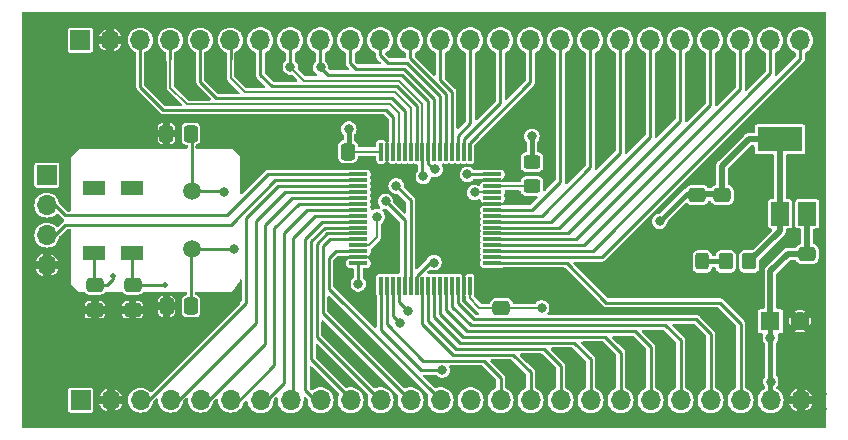
<source format=gbr>
%TF.GenerationSoftware,KiCad,Pcbnew,7.0.9*%
%TF.CreationDate,2024-03-19T10:53:25-03:00*%
%TF.ProjectId,CPU Stm32G431,43505520-5374-46d3-9332-473433312e6b,rev?*%
%TF.SameCoordinates,Original*%
%TF.FileFunction,Copper,L1,Top*%
%TF.FilePolarity,Positive*%
%FSLAX46Y46*%
G04 Gerber Fmt 4.6, Leading zero omitted, Abs format (unit mm)*
G04 Created by KiCad (PCBNEW 7.0.9) date 2024-03-19 10:53:25*
%MOMM*%
%LPD*%
G01*
G04 APERTURE LIST*
G04 Aperture macros list*
%AMRoundRect*
0 Rectangle with rounded corners*
0 $1 Rounding radius*
0 $2 $3 $4 $5 $6 $7 $8 $9 X,Y pos of 4 corners*
0 Add a 4 corners polygon primitive as box body*
4,1,4,$2,$3,$4,$5,$6,$7,$8,$9,$2,$3,0*
0 Add four circle primitives for the rounded corners*
1,1,$1+$1,$2,$3*
1,1,$1+$1,$4,$5*
1,1,$1+$1,$6,$7*
1,1,$1+$1,$8,$9*
0 Add four rect primitives between the rounded corners*
20,1,$1+$1,$2,$3,$4,$5,0*
20,1,$1+$1,$4,$5,$6,$7,0*
20,1,$1+$1,$6,$7,$8,$9,0*
20,1,$1+$1,$8,$9,$2,$3,0*%
G04 Aperture macros list end*
%TA.AperFunction,SMDPad,CuDef*%
%ADD10RoundRect,0.250000X0.475000X-0.337500X0.475000X0.337500X-0.475000X0.337500X-0.475000X-0.337500X0*%
%TD*%
%TA.AperFunction,SMDPad,CuDef*%
%ADD11RoundRect,0.250000X-0.337500X-0.475000X0.337500X-0.475000X0.337500X0.475000X-0.337500X0.475000X0*%
%TD*%
%TA.AperFunction,ComponentPad*%
%ADD12R,1.600000X1.600000*%
%TD*%
%TA.AperFunction,ComponentPad*%
%ADD13C,1.600000*%
%TD*%
%TA.AperFunction,SMDPad,CuDef*%
%ADD14R,1.900000X1.300000*%
%TD*%
%TA.AperFunction,SMDPad,CuDef*%
%ADD15RoundRect,0.250000X0.450000X-0.325000X0.450000X0.325000X-0.450000X0.325000X-0.450000X-0.325000X0*%
%TD*%
%TA.AperFunction,SMDPad,CuDef*%
%ADD16RoundRect,0.250000X-0.325000X-0.450000X0.325000X-0.450000X0.325000X0.450000X-0.325000X0.450000X0*%
%TD*%
%TA.AperFunction,ComponentPad*%
%ADD17C,1.500000*%
%TD*%
%TA.AperFunction,SMDPad,CuDef*%
%ADD18RoundRect,0.250000X-0.475000X0.337500X-0.475000X-0.337500X0.475000X-0.337500X0.475000X0.337500X0*%
%TD*%
%TA.AperFunction,SMDPad,CuDef*%
%ADD19R,1.500000X2.000000*%
%TD*%
%TA.AperFunction,SMDPad,CuDef*%
%ADD20R,3.800000X2.000000*%
%TD*%
%TA.AperFunction,ComponentPad*%
%ADD21R,1.700000X1.700000*%
%TD*%
%TA.AperFunction,ComponentPad*%
%ADD22O,1.700000X1.700000*%
%TD*%
%TA.AperFunction,SMDPad,CuDef*%
%ADD23RoundRect,0.250000X0.350000X0.450000X-0.350000X0.450000X-0.350000X-0.450000X0.350000X-0.450000X0*%
%TD*%
%TA.AperFunction,SMDPad,CuDef*%
%ADD24RoundRect,0.075000X0.075000X-0.700000X0.075000X0.700000X-0.075000X0.700000X-0.075000X-0.700000X0*%
%TD*%
%TA.AperFunction,SMDPad,CuDef*%
%ADD25RoundRect,0.075000X0.700000X-0.075000X0.700000X0.075000X-0.700000X0.075000X-0.700000X-0.075000X0*%
%TD*%
%TA.AperFunction,ViaPad*%
%ADD26C,0.800000*%
%TD*%
%TA.AperFunction,ViaPad*%
%ADD27C,0.500000*%
%TD*%
%TA.AperFunction,Conductor*%
%ADD28C,0.250000*%
%TD*%
%TA.AperFunction,Conductor*%
%ADD29C,0.200000*%
%TD*%
%TA.AperFunction,Conductor*%
%ADD30C,0.400000*%
%TD*%
%TA.AperFunction,Conductor*%
%ADD31C,0.500000*%
%TD*%
G04 APERTURE END LIST*
D10*
%TO.P,C8,1*%
%TO.N,GND*%
X171580000Y-104357500D03*
%TO.P,C8,2*%
%TO.N,VDD*%
X171580000Y-102282500D03*
%TD*%
D11*
%TO.P,C2,1*%
%TO.N,GND*%
X126625000Y-97100000D03*
%TO.P,C2,2*%
%TO.N,OSC2*%
X128700000Y-97100000D03*
%TD*%
%TO.P,C10,1*%
%TO.N,GND*%
X139942500Y-98620000D03*
%TO.P,C10,2*%
%TO.N,VDD*%
X142017500Y-98620000D03*
%TD*%
D12*
%TO.P,C5,1*%
%TO.N,VCC*%
X177774888Y-112970000D03*
D13*
%TO.P,C5,2*%
%TO.N,GND*%
X180274888Y-112970000D03*
%TD*%
D14*
%TO.P,Y2,1,1*%
%TO.N,RTC1*%
X123740000Y-107220000D03*
%TO.P,Y2,2,2*%
%TO.N,RTC2*%
X120540000Y-107220000D03*
%TO.P,Y2,3*%
%TO.N,N/C*%
X123740000Y-101720000D03*
%TO.P,Y2,4*%
X120540000Y-101720000D03*
%TD*%
D15*
%TO.P,D3,1,K*%
%TO.N,/Mcu/LED_ON*%
X157580000Y-101545000D03*
%TO.P,D3,2,A*%
%TO.N,Net-(D3-A)*%
X157580000Y-99495000D03*
%TD*%
D16*
%TO.P,D4,1,K*%
%TO.N,GND*%
X169955000Y-107920000D03*
%TO.P,D4,2,A*%
%TO.N,Net-(D4-A)*%
X172005000Y-107920000D03*
%TD*%
D17*
%TO.P,Y1,1,1*%
%TO.N,OSC1*%
X128760000Y-106870000D03*
%TO.P,Y1,2,2*%
%TO.N,OSC2*%
X128760000Y-101990000D03*
%TD*%
D10*
%TO.P,C3,1*%
%TO.N,GND*%
X123770000Y-112007500D03*
%TO.P,C3,2*%
%TO.N,RTC1*%
X123770000Y-109932500D03*
%TD*%
D18*
%TO.P,C14,1*%
%TO.N,GND*%
X155000000Y-109787500D03*
%TO.P,C14,2*%
%TO.N,VDD*%
X155000000Y-111862500D03*
%TD*%
D10*
%TO.P,C4,1*%
%TO.N,GND*%
X120570000Y-112007500D03*
%TO.P,C4,2*%
%TO.N,RTC2*%
X120570000Y-109932500D03*
%TD*%
%TO.P,C7,1*%
%TO.N,GND*%
X173680000Y-104357500D03*
%TO.P,C7,2*%
%TO.N,VDD*%
X173680000Y-102282500D03*
%TD*%
%TO.P,C6,1*%
%TO.N,GND*%
X180870000Y-109357500D03*
%TO.P,C6,2*%
%TO.N,VCC*%
X180870000Y-107282500D03*
%TD*%
D19*
%TO.P,U1,1,GND*%
%TO.N,GND*%
X176280000Y-103870000D03*
%TO.P,U1,2,VO*%
%TO.N,VDD*%
X178580000Y-103870000D03*
D20*
X178580000Y-97570000D03*
D19*
%TO.P,U1,3,VI*%
%TO.N,VCC*%
X180880000Y-103870000D03*
%TD*%
D21*
%TO.P,J1,1,Pin_1*%
%TO.N,VDD*%
X116505000Y-100620000D03*
D22*
%TO.P,J1,2,Pin_2*%
%TO.N,/Mcu/SWDIO*%
X116505000Y-103160000D03*
%TO.P,J1,3,Pin_3*%
%TO.N,/Mcu/SWCLK*%
X116505000Y-105700000D03*
%TO.P,J1,4,Pin_4*%
%TO.N,GND*%
X116505000Y-108240000D03*
%TD*%
D23*
%TO.P,R3,1*%
%TO.N,VDD*%
X175980000Y-107920000D03*
%TO.P,R3,2*%
%TO.N,Net-(D4-A)*%
X173980000Y-107920000D03*
%TD*%
D24*
%TO.P,U2,1,VBAT*%
%TO.N,VDDBAT*%
X144810000Y-109975000D03*
%TO.P,U2,2,PC13*%
%TO.N,/Mcu/PC13*%
X145310000Y-109975000D03*
%TO.P,U2,3,PC14*%
%TO.N,RTC1*%
X145810000Y-109975000D03*
%TO.P,U2,4,PC15*%
%TO.N,RTC2*%
X146310000Y-109975000D03*
%TO.P,U2,5,PF0*%
%TO.N,OSC1*%
X146810000Y-109975000D03*
%TO.P,U2,6,PF1*%
%TO.N,OSC2*%
X147310000Y-109975000D03*
%TO.P,U2,7,PG10*%
%TO.N,/Mcu/NRST*%
X147810000Y-109975000D03*
%TO.P,U2,8,PC0*%
%TO.N,/Mcu/PC0*%
X148310000Y-109975000D03*
%TO.P,U2,9,PC1*%
%TO.N,/Mcu/PC1*%
X148810000Y-109975000D03*
%TO.P,U2,10,PC2*%
%TO.N,/Mcu/PC2*%
X149310000Y-109975000D03*
%TO.P,U2,11,PC3*%
%TO.N,/Mcu/PC3*%
X149810000Y-109975000D03*
%TO.P,U2,12,PA0*%
%TO.N,/Mcu/PA0*%
X150310000Y-109975000D03*
%TO.P,U2,13,PA1*%
%TO.N,/Mcu/PA1*%
X150810000Y-109975000D03*
%TO.P,U2,14,PA2*%
%TO.N,/Mcu/PA2*%
X151310000Y-109975000D03*
%TO.P,U2,15,VSS*%
%TO.N,GND*%
X151810000Y-109975000D03*
%TO.P,U2,16,VDD*%
%TO.N,VDD*%
X152310000Y-109975000D03*
D25*
%TO.P,U2,17,PA3*%
%TO.N,/Mcu/PA3*%
X154235000Y-108050000D03*
%TO.P,U2,18,PA4*%
%TO.N,/Mcu/PA4*%
X154235000Y-107550000D03*
%TO.P,U2,19,PA5*%
%TO.N,/Mcu/PA5*%
X154235000Y-107050000D03*
%TO.P,U2,20,PA6*%
%TO.N,/Mcu/PA6*%
X154235000Y-106550000D03*
%TO.P,U2,21,PA7*%
%TO.N,/Mcu/PA7*%
X154235000Y-106050000D03*
%TO.P,U2,22,PC4*%
%TO.N,/Mcu/PC4*%
X154235000Y-105550000D03*
%TO.P,U2,23,PC5*%
%TO.N,/Mcu/PC5*%
X154235000Y-105050000D03*
%TO.P,U2,24,PB0*%
%TO.N,/Mcu/PB0*%
X154235000Y-104550000D03*
%TO.P,U2,25,PB1*%
%TO.N,/Mcu/PB1*%
X154235000Y-104050000D03*
%TO.P,U2,26,PB2*%
%TO.N,/Mcu/PB2*%
X154235000Y-103550000D03*
%TO.P,U2,27,VSSA*%
%TO.N,GND*%
X154235000Y-103050000D03*
%TO.P,U2,28,VREF+*%
%TO.N,unconnected-(U2-VREF+-Pad28)*%
X154235000Y-102550000D03*
%TO.P,U2,29,VDDA*%
%TO.N,VDD*%
X154235000Y-102050000D03*
%TO.P,U2,30,PB10*%
%TO.N,/Mcu/LED_ON*%
X154235000Y-101550000D03*
%TO.P,U2,31,VSS*%
%TO.N,GND*%
X154235000Y-101050000D03*
%TO.P,U2,32,VDD*%
%TO.N,VDD*%
X154235000Y-100550000D03*
D24*
%TO.P,U2,33,PB11*%
%TO.N,/Mcu/PB11*%
X152310000Y-98625000D03*
%TO.P,U2,34,PB12*%
%TO.N,/Mcu/PB12*%
X151810000Y-98625000D03*
%TO.P,U2,35,PB13*%
%TO.N,/Mcu/PB13*%
X151310000Y-98625000D03*
%TO.P,U2,36,PB14*%
%TO.N,/Mcu/PB14*%
X150810000Y-98625000D03*
%TO.P,U2,37,PB15*%
%TO.N,/Mcu/PB15*%
X150310000Y-98625000D03*
%TO.P,U2,38,PC6*%
%TO.N,/Mcu/PC6*%
X149810000Y-98625000D03*
%TO.P,U2,39,PC7*%
%TO.N,/Mcu/PC7*%
X149310000Y-98625000D03*
%TO.P,U2,40,PC8*%
%TO.N,SCL*%
X148810000Y-98625000D03*
%TO.P,U2,41,PC9*%
%TO.N,SDA*%
X148310000Y-98625000D03*
%TO.P,U2,42,PA8*%
%TO.N,/Mcu/PA8*%
X147810000Y-98625000D03*
%TO.P,U2,43,PA9*%
%TO.N,/Mcu/PA9*%
X147310000Y-98625000D03*
%TO.P,U2,44,PA10*%
%TO.N,/Mcu/PA10*%
X146810000Y-98625000D03*
%TO.P,U2,45,PA11*%
%TO.N,/Mcu/PA11*%
X146310000Y-98625000D03*
%TO.P,U2,46,PA12*%
%TO.N,/Mcu/PA12*%
X145810000Y-98625000D03*
%TO.P,U2,47,VSS*%
%TO.N,GND*%
X145310000Y-98625000D03*
%TO.P,U2,48,VDD*%
%TO.N,VDD*%
X144810000Y-98625000D03*
D25*
%TO.P,U2,49,PA13*%
%TO.N,/Mcu/SWDIO*%
X142885000Y-100550000D03*
%TO.P,U2,50,PA14*%
%TO.N,/Mcu/SWCLK*%
X142885000Y-101050000D03*
%TO.P,U2,51,PA15*%
%TO.N,/Mcu/PA15*%
X142885000Y-101550000D03*
%TO.P,U2,52,PC10*%
%TO.N,/Mcu/PC10*%
X142885000Y-102050000D03*
%TO.P,U2,53,PC11*%
%TO.N,/Mcu/PC11*%
X142885000Y-102550000D03*
%TO.P,U2,54,PC12*%
%TO.N,/Mcu/PC12*%
X142885000Y-103050000D03*
%TO.P,U2,55,PD2*%
%TO.N,/Mcu/PD2*%
X142885000Y-103550000D03*
%TO.P,U2,56,PB3*%
%TO.N,/Mcu/PB3*%
X142885000Y-104050000D03*
%TO.P,U2,57,PB4*%
%TO.N,/Mcu/PB4*%
X142885000Y-104550000D03*
%TO.P,U2,58,PB5*%
%TO.N,/Mcu/PB5*%
X142885000Y-105050000D03*
%TO.P,U2,59,PB6*%
%TO.N,/Mcu/PB6*%
X142885000Y-105550000D03*
%TO.P,U2,60,PB7*%
%TO.N,/Mcu/PB7*%
X142885000Y-106050000D03*
%TO.P,U2,61,PB8*%
%TO.N,Net-(U2-PB8)*%
X142885000Y-106550000D03*
%TO.P,U2,62,PB9*%
%TO.N,/Mcu/PB9*%
X142885000Y-107050000D03*
%TO.P,U2,63,VSS*%
%TO.N,GND*%
X142885000Y-107550000D03*
%TO.P,U2,64,VDD*%
%TO.N,VDD*%
X142885000Y-108050000D03*
%TD*%
D11*
%TO.P,C1,1*%
%TO.N,GND*%
X126642500Y-111720000D03*
%TO.P,C1,2*%
%TO.N,OSC1*%
X128717500Y-111720000D03*
%TD*%
D21*
%TO.P,J2,1,Pin_1*%
%TO.N,VDD*%
X119370000Y-119670000D03*
D22*
%TO.P,J2,2,Pin_2*%
%TO.N,GND*%
X121910000Y-119670000D03*
%TO.P,J2,3,Pin_3*%
%TO.N,/Mcu/PA15*%
X124450000Y-119670000D03*
%TO.P,J2,4,Pin_4*%
%TO.N,/Mcu/PC10*%
X126990000Y-119670000D03*
%TO.P,J2,5,Pin_5*%
%TO.N,/Mcu/PC11*%
X129530000Y-119670000D03*
%TO.P,J2,6,Pin_6*%
%TO.N,/Mcu/PC12*%
X132070000Y-119670000D03*
%TO.P,J2,7,Pin_7*%
%TO.N,/Mcu/PD2*%
X134610000Y-119670000D03*
%TO.P,J2,8,Pin_8*%
%TO.N,/Mcu/PB3*%
X137150000Y-119670000D03*
%TO.P,J2,9,Pin_9*%
%TO.N,/Mcu/PB4*%
X139690000Y-119670000D03*
%TO.P,J2,10,Pin_10*%
%TO.N,/Mcu/PB5*%
X142230000Y-119670000D03*
%TO.P,J2,11,Pin_11*%
%TO.N,/Mcu/PB6*%
X144770000Y-119670000D03*
%TO.P,J2,12,Pin_12*%
%TO.N,/Mcu/PB7*%
X147310000Y-119670000D03*
%TO.P,J2,13,Pin_13*%
%TO.N,/Mcu/PB9*%
X149850000Y-119670000D03*
%TO.P,J2,14,Pin_14*%
%TO.N,VBT1*%
X152390000Y-119670000D03*
%TO.P,J2,15,Pin_15*%
%TO.N,/Mcu/PC13*%
X154930000Y-119670000D03*
%TO.P,J2,16,Pin_16*%
%TO.N,/Mcu/PC0*%
X157470000Y-119670000D03*
%TO.P,J2,17,Pin_17*%
%TO.N,/Mcu/PC1*%
X160010000Y-119670000D03*
%TO.P,J2,18,Pin_18*%
%TO.N,/Mcu/PC2*%
X162550000Y-119670000D03*
%TO.P,J2,19,Pin_19*%
%TO.N,/Mcu/PC3*%
X165090000Y-119670000D03*
%TO.P,J2,20,Pin_20*%
%TO.N,/Mcu/PA0*%
X167630000Y-119670000D03*
%TO.P,J2,21,Pin_21*%
%TO.N,/Mcu/PA1*%
X170170000Y-119670000D03*
%TO.P,J2,22,Pin_22*%
%TO.N,/Mcu/PA2*%
X172710000Y-119670000D03*
%TO.P,J2,23,Pin_23*%
%TO.N,/Mcu/PA3*%
X175250000Y-119670000D03*
%TO.P,J2,24,Pin_24*%
%TO.N,VCC*%
X177790000Y-119670000D03*
%TO.P,J2,25,Pin_25*%
%TO.N,GND*%
X180330000Y-119670000D03*
%TD*%
D21*
%TO.P,J3,1,Pin_1*%
%TO.N,VDD*%
X119340000Y-89190000D03*
D22*
%TO.P,J3,2,Pin_2*%
%TO.N,GND*%
X121880000Y-89190000D03*
%TO.P,J3,3,Pin_3*%
%TO.N,/Mcu/PA12*%
X124420000Y-89190000D03*
%TO.P,J3,4,Pin_4*%
%TO.N,/Mcu/PA11*%
X126960000Y-89190000D03*
%TO.P,J3,5,Pin_5*%
%TO.N,/Mcu/PA10*%
X129500000Y-89190000D03*
%TO.P,J3,6,Pin_6*%
%TO.N,/Mcu/PA9*%
X132040000Y-89190000D03*
%TO.P,J3,7,Pin_7*%
%TO.N,/Mcu/PA8*%
X134580000Y-89190000D03*
%TO.P,J3,8,Pin_8*%
%TO.N,SDA*%
X137120000Y-89190000D03*
%TO.P,J3,9,Pin_9*%
%TO.N,SCL*%
X139660000Y-89190000D03*
%TO.P,J3,10,Pin_10*%
%TO.N,/Mcu/PC7*%
X142200000Y-89190000D03*
%TO.P,J3,11,Pin_11*%
%TO.N,/Mcu/PC6*%
X144740000Y-89190000D03*
%TO.P,J3,12,Pin_12*%
%TO.N,/Mcu/PB15*%
X147280000Y-89190000D03*
%TO.P,J3,13,Pin_13*%
%TO.N,/Mcu/PB14*%
X149820000Y-89190000D03*
%TO.P,J3,14,Pin_14*%
%TO.N,/Mcu/PB13*%
X152360000Y-89190000D03*
%TO.P,J3,15,Pin_15*%
%TO.N,/Mcu/PB12*%
X154900000Y-89190000D03*
%TO.P,J3,16,Pin_16*%
%TO.N,/Mcu/PB11*%
X157440000Y-89190000D03*
%TO.P,J3,17,Pin_17*%
%TO.N,/Mcu/PB2*%
X159980000Y-89190000D03*
%TO.P,J3,18,Pin_18*%
%TO.N,/Mcu/PB1*%
X162520000Y-89190000D03*
%TO.P,J3,19,Pin_19*%
%TO.N,/Mcu/PB0*%
X165060000Y-89190000D03*
%TO.P,J3,20,Pin_20*%
%TO.N,/Mcu/PC5*%
X167600000Y-89190000D03*
%TO.P,J3,21,Pin_21*%
%TO.N,/Mcu/PC4*%
X170140000Y-89190000D03*
%TO.P,J3,22,Pin_22*%
%TO.N,/Mcu/PA7*%
X172680000Y-89190000D03*
%TO.P,J3,23,Pin_23*%
%TO.N,/Mcu/PA6*%
X175220000Y-89190000D03*
%TO.P,J3,24,Pin_24*%
%TO.N,/Mcu/PA5*%
X177760000Y-89190000D03*
%TO.P,J3,25,Pin_25*%
%TO.N,/Mcu/PA4*%
X180300000Y-89190000D03*
%TD*%
D26*
%TO.N,GND*%
X176270000Y-101845000D03*
X175395000Y-106170000D03*
X155975000Y-96750000D03*
X155975000Y-95675000D03*
X180820000Y-101795000D03*
X168875000Y-109650000D03*
X182120000Y-119170000D03*
X150700000Y-105550000D03*
X141750000Y-110350000D03*
X182120000Y-120420000D03*
X161295000Y-91595000D03*
X176295000Y-106170000D03*
X159400000Y-109825000D03*
X125325000Y-113825000D03*
X151800000Y-107350000D03*
X181925000Y-88625000D03*
X152475000Y-103275000D03*
X171570000Y-106120000D03*
X141750000Y-109275000D03*
X144875000Y-96025000D03*
X164295000Y-108620000D03*
X145570000Y-104620000D03*
X137325000Y-99700000D03*
X181770000Y-112270000D03*
X172570000Y-106120000D03*
X149625000Y-105550000D03*
X179245000Y-110170000D03*
X176525000Y-109625000D03*
X180795000Y-93095000D03*
X126650000Y-114550000D03*
X116025000Y-119150000D03*
X116025000Y-120225000D03*
X133680000Y-100220000D03*
X116075000Y-89775000D03*
X133675000Y-96425000D03*
X175450000Y-109625000D03*
X143800000Y-96025000D03*
X160475000Y-109825000D03*
X149020000Y-104160000D03*
X151800000Y-108425000D03*
X179245000Y-108745000D03*
X169950000Y-109650000D03*
X143920000Y-111295000D03*
X126650000Y-113475000D03*
X121975000Y-113800000D03*
X138400000Y-99700000D03*
X116075000Y-88700000D03*
X116500000Y-110500000D03*
X180870000Y-110820000D03*
X155970000Y-100545000D03*
X120900000Y-113800000D03*
X121870000Y-91695000D03*
X124825000Y-97125000D03*
X122945000Y-91695000D03*
X176270000Y-100890000D03*
X123000000Y-117375000D03*
X117575000Y-110500000D03*
X123750000Y-97125000D03*
X181925000Y-89700000D03*
X152475000Y-104350000D03*
X180810000Y-100840000D03*
X177370000Y-95345000D03*
X181770000Y-113920000D03*
X164300000Y-109760000D03*
X124250000Y-113825000D03*
X180795000Y-95345000D03*
X134750000Y-96425000D03*
X121925000Y-117375000D03*
%TO.N,OSC1*%
X132330000Y-106870000D03*
X145180000Y-102820000D03*
%TO.N,OSC2*%
X146080000Y-101520000D03*
X131480000Y-102020000D03*
%TO.N,RTC1*%
X146380000Y-113120000D03*
D27*
X126480000Y-109920000D03*
D26*
%TO.N,RTC2*%
X147080000Y-112120000D03*
D27*
X122120000Y-109120000D03*
D26*
%TO.N,VCC*%
X177770000Y-114420000D03*
X177795000Y-118095000D03*
%TO.N,VDD*%
X168380000Y-104520000D03*
X152110000Y-100550000D03*
X142080000Y-96700000D03*
X152717500Y-102082500D03*
X158400000Y-111850000D03*
X142880000Y-109820000D03*
%TO.N,/Mcu/NRST*%
X149280000Y-108020000D03*
%TO.N,Net-(U2-PB8)*%
X144480000Y-104120000D03*
%TO.N,VDDBAT*%
X149980000Y-117120000D03*
%TO.N,Net-(D3-A)*%
X157580000Y-97320000D03*
%TO.N,SDA*%
X137120000Y-91460000D03*
X148380000Y-100720000D03*
%TO.N,SCL*%
X149380000Y-100120000D03*
X139680000Y-91480000D03*
%TD*%
D28*
%TO.N,OSC1*%
X132330000Y-106870000D02*
X128760000Y-106870000D01*
X128717500Y-111720000D02*
X128717500Y-106912500D01*
X145180000Y-102820000D02*
X146810000Y-104450000D01*
X146810000Y-104450000D02*
X146810000Y-109975000D01*
D29*
X128717500Y-106912500D02*
X128760000Y-106870000D01*
D28*
%TO.N,OSC2*%
X128760000Y-101990000D02*
X128760000Y-97162500D01*
X131480000Y-102020000D02*
X131450000Y-101990000D01*
X146080000Y-101520000D02*
X147310000Y-102750000D01*
D29*
X128760000Y-97162500D02*
X128717500Y-97120000D01*
D28*
X147310000Y-102750000D02*
X147310000Y-109975000D01*
X131450000Y-101990000D02*
X128760000Y-101990000D01*
%TO.N,RTC1*%
X126480000Y-109920000D02*
X123782500Y-109920000D01*
X146380000Y-113120000D02*
X145810000Y-112550000D01*
X123790000Y-107170000D02*
X123740000Y-107220000D01*
X123740000Y-109902500D02*
X123770000Y-109932500D01*
X123782500Y-109920000D02*
X123770000Y-109932500D01*
X145810000Y-112550000D02*
X145810000Y-109975000D01*
X123740000Y-109802500D02*
X123770000Y-109832500D01*
X123740000Y-107220000D02*
X123740000Y-109902500D01*
%TO.N,RTC2*%
X120540000Y-107220000D02*
X120540000Y-109902500D01*
X120540000Y-109902500D02*
X120570000Y-109932500D01*
X122120000Y-109405000D02*
X122120000Y-109120000D01*
X121592500Y-109932500D02*
X122120000Y-109405000D01*
X147080000Y-112120000D02*
X146310000Y-111350000D01*
X120540000Y-109802500D02*
X120570000Y-109832500D01*
X120570000Y-109932500D02*
X121592500Y-109932500D01*
X146310000Y-111350000D02*
X146310000Y-109975000D01*
D30*
%TO.N,VCC*%
X177774888Y-118115112D02*
X177774888Y-119654888D01*
X177774888Y-118074888D02*
X177795000Y-118095000D01*
X177774888Y-114415112D02*
X177770000Y-114420000D01*
X177795000Y-118095000D02*
X177774888Y-118115112D01*
D31*
X177824888Y-113340000D02*
X177774888Y-113290000D01*
D30*
X177774888Y-114424888D02*
X177774888Y-118074888D01*
D31*
X177774888Y-113290000D02*
X177774888Y-108725112D01*
D30*
X177774888Y-112970000D02*
X177774888Y-114415112D01*
D31*
X179217500Y-107282500D02*
X180870000Y-107282500D01*
X180870000Y-107282500D02*
X180880000Y-107272500D01*
D30*
X177770000Y-114420000D02*
X177774888Y-114424888D01*
X177774888Y-119654888D02*
X177790000Y-119670000D01*
D31*
X180880000Y-107272500D02*
X180880000Y-103870000D01*
X177774888Y-108725112D02*
X179217500Y-107282500D01*
D30*
%TO.N,VDD*%
X170680000Y-102220000D02*
X168380000Y-104520000D01*
D29*
X152717500Y-102082500D02*
X152750000Y-102050000D01*
X155000000Y-111862500D02*
X158412500Y-111862500D01*
X144805000Y-98620000D02*
X144810000Y-98625000D01*
D31*
X178580000Y-103870000D02*
X178580000Y-97570000D01*
X172380000Y-102220000D02*
X173642500Y-102220000D01*
X173680000Y-99820000D02*
X175930000Y-97570000D01*
D29*
X152310000Y-111050000D02*
X153122500Y-111862500D01*
D30*
X172380000Y-102220000D02*
X170680000Y-102220000D01*
D28*
X142880000Y-108055000D02*
X142885000Y-108050000D01*
D31*
X173680000Y-102182500D02*
X173680000Y-99820000D01*
D29*
X153122500Y-111862500D02*
X155000000Y-111862500D01*
D31*
X178580000Y-105320000D02*
X175980000Y-107920000D01*
D29*
X152750000Y-102050000D02*
X154235000Y-102050000D01*
D28*
X142880000Y-109820000D02*
X142880000Y-108055000D01*
D30*
X142080000Y-96700000D02*
X142080000Y-98557500D01*
D31*
X175930000Y-97570000D02*
X178580000Y-97570000D01*
D29*
X142017500Y-98620000D02*
X144805000Y-98620000D01*
D28*
X152110000Y-100550000D02*
X154235000Y-100550000D01*
D30*
X142080000Y-98557500D02*
X142017500Y-98620000D01*
D31*
X173642500Y-102220000D02*
X173680000Y-102182500D01*
D29*
X152310000Y-109975000D02*
X152310000Y-111050000D01*
X158412500Y-111862500D02*
X158400000Y-111850000D01*
D31*
X178580000Y-103870000D02*
X178580000Y-105320000D01*
D28*
%TO.N,/Mcu/NRST*%
X147810000Y-109132236D02*
X148922236Y-108020000D01*
X147810000Y-109975000D02*
X147810000Y-109132236D01*
X148922236Y-108020000D02*
X149280000Y-108020000D01*
D29*
%TO.N,Net-(U2-PB8)*%
X144480000Y-104120000D02*
X144480000Y-105820000D01*
X143750000Y-106550000D02*
X142885000Y-106550000D01*
X144480000Y-105820000D02*
X143750000Y-106550000D01*
D28*
%TO.N,VDDBAT*%
X149980000Y-117120000D02*
X148180000Y-117120000D01*
X144810000Y-113750000D02*
X144810000Y-109975000D01*
X148180000Y-117120000D02*
X144810000Y-113750000D01*
D29*
%TO.N,/Mcu/LED_ON*%
X157580000Y-101545000D02*
X154240000Y-101545000D01*
X154240000Y-101545000D02*
X154235000Y-101550000D01*
D30*
%TO.N,Net-(D3-A)*%
X157580000Y-97320000D02*
X157580000Y-99495000D01*
%TO.N,Net-(D4-A)*%
X173980000Y-107920000D02*
X172005000Y-107920000D01*
D28*
%TO.N,/Mcu/SWDIO*%
X135250000Y-100550000D02*
X131780000Y-104020000D01*
X142885000Y-100550000D02*
X135250000Y-100550000D01*
X131780000Y-104020000D02*
X118080000Y-104020000D01*
X118080000Y-104020000D02*
X116820000Y-102760000D01*
X116820000Y-102760000D02*
X116505000Y-102760000D01*
%TO.N,/Mcu/SWCLK*%
X132080000Y-104820000D02*
X135850000Y-101050000D01*
X118080000Y-104820000D02*
X132080000Y-104820000D01*
X117200000Y-105700000D02*
X118080000Y-104820000D01*
X135850000Y-101050000D02*
X142885000Y-101050000D01*
X116505000Y-105700000D02*
X117200000Y-105700000D01*
%TO.N,/Mcu/PA15*%
X133380000Y-111420000D02*
X133380000Y-104220000D01*
X124660000Y-120140000D02*
X133380000Y-111420000D01*
X133380000Y-104220000D02*
X136050000Y-101550000D01*
X136050000Y-101550000D02*
X142885000Y-101550000D01*
X124450000Y-120140000D02*
X124660000Y-120140000D01*
%TO.N,/Mcu/PC10*%
X136650000Y-102050000D02*
X142885000Y-102050000D01*
X126990000Y-120140000D02*
X127160000Y-120140000D01*
X134180000Y-104520000D02*
X136650000Y-102050000D01*
X127160000Y-120140000D02*
X134180000Y-113120000D01*
X134180000Y-113120000D02*
X134180000Y-104520000D01*
%TO.N,/Mcu/PC11*%
X129760000Y-120140000D02*
X134980000Y-114920000D01*
X134980000Y-104820000D02*
X137250000Y-102550000D01*
X134980000Y-114920000D02*
X134980000Y-104820000D01*
X129530000Y-120140000D02*
X129760000Y-120140000D01*
X137250000Y-102550000D02*
X142885000Y-102550000D01*
%TO.N,/Mcu/PC12*%
X137850000Y-103050000D02*
X142885000Y-103050000D01*
X135780000Y-105120000D02*
X137850000Y-103050000D01*
X135780000Y-116720000D02*
X135780000Y-105120000D01*
X132070000Y-120140000D02*
X132360000Y-120140000D01*
X132360000Y-120140000D02*
X135780000Y-116720000D01*
%TO.N,/Mcu/PD2*%
X136580000Y-105520000D02*
X138550000Y-103550000D01*
X134610000Y-120140000D02*
X136580000Y-118170000D01*
X138550000Y-103550000D02*
X142885000Y-103550000D01*
X136580000Y-118170000D02*
X136580000Y-105520000D01*
%TO.N,/Mcu/PB3*%
X137360000Y-105900000D02*
X139210000Y-104050000D01*
X139210000Y-104050000D02*
X142885000Y-104050000D01*
X137360000Y-119930000D02*
X137360000Y-105900000D01*
X137150000Y-120140000D02*
X137360000Y-119930000D01*
%TO.N,/Mcu/PB4*%
X139810000Y-104550000D02*
X142885000Y-104550000D01*
X138380000Y-118830000D02*
X138380000Y-105980000D01*
X138380000Y-105980000D02*
X139810000Y-104550000D01*
X139690000Y-120140000D02*
X138380000Y-118830000D01*
%TO.N,/Mcu/PB5*%
X138880000Y-106220000D02*
X140050000Y-105050000D01*
X142230000Y-119570000D02*
X138880000Y-116220000D01*
X140050000Y-105050000D02*
X142885000Y-105050000D01*
X138880000Y-116220000D02*
X138880000Y-106220000D01*
X142230000Y-120140000D02*
X142230000Y-119570000D01*
%TO.N,/Mcu/PB6*%
X144770000Y-119710000D02*
X139380000Y-114320000D01*
X140250000Y-105550000D02*
X142885000Y-105550000D01*
X139380000Y-114320000D02*
X139380000Y-106420000D01*
X144770000Y-120140000D02*
X144770000Y-119710000D01*
X139380000Y-106420000D02*
X140250000Y-105550000D01*
%TO.N,/Mcu/PB7*%
X147310000Y-119750000D02*
X139880000Y-112320000D01*
X139880000Y-106620000D02*
X140450000Y-106050000D01*
X147310000Y-120140000D02*
X147310000Y-119750000D01*
X140450000Y-106050000D02*
X142885000Y-106050000D01*
X139880000Y-112320000D02*
X139880000Y-106620000D01*
%TO.N,/Mcu/PB9*%
X149850000Y-120140000D02*
X149850000Y-119690000D01*
X140380000Y-107620000D02*
X140950000Y-107050000D01*
X140950000Y-107050000D02*
X142885000Y-107050000D01*
X140380000Y-110220000D02*
X140380000Y-107620000D01*
X149850000Y-119690000D02*
X140380000Y-110220000D01*
%TO.N,/Mcu/PC13*%
X145310000Y-113250000D02*
X148380000Y-116320000D01*
X148380000Y-116320000D02*
X153480000Y-116320000D01*
X145310000Y-109975000D02*
X145310000Y-113250000D01*
X154930000Y-117770000D02*
X154930000Y-120140000D01*
X153480000Y-116320000D02*
X154930000Y-117770000D01*
%TO.N,/Mcu/PC0*%
X150880000Y-115820000D02*
X155980000Y-115820000D01*
X157470000Y-117310000D02*
X157470000Y-120140000D01*
X148310000Y-113250000D02*
X150880000Y-115820000D01*
X148310000Y-109975000D02*
X148310000Y-113250000D01*
X155980000Y-115820000D02*
X157470000Y-117310000D01*
%TO.N,/Mcu/PC1*%
X158580000Y-115320000D02*
X160010000Y-116750000D01*
X151180000Y-115320000D02*
X158580000Y-115320000D01*
X148810000Y-112950000D02*
X151180000Y-115320000D01*
X148810000Y-109975000D02*
X148810000Y-112950000D01*
X160010000Y-116750000D02*
X160010000Y-120140000D01*
%TO.N,/Mcu/PC2*%
X149310000Y-109975000D02*
X149310000Y-112650000D01*
X162550000Y-116190000D02*
X162550000Y-120140000D01*
X161180000Y-114820000D02*
X162550000Y-116190000D01*
X151480000Y-114820000D02*
X161180000Y-114820000D01*
X149310000Y-112650000D02*
X151480000Y-114820000D01*
%TO.N,/Mcu/PC3*%
X149810000Y-109975000D02*
X149810000Y-112350000D01*
X165090000Y-115630000D02*
X165090000Y-120140000D01*
X163780000Y-114320000D02*
X165090000Y-115630000D01*
X151780000Y-114320000D02*
X163780000Y-114320000D01*
X149810000Y-112350000D02*
X151780000Y-114320000D01*
%TO.N,/Mcu/PA0*%
X167630000Y-120140000D02*
X167630000Y-115170000D01*
X166280000Y-113820000D02*
X152080000Y-113820000D01*
X152080000Y-113820000D02*
X150310000Y-112050000D01*
X150310000Y-112050000D02*
X150310000Y-109975000D01*
X167630000Y-115170000D02*
X166280000Y-113820000D01*
%TO.N,/Mcu/PA1*%
X168880000Y-113320000D02*
X170170000Y-114610000D01*
X150810000Y-111750000D02*
X152380000Y-113320000D01*
X152380000Y-113320000D02*
X168880000Y-113320000D01*
X150810000Y-109975000D02*
X150810000Y-111750000D01*
X170170000Y-114610000D02*
X170170000Y-120140000D01*
%TO.N,/Mcu/PA2*%
X152680000Y-112820000D02*
X171480000Y-112820000D01*
X151310000Y-109975000D02*
X151310000Y-111450000D01*
X172710000Y-114050000D02*
X172710000Y-120140000D01*
X151310000Y-111450000D02*
X152680000Y-112820000D01*
X171480000Y-112820000D02*
X172710000Y-114050000D01*
%TO.N,/Mcu/PA3*%
X160510000Y-108050000D02*
X163860000Y-111400000D01*
X154235000Y-108050000D02*
X160510000Y-108050000D01*
X175250000Y-113190000D02*
X175250000Y-120140000D01*
X173460000Y-111400000D02*
X175250000Y-113190000D01*
X163860000Y-111400000D02*
X173460000Y-111400000D01*
%TO.N,/Mcu/PA12*%
X126360000Y-95100000D02*
X124420000Y-93160000D01*
X145810000Y-98625000D02*
X145810000Y-95650000D01*
X145260000Y-95100000D02*
X126360000Y-95100000D01*
X124420000Y-93160000D02*
X124420000Y-88720000D01*
X145810000Y-95650000D02*
X145260000Y-95100000D01*
X124420000Y-91320000D02*
X124420000Y-88720000D01*
X124410000Y-91330000D02*
X124420000Y-91320000D01*
D29*
%TO.N,/Mcu/PA11*%
X128360000Y-94600000D02*
X126960000Y-93200000D01*
X145560000Y-94600000D02*
X128360000Y-94600000D01*
X146310000Y-95350000D02*
X145560000Y-94600000D01*
X126960000Y-93200000D02*
X126960000Y-90800000D01*
D28*
X126960000Y-88720000D02*
X126960000Y-90800000D01*
D29*
X146310000Y-98625000D02*
X146310000Y-95350000D01*
D28*
%TO.N,/Mcu/PA10*%
X146810000Y-95150000D02*
X145760000Y-94100000D01*
X129500000Y-92760000D02*
X129500000Y-88720000D01*
X146810000Y-98625000D02*
X146810000Y-95150000D01*
X130840000Y-94100000D02*
X129500000Y-92760000D01*
X145760000Y-94100000D02*
X130840000Y-94100000D01*
D29*
%TO.N,/Mcu/PA9*%
X147310000Y-98625000D02*
X147310000Y-94950000D01*
X145960000Y-93600000D02*
X133260000Y-93600000D01*
X132060000Y-92400000D02*
X132060000Y-90820000D01*
D28*
X132060000Y-89010000D02*
X132040000Y-88990000D01*
X132060000Y-90780000D02*
X132060000Y-88740000D01*
D29*
X133260000Y-93600000D02*
X132060000Y-92400000D01*
X147310000Y-94950000D02*
X145960000Y-93600000D01*
D28*
%TO.N,/Mcu/PA8*%
X134580000Y-92120000D02*
X134580000Y-88720000D01*
X147810000Y-98625000D02*
X147810000Y-94750000D01*
X135560000Y-93100000D02*
X134580000Y-92120000D01*
X146160000Y-93100000D02*
X135560000Y-93100000D01*
X147810000Y-94750000D02*
X146160000Y-93100000D01*
D29*
%TO.N,SDA*%
X146360000Y-92600000D02*
X138260000Y-92600000D01*
X148310000Y-98625000D02*
X148310000Y-94550000D01*
D28*
X148310000Y-100650000D02*
X148310000Y-98625000D01*
D29*
X138260000Y-92600000D02*
X137120000Y-91460000D01*
X148310000Y-94550000D02*
X146360000Y-92600000D01*
D28*
X137120000Y-91460000D02*
X137120000Y-88720000D01*
X148380000Y-100720000D02*
X148310000Y-100650000D01*
%TO.N,SCL*%
X148810000Y-94350000D02*
X146560000Y-92100000D01*
X148810000Y-99650000D02*
X148810000Y-98625000D01*
X146560000Y-92100000D02*
X140300000Y-92100000D01*
X148810000Y-98625000D02*
X148810000Y-94350000D01*
X139660000Y-91460000D02*
X139660000Y-88720000D01*
X140300000Y-92100000D02*
X139660000Y-91460000D01*
X149280000Y-100120000D02*
X148810000Y-99650000D01*
X149380000Y-100120000D02*
X149280000Y-100120000D01*
%TO.N,/Mcu/PC7*%
X149310000Y-94150000D02*
X146760000Y-91600000D01*
X146760000Y-91600000D02*
X142660000Y-91600000D01*
X142660000Y-91600000D02*
X142200000Y-91140000D01*
X142200000Y-91140000D02*
X142200000Y-88720000D01*
X149310000Y-98625000D02*
X149310000Y-94150000D01*
%TO.N,/Mcu/PC6*%
X146960000Y-91100000D02*
X145360000Y-91100000D01*
X144740000Y-90480000D02*
X144740000Y-88720000D01*
X145360000Y-91100000D02*
X144740000Y-90480000D01*
X149810000Y-93950000D02*
X146960000Y-91100000D01*
X149810000Y-98625000D02*
X149810000Y-93950000D01*
%TO.N,/Mcu/PB15*%
X150310000Y-93750000D02*
X147280000Y-90720000D01*
X150310000Y-98625000D02*
X150310000Y-93750000D01*
X147280000Y-90720000D02*
X147280000Y-88720000D01*
%TO.N,/Mcu/PB14*%
X150810000Y-98625000D02*
X150810000Y-93550000D01*
X150810000Y-93550000D02*
X149820000Y-92560000D01*
X149820000Y-92560000D02*
X149820000Y-88720000D01*
%TO.N,/Mcu/PB13*%
X151310000Y-98625000D02*
X151310000Y-97290000D01*
X151310000Y-97290000D02*
X152360000Y-96240000D01*
X152360000Y-96240000D02*
X152360000Y-88720000D01*
%TO.N,/Mcu/PB12*%
X151810000Y-97590000D02*
X154900000Y-94500000D01*
X154900000Y-94500000D02*
X154900000Y-88720000D01*
X151810000Y-98625000D02*
X151810000Y-97590000D01*
%TO.N,/Mcu/PB11*%
X157440000Y-92760000D02*
X157440000Y-88720000D01*
X152310000Y-97890000D02*
X157440000Y-92760000D01*
X152310000Y-98625000D02*
X152310000Y-97890000D01*
%TO.N,/Mcu/PB2*%
X154235000Y-103550000D02*
X157610000Y-103550000D01*
X157610000Y-103550000D02*
X159980000Y-101180000D01*
X159980000Y-101180000D02*
X159980000Y-88720000D01*
%TO.N,/Mcu/PB1*%
X158410000Y-104050000D02*
X162520000Y-99940000D01*
X162520000Y-99940000D02*
X162520000Y-88720000D01*
X154235000Y-104050000D02*
X158410000Y-104050000D01*
%TO.N,/Mcu/PB0*%
X165060000Y-88720000D02*
X165060000Y-98700000D01*
X165060000Y-98700000D02*
X159210000Y-104550000D01*
X159210000Y-104550000D02*
X154235000Y-104550000D01*
%TO.N,/Mcu/PC5*%
X167600000Y-97360000D02*
X167600000Y-88720000D01*
X159910000Y-105050000D02*
X167600000Y-97360000D01*
X154235000Y-105050000D02*
X159910000Y-105050000D01*
%TO.N,/Mcu/PC4*%
X170140000Y-96020000D02*
X170140000Y-88720000D01*
X160610000Y-105550000D02*
X170140000Y-96020000D01*
X154235000Y-105550000D02*
X160610000Y-105550000D01*
%TO.N,/Mcu/PA7*%
X172680000Y-94680000D02*
X172680000Y-88720000D01*
X154235000Y-106050000D02*
X161310000Y-106050000D01*
X161310000Y-106050000D02*
X172680000Y-94680000D01*
%TO.N,/Mcu/PA6*%
X154235000Y-106550000D02*
X162010000Y-106550000D01*
X175220000Y-93340000D02*
X175220000Y-88720000D01*
X162010000Y-106550000D02*
X175220000Y-93340000D01*
%TO.N,/Mcu/PA5*%
X154235000Y-107050000D02*
X162710000Y-107050000D01*
X177760000Y-92000000D02*
X177760000Y-88720000D01*
X162710000Y-107050000D02*
X177760000Y-92000000D01*
%TO.N,/Mcu/PA4*%
X163510000Y-107550000D02*
X180300000Y-90760000D01*
X180300000Y-90760000D02*
X180300000Y-88720000D01*
X154235000Y-107550000D02*
X163510000Y-107550000D01*
%TD*%
%TA.AperFunction,Conductor*%
%TO.N,GND*%
G36*
X118997513Y-98617486D02*
G01*
X118997512Y-98617487D01*
X118817487Y-98797512D01*
X118817486Y-98797513D01*
X118570000Y-99045000D01*
X118570000Y-98370000D01*
X119245000Y-98370000D01*
X118997513Y-98617486D01*
G37*
%TD.AperFunction*%
%TD*%
%TA.AperFunction,Conductor*%
%TO.N,GND*%
G36*
X119232500Y-110482500D02*
G01*
X118895000Y-110482500D01*
X118557500Y-110482500D01*
X118557500Y-109807500D01*
X119232500Y-110482500D01*
G37*
%TD.AperFunction*%
%TD*%
%TA.AperFunction,Conductor*%
%TO.N,GND*%
G36*
X132857500Y-99032500D02*
G01*
X132182500Y-98357500D01*
X132857500Y-98357500D01*
X132857500Y-99032500D01*
G37*
%TD.AperFunction*%
%TD*%
%TA.AperFunction,Conductor*%
%TO.N,GND*%
G36*
X132845000Y-88514981D02*
G01*
X132786410Y-88443590D01*
X132677861Y-88354507D01*
X132626450Y-88312315D01*
X132443954Y-88214768D01*
X132245934Y-88154700D01*
X132245932Y-88154699D01*
X132245934Y-88154699D01*
X132040000Y-88134417D01*
X131834067Y-88154699D01*
X131636043Y-88214769D01*
X131548114Y-88261769D01*
X131453550Y-88312315D01*
X131453548Y-88312316D01*
X131453547Y-88312317D01*
X131293589Y-88443589D01*
X131162317Y-88603547D01*
X131064769Y-88786043D01*
X131004699Y-88984067D01*
X130984417Y-89190000D01*
X131004699Y-89395932D01*
X131004700Y-89395934D01*
X131064768Y-89593954D01*
X131162315Y-89776450D01*
X131162317Y-89776452D01*
X131293589Y-89936410D01*
X131390209Y-90015702D01*
X131453550Y-90067685D01*
X131636046Y-90165232D01*
X131646491Y-90168400D01*
X131704930Y-90206693D01*
X131733390Y-90270504D01*
X131734500Y-90287061D01*
X131734500Y-90808475D01*
X131749413Y-90893049D01*
X131752023Y-90900221D01*
X131759500Y-90942627D01*
X131759500Y-92337158D01*
X131758905Y-92345732D01*
X131757227Y-92357763D01*
X131759434Y-92405509D01*
X131759500Y-92408372D01*
X131759500Y-92427845D01*
X131759993Y-92430482D01*
X131760982Y-92439015D01*
X131762415Y-92469991D01*
X131762416Y-92469997D01*
X131765214Y-92476334D01*
X131773664Y-92503620D01*
X131774937Y-92510429D01*
X131774937Y-92510430D01*
X131791260Y-92536793D01*
X131795263Y-92544386D01*
X131807794Y-92572765D01*
X131807795Y-92572766D01*
X131807796Y-92572768D01*
X131812689Y-92577661D01*
X131830435Y-92600065D01*
X131834077Y-92605948D01*
X131834080Y-92605951D01*
X131858826Y-92624639D01*
X131865311Y-92630282D01*
X132797848Y-93562819D01*
X132831333Y-93624142D01*
X132826349Y-93693834D01*
X132784477Y-93749767D01*
X132719013Y-93774184D01*
X132710167Y-93774500D01*
X131026189Y-93774500D01*
X130959150Y-93754815D01*
X130938508Y-93738181D01*
X129861819Y-92661492D01*
X129828334Y-92600169D01*
X129825500Y-92573811D01*
X129825500Y-90280583D01*
X129845185Y-90213544D01*
X129897989Y-90167789D01*
X129902049Y-90166021D01*
X129903945Y-90165234D01*
X129903954Y-90165232D01*
X130086450Y-90067685D01*
X130246410Y-89936410D01*
X130377685Y-89776450D01*
X130475232Y-89593954D01*
X130535300Y-89395934D01*
X130555583Y-89190000D01*
X130535300Y-88984066D01*
X130475232Y-88786046D01*
X130377685Y-88603550D01*
X130275857Y-88479471D01*
X130246410Y-88443589D01*
X130096121Y-88320252D01*
X130086450Y-88312315D01*
X129903954Y-88214768D01*
X129705934Y-88154700D01*
X129705932Y-88154699D01*
X129705934Y-88154699D01*
X129500000Y-88134417D01*
X129294067Y-88154699D01*
X129096043Y-88214769D01*
X129008114Y-88261769D01*
X128913550Y-88312315D01*
X128913548Y-88312316D01*
X128913547Y-88312317D01*
X128753589Y-88443589D01*
X128622317Y-88603547D01*
X128524769Y-88786043D01*
X128464699Y-88984067D01*
X128444417Y-89190000D01*
X128464699Y-89395932D01*
X128464700Y-89395934D01*
X128524768Y-89593954D01*
X128622315Y-89776450D01*
X128622317Y-89776452D01*
X128753589Y-89936410D01*
X128850209Y-90015702D01*
X128913550Y-90067685D01*
X129096046Y-90165232D01*
X129096051Y-90165233D01*
X129097951Y-90166021D01*
X129098796Y-90166701D01*
X129101419Y-90168104D01*
X129101153Y-90168601D01*
X129152355Y-90209862D01*
X129174421Y-90276156D01*
X129174500Y-90280583D01*
X129174500Y-92743078D01*
X129174264Y-92748485D01*
X129170735Y-92788808D01*
X129181212Y-92827910D01*
X129182383Y-92833190D01*
X129189411Y-92873043D01*
X129191235Y-92878055D01*
X129198197Y-92894861D01*
X129200445Y-92899681D01*
X129200446Y-92899684D01*
X129214452Y-92919687D01*
X129223655Y-92932831D01*
X129226561Y-92937392D01*
X129246806Y-92972455D01*
X129277815Y-92998475D01*
X129281805Y-93002131D01*
X130367492Y-94087819D01*
X130400977Y-94149142D01*
X130395993Y-94218834D01*
X130354121Y-94274767D01*
X130288657Y-94299184D01*
X130279811Y-94299500D01*
X128535833Y-94299500D01*
X128468794Y-94279815D01*
X128448152Y-94263181D01*
X127296819Y-93111848D01*
X127263334Y-93050525D01*
X127260500Y-93024167D01*
X127260500Y-90962627D01*
X127267977Y-90920221D01*
X127270586Y-90913049D01*
X127270586Y-90913048D01*
X127270588Y-90913045D01*
X127285500Y-90828475D01*
X127285500Y-90280583D01*
X127305185Y-90213544D01*
X127357989Y-90167789D01*
X127362049Y-90166021D01*
X127363945Y-90165234D01*
X127363954Y-90165232D01*
X127546450Y-90067685D01*
X127706410Y-89936410D01*
X127837685Y-89776450D01*
X127935232Y-89593954D01*
X127995300Y-89395934D01*
X128015583Y-89190000D01*
X127995300Y-88984066D01*
X127935232Y-88786046D01*
X127837685Y-88603550D01*
X127735857Y-88479471D01*
X127706410Y-88443589D01*
X127556121Y-88320252D01*
X127546450Y-88312315D01*
X127363954Y-88214768D01*
X127165934Y-88154700D01*
X127165932Y-88154699D01*
X127165934Y-88154699D01*
X126960000Y-88134417D01*
X126754067Y-88154699D01*
X126556043Y-88214769D01*
X126468114Y-88261769D01*
X126373550Y-88312315D01*
X126373548Y-88312316D01*
X126373547Y-88312317D01*
X126213589Y-88443589D01*
X126082317Y-88603547D01*
X125984769Y-88786043D01*
X125924699Y-88984067D01*
X125904417Y-89190000D01*
X125924699Y-89395932D01*
X125924700Y-89395934D01*
X125984768Y-89593954D01*
X126082315Y-89776450D01*
X126082317Y-89776452D01*
X126213589Y-89936410D01*
X126310209Y-90015702D01*
X126373550Y-90067685D01*
X126556046Y-90165232D01*
X126556051Y-90165233D01*
X126557951Y-90166021D01*
X126558796Y-90166701D01*
X126561419Y-90168104D01*
X126561153Y-90168601D01*
X126612355Y-90209862D01*
X126634421Y-90276156D01*
X126634500Y-90280583D01*
X126634500Y-90828475D01*
X126648966Y-90910518D01*
X126649413Y-90913049D01*
X126652023Y-90920221D01*
X126659500Y-90962627D01*
X126659500Y-93137158D01*
X126658905Y-93145732D01*
X126657227Y-93157763D01*
X126659434Y-93205509D01*
X126659500Y-93208372D01*
X126659500Y-93227845D01*
X126659993Y-93230482D01*
X126660982Y-93239015D01*
X126662415Y-93269991D01*
X126662416Y-93269997D01*
X126665214Y-93276334D01*
X126673664Y-93303620D01*
X126674937Y-93310429D01*
X126674937Y-93310430D01*
X126691260Y-93336793D01*
X126695263Y-93344386D01*
X126707794Y-93372765D01*
X126707795Y-93372766D01*
X126707796Y-93372768D01*
X126712689Y-93377661D01*
X126730435Y-93400065D01*
X126734077Y-93405948D01*
X126734080Y-93405951D01*
X126758826Y-93424639D01*
X126765311Y-93430282D01*
X127897848Y-94562819D01*
X127931333Y-94624142D01*
X127926349Y-94693834D01*
X127884477Y-94749767D01*
X127819013Y-94774184D01*
X127810167Y-94774500D01*
X126546189Y-94774500D01*
X126479150Y-94754815D01*
X126458508Y-94738181D01*
X124781819Y-93061492D01*
X124748334Y-93000169D01*
X124745500Y-92973811D01*
X124745500Y-91379174D01*
X124748795Y-91354148D01*
X124749260Y-91348814D01*
X124749263Y-91348807D01*
X124745735Y-91308489D01*
X124745500Y-91303086D01*
X124745500Y-90280583D01*
X124765185Y-90213544D01*
X124817989Y-90167789D01*
X124822049Y-90166021D01*
X124823945Y-90165234D01*
X124823954Y-90165232D01*
X125006450Y-90067685D01*
X125166410Y-89936410D01*
X125297685Y-89776450D01*
X125395232Y-89593954D01*
X125455300Y-89395934D01*
X125475583Y-89190000D01*
X125455300Y-88984066D01*
X125395232Y-88786046D01*
X125297685Y-88603550D01*
X125195857Y-88479471D01*
X125166410Y-88443589D01*
X125016121Y-88320252D01*
X125006450Y-88312315D01*
X124823954Y-88214768D01*
X124625934Y-88154700D01*
X124625932Y-88154699D01*
X124625934Y-88154699D01*
X124420000Y-88134417D01*
X124214067Y-88154699D01*
X124016043Y-88214769D01*
X123928114Y-88261769D01*
X123833550Y-88312315D01*
X123833548Y-88312316D01*
X123833547Y-88312317D01*
X123673589Y-88443589D01*
X123542317Y-88603547D01*
X123444769Y-88786043D01*
X123384699Y-88984067D01*
X123364417Y-89190000D01*
X123384699Y-89395932D01*
X123384700Y-89395934D01*
X123444768Y-89593954D01*
X123542315Y-89776450D01*
X123542317Y-89776452D01*
X123673589Y-89936410D01*
X123770209Y-90015702D01*
X123833550Y-90067685D01*
X124016046Y-90165232D01*
X124016051Y-90165233D01*
X124017951Y-90166021D01*
X124018796Y-90166701D01*
X124021419Y-90168104D01*
X124021153Y-90168601D01*
X124072355Y-90209862D01*
X124094421Y-90276156D01*
X124094500Y-90280583D01*
X124094500Y-91233499D01*
X124090275Y-91265593D01*
X124080735Y-91301193D01*
X124091211Y-91420923D01*
X124094500Y-91445899D01*
X124094500Y-93143078D01*
X124094264Y-93148485D01*
X124090735Y-93188808D01*
X124101212Y-93227910D01*
X124102383Y-93233190D01*
X124109411Y-93273043D01*
X124111235Y-93278055D01*
X124118197Y-93294861D01*
X124120445Y-93299681D01*
X124120446Y-93299684D01*
X124134452Y-93319687D01*
X124143655Y-93332831D01*
X124146561Y-93337392D01*
X124166806Y-93372455D01*
X124197815Y-93398475D01*
X124201805Y-93402131D01*
X126117868Y-95318195D01*
X126121523Y-95322184D01*
X126147541Y-95353190D01*
X126147543Y-95353191D01*
X126147545Y-95353194D01*
X126182605Y-95373435D01*
X126187159Y-95376337D01*
X126220316Y-95399554D01*
X126220319Y-95399554D01*
X126225176Y-95401820D01*
X126241933Y-95408760D01*
X126246953Y-95410587D01*
X126246955Y-95410588D01*
X126286830Y-95417618D01*
X126292087Y-95418784D01*
X126331193Y-95429263D01*
X126371510Y-95425735D01*
X126376912Y-95425500D01*
X132845000Y-95425500D01*
X132845000Y-98357500D01*
X132182500Y-98357500D01*
X132195000Y-98370000D01*
X129209500Y-98370000D01*
X129142461Y-98350315D01*
X129096706Y-98297511D01*
X129085500Y-98246000D01*
X129085500Y-98123470D01*
X129105185Y-98056431D01*
X129157989Y-98010676D01*
X129168545Y-98006429D01*
X129179199Y-98002700D01*
X129250382Y-97977793D01*
X129359650Y-97897150D01*
X129440293Y-97787882D01*
X129470994Y-97700144D01*
X129485146Y-97659701D01*
X129485146Y-97659699D01*
X129488000Y-97629269D01*
X129488000Y-96570730D01*
X129485146Y-96540300D01*
X129485146Y-96540298D01*
X129440293Y-96412119D01*
X129440292Y-96412117D01*
X129421720Y-96386953D01*
X129359650Y-96302850D01*
X129250382Y-96222207D01*
X129250380Y-96222206D01*
X129122200Y-96177353D01*
X129091770Y-96174500D01*
X129091766Y-96174500D01*
X128308234Y-96174500D01*
X128308230Y-96174500D01*
X128277800Y-96177353D01*
X128277798Y-96177353D01*
X128149619Y-96222206D01*
X128149617Y-96222207D01*
X128040350Y-96302850D01*
X127959707Y-96412117D01*
X127959706Y-96412119D01*
X127914853Y-96540298D01*
X127914853Y-96540300D01*
X127912000Y-96570730D01*
X127912000Y-97629269D01*
X127914853Y-97659699D01*
X127914853Y-97659701D01*
X127959706Y-97787880D01*
X127959707Y-97787882D01*
X128040350Y-97897150D01*
X128149618Y-97977793D01*
X128192345Y-97992744D01*
X128277799Y-98022646D01*
X128308230Y-98025500D01*
X128308234Y-98025500D01*
X128310500Y-98025500D01*
X128310931Y-98025626D01*
X128311130Y-98025636D01*
X128311127Y-98025684D01*
X128377539Y-98045185D01*
X128423294Y-98097989D01*
X128434500Y-98149500D01*
X128434500Y-98246000D01*
X128414815Y-98313039D01*
X128362011Y-98358794D01*
X128310500Y-98370000D01*
X119245000Y-98370000D01*
X118570000Y-98370000D01*
X118570000Y-99045000D01*
X118570000Y-99394998D01*
X118570000Y-103570500D01*
X118550315Y-103637539D01*
X118497511Y-103683294D01*
X118446000Y-103694500D01*
X118266188Y-103694500D01*
X118199149Y-103674815D01*
X118178507Y-103658181D01*
X117578873Y-103058547D01*
X117545388Y-102997224D01*
X117543151Y-102983017D01*
X117540300Y-102954069D01*
X117540300Y-102954066D01*
X117480232Y-102756046D01*
X117382685Y-102573550D01*
X117279839Y-102448231D01*
X117251410Y-102413589D01*
X117091452Y-102282317D01*
X117091453Y-102282317D01*
X117091450Y-102282315D01*
X116908954Y-102184768D01*
X116710934Y-102124700D01*
X116710932Y-102124699D01*
X116710934Y-102124699D01*
X116505000Y-102104417D01*
X116299067Y-102124699D01*
X116101043Y-102184769D01*
X115990898Y-102243643D01*
X115918550Y-102282315D01*
X115918548Y-102282316D01*
X115918547Y-102282317D01*
X115758589Y-102413589D01*
X115627317Y-102573547D01*
X115529769Y-102756043D01*
X115469699Y-102954067D01*
X115449417Y-103160000D01*
X115469699Y-103365932D01*
X115469700Y-103365934D01*
X115529768Y-103563954D01*
X115627315Y-103746450D01*
X115627317Y-103746452D01*
X115758589Y-103906410D01*
X115855209Y-103985702D01*
X115918550Y-104037685D01*
X116101046Y-104135232D01*
X116299066Y-104195300D01*
X116299065Y-104195300D01*
X116317529Y-104197118D01*
X116505000Y-104215583D01*
X116710934Y-104195300D01*
X116908954Y-104135232D01*
X117091450Y-104037685D01*
X117251410Y-103906410D01*
X117279411Y-103872290D01*
X117337154Y-103832955D01*
X117406999Y-103831082D01*
X117462946Y-103863272D01*
X117837863Y-104238189D01*
X117841518Y-104242178D01*
X117867541Y-104273190D01*
X117867542Y-104273191D01*
X117867545Y-104273194D01*
X117902607Y-104293437D01*
X117907156Y-104296335D01*
X117938701Y-104318423D01*
X117982327Y-104372999D01*
X117989522Y-104442497D01*
X117958001Y-104504852D01*
X117938703Y-104521574D01*
X117907168Y-104543655D01*
X117902606Y-104546561D01*
X117867548Y-104566803D01*
X117867540Y-104566810D01*
X117841523Y-104597815D01*
X117837869Y-104601804D01*
X117453930Y-104985742D01*
X117392607Y-105019227D01*
X117322915Y-105014243D01*
X117270397Y-104976726D01*
X117251410Y-104953590D01*
X117251407Y-104953588D01*
X117251406Y-104953586D01*
X117091452Y-104822317D01*
X117091453Y-104822317D01*
X117091450Y-104822315D01*
X116908954Y-104724768D01*
X116710934Y-104664700D01*
X116710932Y-104664699D01*
X116710934Y-104664699D01*
X116505000Y-104644417D01*
X116299067Y-104664699D01*
X116101043Y-104724769D01*
X115990898Y-104783643D01*
X115918550Y-104822315D01*
X115918548Y-104822316D01*
X115918547Y-104822317D01*
X115758589Y-104953589D01*
X115642713Y-105094787D01*
X115627315Y-105113550D01*
X115599715Y-105165185D01*
X115529769Y-105296043D01*
X115469699Y-105494067D01*
X115449417Y-105700000D01*
X115469699Y-105905932D01*
X115469700Y-105905934D01*
X115529768Y-106103954D01*
X115627315Y-106286450D01*
X115627317Y-106286452D01*
X115758589Y-106446410D01*
X115813860Y-106491769D01*
X115918550Y-106577685D01*
X116101046Y-106675232D01*
X116299066Y-106735300D01*
X116299065Y-106735300D01*
X116317529Y-106737118D01*
X116505000Y-106755583D01*
X116710934Y-106735300D01*
X116908954Y-106675232D01*
X117091450Y-106577685D01*
X117251410Y-106446410D01*
X117382685Y-106286450D01*
X117480232Y-106103954D01*
X117540300Y-105905934D01*
X117545336Y-105854793D01*
X117571496Y-105790007D01*
X117581049Y-105779275D01*
X118178507Y-105181819D01*
X118239830Y-105148334D01*
X118266188Y-105145500D01*
X118446000Y-105145500D01*
X118513039Y-105165185D01*
X118558794Y-105217989D01*
X118570000Y-105269500D01*
X118570000Y-109820000D01*
X118557500Y-109807500D01*
X118557500Y-110482500D01*
X119232500Y-110482500D01*
X119220000Y-110470000D01*
X119620102Y-110470000D01*
X119687141Y-110489685D01*
X119719872Y-110520367D01*
X119772848Y-110592148D01*
X119772849Y-110592148D01*
X119772850Y-110592150D01*
X119882118Y-110672793D01*
X119924845Y-110687744D01*
X120010299Y-110717646D01*
X120040730Y-110720500D01*
X120040734Y-110720500D01*
X121099270Y-110720500D01*
X121129699Y-110717646D01*
X121129701Y-110717646D01*
X121193790Y-110695219D01*
X121257882Y-110672793D01*
X121367150Y-110592150D01*
X121420128Y-110520367D01*
X121475775Y-110478116D01*
X121519898Y-110470000D01*
X122820102Y-110470000D01*
X122887141Y-110489685D01*
X122919872Y-110520367D01*
X122972848Y-110592148D01*
X122972849Y-110592148D01*
X122972850Y-110592150D01*
X123082118Y-110672793D01*
X123124845Y-110687744D01*
X123210299Y-110717646D01*
X123240730Y-110720500D01*
X123240734Y-110720500D01*
X124299270Y-110720500D01*
X124329699Y-110717646D01*
X124329701Y-110717646D01*
X124393790Y-110695219D01*
X124457882Y-110672793D01*
X124567150Y-110592150D01*
X124620128Y-110520367D01*
X124675775Y-110478116D01*
X124719898Y-110470000D01*
X128268000Y-110470000D01*
X128335039Y-110489685D01*
X128380794Y-110542489D01*
X128392000Y-110594000D01*
X128392000Y-110676393D01*
X128372315Y-110743432D01*
X128319511Y-110789187D01*
X128301082Y-110795330D01*
X128167119Y-110842206D01*
X128167117Y-110842207D01*
X128057850Y-110922850D01*
X127977207Y-111032117D01*
X127977206Y-111032119D01*
X127932353Y-111160298D01*
X127932353Y-111160300D01*
X127929500Y-111190730D01*
X127929500Y-112249269D01*
X127932353Y-112279699D01*
X127932353Y-112279701D01*
X127977206Y-112407880D01*
X127977207Y-112407882D01*
X128057850Y-112517150D01*
X128167118Y-112597793D01*
X128209845Y-112612744D01*
X128295299Y-112642646D01*
X128325730Y-112645500D01*
X128325734Y-112645500D01*
X129109270Y-112645500D01*
X129139699Y-112642646D01*
X129139701Y-112642646D01*
X129203790Y-112620219D01*
X129267882Y-112597793D01*
X129377150Y-112517150D01*
X129457793Y-112407882D01*
X129488494Y-112320144D01*
X129502646Y-112279701D01*
X129502646Y-112279699D01*
X129505500Y-112249269D01*
X129505500Y-111190730D01*
X129502646Y-111160300D01*
X129502646Y-111160298D01*
X129457793Y-111032119D01*
X129457792Y-111032117D01*
X129439220Y-111006953D01*
X129377150Y-110922850D01*
X129267882Y-110842207D01*
X129267880Y-110842206D01*
X129132577Y-110794861D01*
X129133070Y-110793451D01*
X129079241Y-110763997D01*
X129045811Y-110702644D01*
X129043000Y-110676393D01*
X129043000Y-110594000D01*
X129062685Y-110526961D01*
X129115489Y-110481206D01*
X129167000Y-110470000D01*
X132192061Y-110470000D01*
X132182500Y-110482500D01*
X132845000Y-110482500D01*
X132845000Y-111494672D01*
X125392169Y-118947503D01*
X125330846Y-118980988D01*
X125261154Y-118976004D01*
X125208635Y-118938487D01*
X125196410Y-118923590D01*
X125196408Y-118923588D01*
X125196407Y-118923587D01*
X125087861Y-118834507D01*
X125036450Y-118792315D01*
X124853954Y-118694768D01*
X124655934Y-118634700D01*
X124655932Y-118634699D01*
X124655934Y-118634699D01*
X124450000Y-118614417D01*
X124244067Y-118634699D01*
X124046043Y-118694769D01*
X123958114Y-118741769D01*
X123863550Y-118792315D01*
X123863548Y-118792316D01*
X123863547Y-118792317D01*
X123703589Y-118923589D01*
X123572317Y-119083547D01*
X123474769Y-119266043D01*
X123414699Y-119464067D01*
X123394417Y-119670000D01*
X123414699Y-119875932D01*
X123414700Y-119875934D01*
X123474768Y-120073954D01*
X123572315Y-120256450D01*
X123572317Y-120256452D01*
X123703589Y-120416410D01*
X123800209Y-120495702D01*
X123863550Y-120547685D01*
X124046046Y-120645232D01*
X124244066Y-120705300D01*
X124244065Y-120705300D01*
X124262529Y-120707118D01*
X124450000Y-120725583D01*
X124655934Y-120705300D01*
X124853954Y-120645232D01*
X125036450Y-120547685D01*
X125196410Y-120416410D01*
X125327685Y-120256450D01*
X125425232Y-120073954D01*
X125485300Y-119875934D01*
X125491975Y-119808153D01*
X125518135Y-119743368D01*
X125527688Y-119732636D01*
X125726959Y-119533365D01*
X125788280Y-119499882D01*
X125857972Y-119504866D01*
X125913905Y-119546738D01*
X125938322Y-119612202D01*
X125938041Y-119633201D01*
X125934417Y-119669999D01*
X125954699Y-119875932D01*
X125954700Y-119875934D01*
X126014768Y-120073954D01*
X126112315Y-120256450D01*
X126112317Y-120256452D01*
X126243589Y-120416410D01*
X126340209Y-120495702D01*
X126403550Y-120547685D01*
X126586046Y-120645232D01*
X126784066Y-120705300D01*
X126784065Y-120705300D01*
X126802529Y-120707118D01*
X126990000Y-120725583D01*
X127195934Y-120705300D01*
X127393954Y-120645232D01*
X127576450Y-120547685D01*
X127736410Y-120416410D01*
X127867685Y-120256450D01*
X127965232Y-120073954D01*
X128025300Y-119875934D01*
X128036345Y-119763783D01*
X128062505Y-119698997D01*
X128072058Y-119688266D01*
X128271329Y-119488995D01*
X128332650Y-119455512D01*
X128402342Y-119460496D01*
X128458275Y-119502368D01*
X128482692Y-119567832D01*
X128482411Y-119588832D01*
X128474417Y-119669999D01*
X128494699Y-119875932D01*
X128494700Y-119875934D01*
X128554768Y-120073954D01*
X128652315Y-120256450D01*
X128652317Y-120256452D01*
X128783589Y-120416410D01*
X128880209Y-120495702D01*
X128943550Y-120547685D01*
X129126046Y-120645232D01*
X129324066Y-120705300D01*
X129324065Y-120705300D01*
X129342529Y-120707118D01*
X129530000Y-120725583D01*
X129735934Y-120705300D01*
X129933954Y-120645232D01*
X130116450Y-120547685D01*
X130276410Y-120416410D01*
X130407685Y-120256450D01*
X130505232Y-120073954D01*
X130565300Y-119875934D01*
X130569790Y-119830339D01*
X130595950Y-119765553D01*
X130605503Y-119754821D01*
X130804774Y-119555550D01*
X130866095Y-119522067D01*
X130935787Y-119527051D01*
X130991720Y-119568923D01*
X131016137Y-119634387D01*
X131015856Y-119655385D01*
X131014417Y-119669997D01*
X131014417Y-119669999D01*
X131034699Y-119875932D01*
X131034700Y-119875934D01*
X131094768Y-120073954D01*
X131192315Y-120256450D01*
X131192317Y-120256452D01*
X131323589Y-120416410D01*
X131420209Y-120495702D01*
X131483550Y-120547685D01*
X131666046Y-120645232D01*
X131864066Y-120705300D01*
X131864065Y-120705300D01*
X131882529Y-120707118D01*
X132070000Y-120725583D01*
X132275934Y-120705300D01*
X132473954Y-120645232D01*
X132656450Y-120547685D01*
X132816410Y-120416410D01*
X132845000Y-120381572D01*
X132845000Y-122024500D01*
X114499500Y-122024500D01*
X114432461Y-122004815D01*
X114386706Y-121952011D01*
X114375500Y-121900500D01*
X114375500Y-120539752D01*
X118319500Y-120539752D01*
X118331131Y-120598229D01*
X118331132Y-120598230D01*
X118375447Y-120664552D01*
X118441769Y-120708867D01*
X118441770Y-120708868D01*
X118500247Y-120720499D01*
X118500250Y-120720500D01*
X118500252Y-120720500D01*
X120239750Y-120720500D01*
X120239751Y-120720499D01*
X120254568Y-120717552D01*
X120298229Y-120708868D01*
X120298229Y-120708867D01*
X120298231Y-120708867D01*
X120364552Y-120664552D01*
X120408867Y-120598231D01*
X120408867Y-120598229D01*
X120408868Y-120598229D01*
X120420499Y-120539752D01*
X120420500Y-120539750D01*
X120420500Y-119345000D01*
X120963589Y-119345000D01*
X121524513Y-119345000D01*
X121450507Y-119460156D01*
X121410000Y-119598111D01*
X121410000Y-119741889D01*
X121450507Y-119879844D01*
X121524513Y-119995000D01*
X120963590Y-119995000D01*
X120981650Y-120054536D01*
X121074503Y-120228253D01*
X121074507Y-120228260D01*
X121199471Y-120380528D01*
X121351739Y-120505491D01*
X121525470Y-120598352D01*
X121584999Y-120616409D01*
X121585000Y-120616409D01*
X121585000Y-120049981D01*
X121636900Y-120094952D01*
X121767685Y-120154680D01*
X121874237Y-120170000D01*
X121945763Y-120170000D01*
X122052315Y-120154680D01*
X122183100Y-120094952D01*
X122235000Y-120049981D01*
X122235000Y-120616409D01*
X122294529Y-120598352D01*
X122468260Y-120505491D01*
X122620528Y-120380528D01*
X122745492Y-120228260D01*
X122745496Y-120228253D01*
X122838349Y-120054536D01*
X122856410Y-119995000D01*
X122295487Y-119995000D01*
X122369493Y-119879844D01*
X122410000Y-119741889D01*
X122410000Y-119598111D01*
X122369493Y-119460156D01*
X122295487Y-119345000D01*
X122856410Y-119345000D01*
X122838349Y-119285463D01*
X122745496Y-119111746D01*
X122745492Y-119111739D01*
X122620528Y-118959471D01*
X122468260Y-118834507D01*
X122468253Y-118834503D01*
X122294536Y-118741650D01*
X122235000Y-118723589D01*
X122235000Y-119290018D01*
X122183100Y-119245048D01*
X122052315Y-119185320D01*
X121945763Y-119170000D01*
X121874237Y-119170000D01*
X121767685Y-119185320D01*
X121636900Y-119245048D01*
X121585000Y-119290018D01*
X121585000Y-118723589D01*
X121525463Y-118741650D01*
X121351746Y-118834503D01*
X121351739Y-118834507D01*
X121199471Y-118959471D01*
X121074507Y-119111739D01*
X121074503Y-119111746D01*
X120981650Y-119285463D01*
X120963589Y-119345000D01*
X120420500Y-119345000D01*
X120420500Y-118800249D01*
X120420499Y-118800247D01*
X120408868Y-118741770D01*
X120408867Y-118741769D01*
X120364552Y-118675447D01*
X120298230Y-118631132D01*
X120298229Y-118631131D01*
X120239752Y-118619500D01*
X120239748Y-118619500D01*
X118500252Y-118619500D01*
X118500247Y-118619500D01*
X118441770Y-118631131D01*
X118441769Y-118631132D01*
X118375447Y-118675447D01*
X118331132Y-118741769D01*
X118331131Y-118741770D01*
X118319500Y-118800247D01*
X118319500Y-120539752D01*
X114375500Y-120539752D01*
X114375500Y-112332500D01*
X119695001Y-112332500D01*
X119695001Y-112376479D01*
X119709835Y-112470149D01*
X119709837Y-112470155D01*
X119767356Y-112583041D01*
X119767363Y-112583050D01*
X119856949Y-112672636D01*
X119856953Y-112672639D01*
X119969855Y-112730166D01*
X120063514Y-112744999D01*
X120244999Y-112744999D01*
X120245000Y-112744998D01*
X120245000Y-112332500D01*
X120895000Y-112332500D01*
X120895000Y-112744999D01*
X121076479Y-112744999D01*
X121170149Y-112730164D01*
X121170155Y-112730162D01*
X121283041Y-112672643D01*
X121283050Y-112672636D01*
X121372636Y-112583050D01*
X121372639Y-112583046D01*
X121430166Y-112470144D01*
X121445000Y-112376486D01*
X121445000Y-112332500D01*
X122895001Y-112332500D01*
X122895001Y-112376479D01*
X122909835Y-112470149D01*
X122909837Y-112470155D01*
X122967356Y-112583041D01*
X122967363Y-112583050D01*
X123056949Y-112672636D01*
X123056953Y-112672639D01*
X123169855Y-112730166D01*
X123263514Y-112744999D01*
X123444999Y-112744999D01*
X123445000Y-112744998D01*
X123445000Y-112332500D01*
X124095000Y-112332500D01*
X124095000Y-112744999D01*
X124276479Y-112744999D01*
X124370149Y-112730164D01*
X124370155Y-112730162D01*
X124483041Y-112672643D01*
X124483050Y-112672636D01*
X124572636Y-112583050D01*
X124572639Y-112583046D01*
X124630166Y-112470144D01*
X124645000Y-112376486D01*
X124645000Y-112332500D01*
X124095000Y-112332500D01*
X123445000Y-112332500D01*
X122895001Y-112332500D01*
X121445000Y-112332500D01*
X120895000Y-112332500D01*
X120245000Y-112332500D01*
X119695001Y-112332500D01*
X114375500Y-112332500D01*
X114375500Y-112045000D01*
X125905001Y-112045000D01*
X125905001Y-112226479D01*
X125919835Y-112320149D01*
X125919837Y-112320155D01*
X125977356Y-112433041D01*
X125977363Y-112433050D01*
X126066949Y-112522636D01*
X126066953Y-112522639D01*
X126179855Y-112580166D01*
X126273513Y-112594999D01*
X126317499Y-112594999D01*
X126317500Y-112594998D01*
X126317500Y-112045000D01*
X126967500Y-112045000D01*
X126967500Y-112594999D01*
X127011479Y-112594999D01*
X127105149Y-112580164D01*
X127105155Y-112580162D01*
X127218041Y-112522643D01*
X127218050Y-112522636D01*
X127307636Y-112433050D01*
X127307639Y-112433046D01*
X127365166Y-112320144D01*
X127380000Y-112226486D01*
X127380000Y-112045000D01*
X126967500Y-112045000D01*
X126317500Y-112045000D01*
X125905001Y-112045000D01*
X114375500Y-112045000D01*
X114375500Y-111682500D01*
X119695000Y-111682500D01*
X120245000Y-111682500D01*
X120245000Y-111270000D01*
X120895000Y-111270000D01*
X120895000Y-111682500D01*
X121444999Y-111682500D01*
X122895000Y-111682500D01*
X123445000Y-111682500D01*
X123445000Y-111270000D01*
X124095000Y-111270000D01*
X124095000Y-111682500D01*
X124644999Y-111682500D01*
X124644999Y-111638520D01*
X124630164Y-111544850D01*
X124630162Y-111544844D01*
X124572643Y-111431958D01*
X124572636Y-111431949D01*
X124535687Y-111395000D01*
X125905000Y-111395000D01*
X126317500Y-111395000D01*
X126317500Y-110845000D01*
X126967500Y-110845000D01*
X126967500Y-111395000D01*
X127379999Y-111395000D01*
X127379999Y-111213520D01*
X127365164Y-111119850D01*
X127365162Y-111119844D01*
X127307643Y-111006958D01*
X127307636Y-111006949D01*
X127218050Y-110917363D01*
X127218046Y-110917360D01*
X127105144Y-110859833D01*
X127011486Y-110845000D01*
X126967500Y-110845000D01*
X126317500Y-110845000D01*
X126273521Y-110845000D01*
X126179849Y-110859835D01*
X126179844Y-110859837D01*
X126066958Y-110917356D01*
X126066949Y-110917363D01*
X125977363Y-111006949D01*
X125977360Y-111006953D01*
X125919833Y-111119855D01*
X125905000Y-111213513D01*
X125905000Y-111395000D01*
X124535687Y-111395000D01*
X124483050Y-111342363D01*
X124483046Y-111342360D01*
X124370144Y-111284833D01*
X124276486Y-111270000D01*
X124095000Y-111270000D01*
X123445000Y-111270000D01*
X123263520Y-111270000D01*
X123169849Y-111284835D01*
X123169844Y-111284837D01*
X123056958Y-111342356D01*
X123056949Y-111342363D01*
X122967363Y-111431949D01*
X122967360Y-111431953D01*
X122909833Y-111544855D01*
X122895000Y-111638513D01*
X122895000Y-111682500D01*
X121444999Y-111682500D01*
X121444999Y-111638520D01*
X121430164Y-111544850D01*
X121430162Y-111544844D01*
X121372643Y-111431958D01*
X121372636Y-111431949D01*
X121283050Y-111342363D01*
X121283046Y-111342360D01*
X121170144Y-111284833D01*
X121076486Y-111270000D01*
X120895000Y-111270000D01*
X120245000Y-111270000D01*
X120063520Y-111270000D01*
X119969849Y-111284835D01*
X119969844Y-111284837D01*
X119856958Y-111342356D01*
X119856949Y-111342363D01*
X119767363Y-111431949D01*
X119767360Y-111431953D01*
X119709833Y-111544855D01*
X119695000Y-111638513D01*
X119695000Y-111682500D01*
X114375500Y-111682500D01*
X114375500Y-107915000D01*
X115558589Y-107915000D01*
X116119513Y-107915000D01*
X116045507Y-108030156D01*
X116005000Y-108168111D01*
X116005000Y-108311889D01*
X116045507Y-108449844D01*
X116119513Y-108565000D01*
X115558590Y-108565000D01*
X115576650Y-108624536D01*
X115669503Y-108798253D01*
X115669507Y-108798260D01*
X115794471Y-108950528D01*
X115946739Y-109075491D01*
X116120470Y-109168352D01*
X116179999Y-109186409D01*
X116180000Y-109186409D01*
X116180000Y-108619981D01*
X116231900Y-108664952D01*
X116362685Y-108724680D01*
X116469237Y-108740000D01*
X116540763Y-108740000D01*
X116647315Y-108724680D01*
X116778100Y-108664952D01*
X116830000Y-108619981D01*
X116830000Y-109186409D01*
X116889529Y-109168352D01*
X117063260Y-109075491D01*
X117215528Y-108950528D01*
X117340492Y-108798260D01*
X117340496Y-108798253D01*
X117433349Y-108624536D01*
X117451410Y-108565000D01*
X116890487Y-108565000D01*
X116964493Y-108449844D01*
X117005000Y-108311889D01*
X117005000Y-108168111D01*
X116964493Y-108030156D01*
X116890487Y-107915000D01*
X117451410Y-107915000D01*
X117433349Y-107855463D01*
X117340496Y-107681746D01*
X117340492Y-107681739D01*
X117215528Y-107529471D01*
X117063260Y-107404507D01*
X117063253Y-107404503D01*
X116889536Y-107311650D01*
X116830000Y-107293589D01*
X116830000Y-107860018D01*
X116778100Y-107815048D01*
X116647315Y-107755320D01*
X116540763Y-107740000D01*
X116469237Y-107740000D01*
X116362685Y-107755320D01*
X116231900Y-107815048D01*
X116180000Y-107860018D01*
X116180000Y-107293589D01*
X116120463Y-107311650D01*
X115946746Y-107404503D01*
X115946739Y-107404507D01*
X115794471Y-107529471D01*
X115669507Y-107681739D01*
X115669503Y-107681746D01*
X115576650Y-107855463D01*
X115558589Y-107915000D01*
X114375500Y-107915000D01*
X114375500Y-101489752D01*
X115454500Y-101489752D01*
X115466131Y-101548229D01*
X115466132Y-101548230D01*
X115510447Y-101614552D01*
X115576769Y-101658867D01*
X115576770Y-101658868D01*
X115635247Y-101670499D01*
X115635250Y-101670500D01*
X115635252Y-101670500D01*
X117374750Y-101670500D01*
X117374751Y-101670499D01*
X117389568Y-101667552D01*
X117433229Y-101658868D01*
X117433229Y-101658867D01*
X117433231Y-101658867D01*
X117499552Y-101614552D01*
X117543867Y-101548231D01*
X117543867Y-101548229D01*
X117543868Y-101548229D01*
X117555499Y-101489752D01*
X117555500Y-101489750D01*
X117555500Y-99750249D01*
X117555499Y-99750247D01*
X117543868Y-99691770D01*
X117543867Y-99691769D01*
X117499552Y-99625447D01*
X117433230Y-99581132D01*
X117433229Y-99581131D01*
X117374752Y-99569500D01*
X117374748Y-99569500D01*
X115635252Y-99569500D01*
X115635247Y-99569500D01*
X115576770Y-99581131D01*
X115576769Y-99581132D01*
X115510447Y-99625447D01*
X115466132Y-99691769D01*
X115466131Y-99691770D01*
X115454500Y-99750247D01*
X115454500Y-101489752D01*
X114375500Y-101489752D01*
X114375500Y-97425000D01*
X125887501Y-97425000D01*
X125887501Y-97606479D01*
X125902335Y-97700149D01*
X125902337Y-97700155D01*
X125959856Y-97813041D01*
X125959863Y-97813050D01*
X126049449Y-97902636D01*
X126049453Y-97902639D01*
X126162355Y-97960166D01*
X126256013Y-97974999D01*
X126299999Y-97974999D01*
X126300000Y-97974998D01*
X126300000Y-97425000D01*
X126950000Y-97425000D01*
X126950000Y-97974999D01*
X126993979Y-97974999D01*
X127087649Y-97960164D01*
X127087655Y-97960162D01*
X127200541Y-97902643D01*
X127200550Y-97902636D01*
X127290136Y-97813050D01*
X127290139Y-97813046D01*
X127347666Y-97700144D01*
X127362500Y-97606486D01*
X127362500Y-97425000D01*
X126950000Y-97425000D01*
X126300000Y-97425000D01*
X125887501Y-97425000D01*
X114375500Y-97425000D01*
X114375500Y-96775000D01*
X125887500Y-96775000D01*
X126300000Y-96775000D01*
X126300000Y-96225000D01*
X126950000Y-96225000D01*
X126950000Y-96775000D01*
X127362499Y-96775000D01*
X127362499Y-96593520D01*
X127347664Y-96499850D01*
X127347662Y-96499844D01*
X127290143Y-96386958D01*
X127290136Y-96386949D01*
X127200550Y-96297363D01*
X127200546Y-96297360D01*
X127087644Y-96239833D01*
X126993986Y-96225000D01*
X126950000Y-96225000D01*
X126300000Y-96225000D01*
X126256021Y-96225000D01*
X126162349Y-96239835D01*
X126162344Y-96239837D01*
X126049458Y-96297356D01*
X126049449Y-96297363D01*
X125959863Y-96386949D01*
X125959860Y-96386953D01*
X125902333Y-96499855D01*
X125887500Y-96593513D01*
X125887500Y-96775000D01*
X114375500Y-96775000D01*
X114375500Y-90059752D01*
X118289500Y-90059752D01*
X118301131Y-90118229D01*
X118301132Y-90118230D01*
X118345447Y-90184552D01*
X118411769Y-90228867D01*
X118411770Y-90228868D01*
X118470247Y-90240499D01*
X118470250Y-90240500D01*
X118470252Y-90240500D01*
X120209750Y-90240500D01*
X120209751Y-90240499D01*
X120224568Y-90237552D01*
X120268229Y-90228868D01*
X120268229Y-90228867D01*
X120268231Y-90228867D01*
X120334552Y-90184552D01*
X120378867Y-90118231D01*
X120378867Y-90118229D01*
X120378868Y-90118229D01*
X120390499Y-90059752D01*
X120390500Y-90059750D01*
X120390500Y-88865000D01*
X120933589Y-88865000D01*
X121494513Y-88865000D01*
X121420507Y-88980156D01*
X121380000Y-89118111D01*
X121380000Y-89261889D01*
X121420507Y-89399844D01*
X121494513Y-89515000D01*
X120933590Y-89515000D01*
X120951650Y-89574536D01*
X121044503Y-89748253D01*
X121044507Y-89748260D01*
X121169471Y-89900528D01*
X121321739Y-90025491D01*
X121495470Y-90118352D01*
X121554999Y-90136409D01*
X121555000Y-90136409D01*
X121555000Y-89569981D01*
X121606900Y-89614952D01*
X121737685Y-89674680D01*
X121844237Y-89690000D01*
X121915763Y-89690000D01*
X122022315Y-89674680D01*
X122153100Y-89614952D01*
X122205000Y-89569981D01*
X122205000Y-90136409D01*
X122264529Y-90118352D01*
X122438260Y-90025491D01*
X122590528Y-89900528D01*
X122715492Y-89748260D01*
X122715496Y-89748253D01*
X122808349Y-89574536D01*
X122826410Y-89515000D01*
X122265487Y-89515000D01*
X122339493Y-89399844D01*
X122380000Y-89261889D01*
X122380000Y-89118111D01*
X122339493Y-88980156D01*
X122265487Y-88865000D01*
X122826410Y-88865000D01*
X122808349Y-88805463D01*
X122715496Y-88631746D01*
X122715492Y-88631739D01*
X122590528Y-88479471D01*
X122438260Y-88354507D01*
X122438253Y-88354503D01*
X122264536Y-88261650D01*
X122205000Y-88243589D01*
X122205000Y-88810018D01*
X122153100Y-88765048D01*
X122022315Y-88705320D01*
X121915763Y-88690000D01*
X121844237Y-88690000D01*
X121737685Y-88705320D01*
X121606900Y-88765048D01*
X121555000Y-88810018D01*
X121555000Y-88243589D01*
X121495463Y-88261650D01*
X121321746Y-88354503D01*
X121321739Y-88354507D01*
X121169471Y-88479471D01*
X121044507Y-88631739D01*
X121044503Y-88631746D01*
X120951650Y-88805463D01*
X120933589Y-88865000D01*
X120390500Y-88865000D01*
X120390500Y-88320249D01*
X120390499Y-88320247D01*
X120378868Y-88261770D01*
X120378867Y-88261769D01*
X120334552Y-88195447D01*
X120268230Y-88151132D01*
X120268229Y-88151131D01*
X120209752Y-88139500D01*
X120209748Y-88139500D01*
X118470252Y-88139500D01*
X118470247Y-88139500D01*
X118411770Y-88151131D01*
X118411769Y-88151132D01*
X118345447Y-88195447D01*
X118301132Y-88261769D01*
X118301131Y-88261770D01*
X118289500Y-88320247D01*
X118289500Y-90059752D01*
X114375500Y-90059752D01*
X114375500Y-86899500D01*
X114395185Y-86832461D01*
X114447989Y-86786706D01*
X114499500Y-86775500D01*
X132845000Y-86775500D01*
X132845000Y-88514981D01*
G37*
%TD.AperFunction*%
%TA.AperFunction,Conductor*%
G36*
X132845000Y-92760029D02*
G01*
X132396819Y-92311848D01*
X132363334Y-92250525D01*
X132360500Y-92224167D01*
X132360500Y-90942627D01*
X132367977Y-90900221D01*
X132370586Y-90893049D01*
X132370586Y-90893048D01*
X132370588Y-90893045D01*
X132385500Y-90808475D01*
X132385500Y-90270799D01*
X132405185Y-90203760D01*
X132451046Y-90161441D01*
X132626450Y-90067685D01*
X132786410Y-89936410D01*
X132845000Y-89865017D01*
X132845000Y-92760029D01*
G37*
%TD.AperFunction*%
%TD*%
%TA.AperFunction,Conductor*%
%TO.N,GND*%
G36*
X156586275Y-101915185D02*
G01*
X156632030Y-101967989D01*
X156635418Y-101976167D01*
X156686202Y-102112328D01*
X156686206Y-102112335D01*
X156772452Y-102227544D01*
X156772455Y-102227547D01*
X156887664Y-102313793D01*
X156887671Y-102313797D01*
X157022517Y-102364091D01*
X157022516Y-102364091D01*
X157029444Y-102364835D01*
X157082127Y-102370500D01*
X157959100Y-102370499D01*
X158026139Y-102390183D01*
X158071894Y-102442987D01*
X158081838Y-102512146D01*
X158052813Y-102575702D01*
X158046781Y-102582180D01*
X157490781Y-103138181D01*
X157429458Y-103171666D01*
X157403100Y-103174500D01*
X155088264Y-103174500D01*
X155035889Y-103162896D01*
X155034815Y-103162395D01*
X154982365Y-103116238D01*
X154963195Y-103049049D01*
X154983393Y-102982163D01*
X155034785Y-102937618D01*
X155124579Y-102895747D01*
X155205747Y-102814579D01*
X155254259Y-102710545D01*
X155260500Y-102663139D01*
X155260499Y-102436862D01*
X155254259Y-102389455D01*
X155245419Y-102370498D01*
X155236982Y-102352404D01*
X155226490Y-102283326D01*
X155236980Y-102247599D01*
X155254259Y-102210545D01*
X155260500Y-102163139D01*
X155260499Y-102019499D01*
X155280183Y-101952461D01*
X155332987Y-101906706D01*
X155384499Y-101895500D01*
X156519236Y-101895500D01*
X156586275Y-101915185D01*
G37*
%TD.AperFunction*%
%TA.AperFunction,Conductor*%
G36*
X182447539Y-86795185D02*
G01*
X182493294Y-86847989D01*
X182504500Y-86899500D01*
X182504500Y-121900500D01*
X182484815Y-121967539D01*
X182432011Y-122013294D01*
X182380500Y-122024500D01*
X132845000Y-122024500D01*
X132845000Y-120452651D01*
X132886764Y-120414579D01*
X133009673Y-120251821D01*
X133100582Y-120069250D01*
X133146964Y-119906231D01*
X133178547Y-119852488D01*
X133305816Y-119725219D01*
X133367137Y-119691736D01*
X133436829Y-119696720D01*
X133492762Y-119738592D01*
X133516966Y-119801460D01*
X133523603Y-119873083D01*
X133551976Y-119972801D01*
X133579417Y-120069247D01*
X133579422Y-120069260D01*
X133670327Y-120251821D01*
X133793237Y-120414581D01*
X133943958Y-120551980D01*
X133943960Y-120551982D01*
X134018851Y-120598352D01*
X134117363Y-120659348D01*
X134307544Y-120733024D01*
X134508024Y-120770500D01*
X134508026Y-120770500D01*
X134711974Y-120770500D01*
X134711976Y-120770500D01*
X134912456Y-120733024D01*
X135102637Y-120659348D01*
X135276041Y-120551981D01*
X135404122Y-120435219D01*
X135426762Y-120414581D01*
X135426764Y-120414579D01*
X135549673Y-120251821D01*
X135640582Y-120069250D01*
X135696397Y-119873083D01*
X135715215Y-119670000D01*
X135711750Y-119632615D01*
X135725164Y-119564050D01*
X135747537Y-119533498D01*
X135846244Y-119434791D01*
X135907565Y-119401308D01*
X135977257Y-119406292D01*
X136033190Y-119448164D01*
X136057607Y-119513628D01*
X136057394Y-119533914D01*
X136044785Y-119669997D01*
X136044785Y-119670000D01*
X136063602Y-119873082D01*
X136119417Y-120069247D01*
X136119422Y-120069260D01*
X136210327Y-120251821D01*
X136333237Y-120414581D01*
X136483958Y-120551980D01*
X136483960Y-120551982D01*
X136558851Y-120598352D01*
X136657363Y-120659348D01*
X136847544Y-120733024D01*
X137048024Y-120770500D01*
X137048026Y-120770500D01*
X137251974Y-120770500D01*
X137251976Y-120770500D01*
X137452456Y-120733024D01*
X137642637Y-120659348D01*
X137816041Y-120551981D01*
X137944122Y-120435219D01*
X137966762Y-120414581D01*
X137966764Y-120414579D01*
X138089673Y-120251821D01*
X138180582Y-120069250D01*
X138236397Y-119873083D01*
X138255215Y-119670000D01*
X138242605Y-119533915D01*
X138256020Y-119465348D01*
X138304377Y-119414916D01*
X138372323Y-119398633D01*
X138438286Y-119421670D01*
X138453757Y-119434795D01*
X138552458Y-119533496D01*
X138585943Y-119594819D01*
X138588248Y-119632616D01*
X138584785Y-119669996D01*
X138584785Y-119670000D01*
X138603602Y-119873082D01*
X138659417Y-120069247D01*
X138659422Y-120069260D01*
X138750327Y-120251821D01*
X138873237Y-120414581D01*
X139023958Y-120551980D01*
X139023960Y-120551982D01*
X139098851Y-120598352D01*
X139197363Y-120659348D01*
X139387544Y-120733024D01*
X139588024Y-120770500D01*
X139588026Y-120770500D01*
X139791974Y-120770500D01*
X139791976Y-120770500D01*
X139992456Y-120733024D01*
X140182637Y-120659348D01*
X140356041Y-120551981D01*
X140484122Y-120435219D01*
X140506762Y-120414581D01*
X140506764Y-120414579D01*
X140629673Y-120251821D01*
X140720582Y-120069250D01*
X140776397Y-119873083D01*
X140795215Y-119670000D01*
X140776397Y-119466917D01*
X140720582Y-119270750D01*
X140717592Y-119264746D01*
X140641404Y-119111739D01*
X140629673Y-119088179D01*
X140506764Y-118925421D01*
X140506762Y-118925418D01*
X140356041Y-118788019D01*
X140356039Y-118788017D01*
X140182642Y-118680655D01*
X140182639Y-118680653D01*
X140182637Y-118680652D01*
X140182636Y-118680651D01*
X140182635Y-118680651D01*
X140085817Y-118643144D01*
X139992456Y-118606976D01*
X139791976Y-118569500D01*
X139588024Y-118569500D01*
X139387544Y-118606976D01*
X139387541Y-118606976D01*
X139387541Y-118606977D01*
X139197364Y-118680651D01*
X139197357Y-118680655D01*
X139023962Y-118788016D01*
X139021818Y-118789636D01*
X139020608Y-118790092D01*
X139019084Y-118791037D01*
X139018899Y-118790738D01*
X138956458Y-118814331D01*
X138888122Y-118799770D01*
X138859405Y-118778367D01*
X138791819Y-118710781D01*
X138758334Y-118649458D01*
X138755500Y-118623100D01*
X138755500Y-116925899D01*
X138775185Y-116858860D01*
X138827989Y-116813105D01*
X138897147Y-116803161D01*
X138960703Y-116832186D01*
X138967181Y-116838218D01*
X141202912Y-119073949D01*
X141236397Y-119135272D01*
X141231413Y-119204964D01*
X141226231Y-119216901D01*
X141199419Y-119270744D01*
X141199419Y-119270746D01*
X141143602Y-119466917D01*
X141124785Y-119669999D01*
X141124785Y-119670000D01*
X141143602Y-119873082D01*
X141199417Y-120069247D01*
X141199422Y-120069260D01*
X141290327Y-120251821D01*
X141413237Y-120414581D01*
X141563958Y-120551980D01*
X141563960Y-120551982D01*
X141638851Y-120598352D01*
X141737363Y-120659348D01*
X141927544Y-120733024D01*
X142128024Y-120770500D01*
X142128026Y-120770500D01*
X142331974Y-120770500D01*
X142331976Y-120770500D01*
X142532456Y-120733024D01*
X142722637Y-120659348D01*
X142896041Y-120551981D01*
X143024122Y-120435219D01*
X143046762Y-120414581D01*
X143046764Y-120414579D01*
X143169673Y-120251821D01*
X143260582Y-120069250D01*
X143316397Y-119873083D01*
X143335215Y-119670000D01*
X143316397Y-119466917D01*
X143260582Y-119270750D01*
X143257592Y-119264746D01*
X143181404Y-119111739D01*
X143169673Y-119088179D01*
X143046764Y-118925421D01*
X143046762Y-118925418D01*
X142896041Y-118788019D01*
X142896039Y-118788017D01*
X142722642Y-118680655D01*
X142722639Y-118680653D01*
X142722637Y-118680652D01*
X142722636Y-118680651D01*
X142722635Y-118680651D01*
X142625817Y-118643144D01*
X142532456Y-118606976D01*
X142331976Y-118569500D01*
X142128024Y-118569500D01*
X142049193Y-118584236D01*
X141927537Y-118606977D01*
X141909517Y-118613958D01*
X141839893Y-118619816D01*
X141778155Y-118587103D01*
X141777048Y-118586010D01*
X139291819Y-116100781D01*
X139258334Y-116039458D01*
X139255500Y-116013100D01*
X139255500Y-115025899D01*
X139275185Y-114958860D01*
X139327989Y-114913105D01*
X139397147Y-114903161D01*
X139460703Y-114932186D01*
X139467181Y-114938218D01*
X143701245Y-119172282D01*
X143734730Y-119233605D01*
X143732831Y-119293896D01*
X143683602Y-119466919D01*
X143664785Y-119669999D01*
X143664785Y-119670000D01*
X143683602Y-119873082D01*
X143739417Y-120069247D01*
X143739422Y-120069260D01*
X143830327Y-120251821D01*
X143953237Y-120414581D01*
X144103958Y-120551980D01*
X144103960Y-120551982D01*
X144178851Y-120598352D01*
X144277363Y-120659348D01*
X144467544Y-120733024D01*
X144668024Y-120770500D01*
X144668026Y-120770500D01*
X144871974Y-120770500D01*
X144871976Y-120770500D01*
X145072456Y-120733024D01*
X145262637Y-120659348D01*
X145436041Y-120551981D01*
X145564122Y-120435219D01*
X145586762Y-120414581D01*
X145586764Y-120414579D01*
X145709673Y-120251821D01*
X145800582Y-120069250D01*
X145856397Y-119873083D01*
X145875215Y-119670000D01*
X145856397Y-119466917D01*
X145800582Y-119270750D01*
X145797592Y-119264746D01*
X145721404Y-119111739D01*
X145709673Y-119088179D01*
X145586764Y-118925421D01*
X145586762Y-118925418D01*
X145436041Y-118788019D01*
X145436039Y-118788017D01*
X145262642Y-118680655D01*
X145262639Y-118680653D01*
X145262637Y-118680652D01*
X145262636Y-118680651D01*
X145262635Y-118680651D01*
X145165817Y-118643144D01*
X145072456Y-118606976D01*
X144871976Y-118569500D01*
X144668024Y-118569500D01*
X144467544Y-118606976D01*
X144467541Y-118606976D01*
X144467541Y-118606977D01*
X144348615Y-118653049D01*
X144278991Y-118658911D01*
X144217251Y-118626201D01*
X144216140Y-118625103D01*
X139791819Y-114200781D01*
X139758334Y-114139458D01*
X139755500Y-114113100D01*
X139755500Y-113025899D01*
X139775185Y-112958860D01*
X139827989Y-112913105D01*
X139897147Y-112903161D01*
X139960703Y-112932186D01*
X139967181Y-112938218D01*
X146232386Y-119203423D01*
X146265871Y-119264746D01*
X146263971Y-119325038D01*
X146223603Y-119466915D01*
X146223602Y-119466917D01*
X146204785Y-119669999D01*
X146204785Y-119670000D01*
X146223602Y-119873082D01*
X146279417Y-120069247D01*
X146279422Y-120069260D01*
X146370327Y-120251821D01*
X146493237Y-120414581D01*
X146643958Y-120551980D01*
X146643960Y-120551982D01*
X146718851Y-120598352D01*
X146817363Y-120659348D01*
X147007544Y-120733024D01*
X147208024Y-120770500D01*
X147208026Y-120770500D01*
X147411974Y-120770500D01*
X147411976Y-120770500D01*
X147612456Y-120733024D01*
X147802637Y-120659348D01*
X147976041Y-120551981D01*
X148104122Y-120435219D01*
X148126762Y-120414581D01*
X148126764Y-120414579D01*
X148249673Y-120251821D01*
X148340582Y-120069250D01*
X148396397Y-119873083D01*
X148415215Y-119670000D01*
X148396397Y-119466917D01*
X148340582Y-119270750D01*
X148337592Y-119264746D01*
X148261404Y-119111739D01*
X148249673Y-119088179D01*
X148126764Y-118925421D01*
X148126762Y-118925418D01*
X147976041Y-118788019D01*
X147976039Y-118788017D01*
X147802642Y-118680655D01*
X147802639Y-118680653D01*
X147802637Y-118680652D01*
X147802636Y-118680651D01*
X147802635Y-118680651D01*
X147705817Y-118643144D01*
X147612456Y-118606976D01*
X147411976Y-118569500D01*
X147208024Y-118569500D01*
X147007544Y-118606976D01*
X147007542Y-118606976D01*
X147007540Y-118606977D01*
X146859784Y-118664218D01*
X146790160Y-118670080D01*
X146728420Y-118637370D01*
X146727309Y-118636272D01*
X140291819Y-112200781D01*
X140258334Y-112139458D01*
X140255500Y-112113100D01*
X140255500Y-110925899D01*
X140275185Y-110858860D01*
X140327989Y-110813105D01*
X140397147Y-110803161D01*
X140460703Y-110832186D01*
X140467181Y-110838218D01*
X148785676Y-119156713D01*
X148819161Y-119218036D01*
X148817261Y-119278328D01*
X148763603Y-119466915D01*
X148763602Y-119466917D01*
X148744785Y-119669999D01*
X148744785Y-119670000D01*
X148763602Y-119873082D01*
X148819417Y-120069247D01*
X148819422Y-120069260D01*
X148910327Y-120251821D01*
X149033237Y-120414581D01*
X149183958Y-120551980D01*
X149183960Y-120551982D01*
X149258851Y-120598352D01*
X149357363Y-120659348D01*
X149547544Y-120733024D01*
X149748024Y-120770500D01*
X149748026Y-120770500D01*
X149951974Y-120770500D01*
X149951976Y-120770500D01*
X150152456Y-120733024D01*
X150342637Y-120659348D01*
X150516041Y-120551981D01*
X150644122Y-120435219D01*
X150666762Y-120414581D01*
X150666764Y-120414579D01*
X150789673Y-120251821D01*
X150880582Y-120069250D01*
X150936397Y-119873083D01*
X150955215Y-119670000D01*
X151284785Y-119670000D01*
X151303602Y-119873082D01*
X151359417Y-120069247D01*
X151359422Y-120069260D01*
X151450327Y-120251821D01*
X151573237Y-120414581D01*
X151723958Y-120551980D01*
X151723960Y-120551982D01*
X151798851Y-120598352D01*
X151897363Y-120659348D01*
X152087544Y-120733024D01*
X152288024Y-120770500D01*
X152288026Y-120770500D01*
X152491974Y-120770500D01*
X152491976Y-120770500D01*
X152692456Y-120733024D01*
X152882637Y-120659348D01*
X153056041Y-120551981D01*
X153184122Y-120435219D01*
X153206762Y-120414581D01*
X153206764Y-120414579D01*
X153329673Y-120251821D01*
X153420582Y-120069250D01*
X153476397Y-119873083D01*
X153495215Y-119670000D01*
X153476397Y-119466917D01*
X153420582Y-119270750D01*
X153417592Y-119264746D01*
X153341404Y-119111739D01*
X153329673Y-119088179D01*
X153206764Y-118925421D01*
X153206762Y-118925418D01*
X153056041Y-118788019D01*
X153056039Y-118788017D01*
X152882642Y-118680655D01*
X152882639Y-118680653D01*
X152882637Y-118680652D01*
X152882636Y-118680651D01*
X152882635Y-118680651D01*
X152785817Y-118643144D01*
X152692456Y-118606976D01*
X152491976Y-118569500D01*
X152288024Y-118569500D01*
X152087544Y-118606976D01*
X152087541Y-118606976D01*
X152087541Y-118606977D01*
X151897364Y-118680651D01*
X151897357Y-118680655D01*
X151723960Y-118788017D01*
X151723958Y-118788019D01*
X151573237Y-118925418D01*
X151450327Y-119088178D01*
X151359422Y-119270739D01*
X151359417Y-119270752D01*
X151303602Y-119466917D01*
X151284785Y-119669999D01*
X151284785Y-119670000D01*
X150955215Y-119670000D01*
X150936397Y-119466917D01*
X150880582Y-119270750D01*
X150877592Y-119264746D01*
X150801404Y-119111739D01*
X150789673Y-119088179D01*
X150666764Y-118925421D01*
X150666762Y-118925418D01*
X150516041Y-118788019D01*
X150516039Y-118788017D01*
X150342642Y-118680655D01*
X150342639Y-118680653D01*
X150342637Y-118680652D01*
X150342636Y-118680651D01*
X150342635Y-118680651D01*
X150245817Y-118643144D01*
X150152456Y-118606976D01*
X149951976Y-118569500D01*
X149748024Y-118569500D01*
X149547544Y-118606976D01*
X149547539Y-118606977D01*
X149443030Y-118647464D01*
X149373407Y-118653326D01*
X149311667Y-118620616D01*
X149310556Y-118619518D01*
X148398219Y-117707181D01*
X148364734Y-117645858D01*
X148369718Y-117576166D01*
X148411590Y-117520233D01*
X148477054Y-117495816D01*
X148485900Y-117495500D01*
X149383692Y-117495500D01*
X149450731Y-117515185D01*
X149485742Y-117549061D01*
X149487372Y-117551422D01*
X149489515Y-117554528D01*
X149489517Y-117554530D01*
X149607760Y-117659283D01*
X149610016Y-117660467D01*
X149747634Y-117732696D01*
X149901014Y-117770500D01*
X149901015Y-117770500D01*
X150058985Y-117770500D01*
X150212365Y-117732696D01*
X150260979Y-117707181D01*
X150352240Y-117659283D01*
X150470483Y-117554530D01*
X150560220Y-117424523D01*
X150616237Y-117276818D01*
X150635278Y-117120000D01*
X150616237Y-116963182D01*
X150578422Y-116863471D01*
X150573055Y-116793808D01*
X150606203Y-116732302D01*
X150667341Y-116698480D01*
X150694364Y-116695500D01*
X153273101Y-116695500D01*
X153340140Y-116715185D01*
X153360782Y-116731819D01*
X154518181Y-117889218D01*
X154551666Y-117950541D01*
X154554500Y-117976899D01*
X154554500Y-118550330D01*
X154534815Y-118617369D01*
X154482011Y-118663124D01*
X154475295Y-118665956D01*
X154437371Y-118680647D01*
X154437359Y-118680653D01*
X154263960Y-118788017D01*
X154263958Y-118788019D01*
X154113237Y-118925418D01*
X153990327Y-119088178D01*
X153899422Y-119270739D01*
X153899417Y-119270752D01*
X153843602Y-119466917D01*
X153824785Y-119669999D01*
X153824785Y-119670000D01*
X153843602Y-119873082D01*
X153899417Y-120069247D01*
X153899422Y-120069260D01*
X153990327Y-120251821D01*
X154113237Y-120414581D01*
X154263958Y-120551980D01*
X154263960Y-120551982D01*
X154338851Y-120598352D01*
X154437363Y-120659348D01*
X154627544Y-120733024D01*
X154828024Y-120770500D01*
X154828026Y-120770500D01*
X155031974Y-120770500D01*
X155031976Y-120770500D01*
X155232456Y-120733024D01*
X155422637Y-120659348D01*
X155596041Y-120551981D01*
X155724122Y-120435219D01*
X155746762Y-120414581D01*
X155746764Y-120414579D01*
X155869673Y-120251821D01*
X155960582Y-120069250D01*
X156016397Y-119873083D01*
X156035215Y-119670000D01*
X156016397Y-119466917D01*
X155960582Y-119270750D01*
X155957592Y-119264746D01*
X155881404Y-119111739D01*
X155869673Y-119088179D01*
X155746764Y-118925421D01*
X155746762Y-118925418D01*
X155596041Y-118788019D01*
X155596039Y-118788017D01*
X155422640Y-118680653D01*
X155422628Y-118680647D01*
X155384705Y-118665956D01*
X155329304Y-118623383D01*
X155305714Y-118557616D01*
X155305500Y-118550330D01*
X155305500Y-117821803D01*
X155308139Y-117796358D01*
X155309372Y-117790476D01*
X155310367Y-117785732D01*
X155308325Y-117769353D01*
X155305977Y-117750507D01*
X155305500Y-117742831D01*
X155305500Y-117738889D01*
X155305498Y-117738876D01*
X155301657Y-117715859D01*
X155294866Y-117661376D01*
X155294866Y-117661374D01*
X155294864Y-117661370D01*
X155292622Y-117653840D01*
X155290065Y-117646392D01*
X155290065Y-117646390D01*
X155263944Y-117598122D01*
X155239826Y-117548789D01*
X155239824Y-117548787D01*
X155239824Y-117548786D01*
X155235276Y-117542416D01*
X155230420Y-117536176D01*
X155230419Y-117536174D01*
X155190029Y-117498992D01*
X154647936Y-116956899D01*
X154098219Y-116407181D01*
X154064734Y-116345858D01*
X154069718Y-116276166D01*
X154111590Y-116220233D01*
X154177054Y-116195816D01*
X154185900Y-116195500D01*
X155773101Y-116195500D01*
X155840140Y-116215185D01*
X155860782Y-116231819D01*
X157058181Y-117429218D01*
X157091666Y-117490541D01*
X157094500Y-117516899D01*
X157094500Y-118550330D01*
X157074815Y-118617369D01*
X157022011Y-118663124D01*
X157015295Y-118665956D01*
X156977371Y-118680647D01*
X156977359Y-118680653D01*
X156803960Y-118788017D01*
X156803958Y-118788019D01*
X156653237Y-118925418D01*
X156530327Y-119088178D01*
X156439422Y-119270739D01*
X156439417Y-119270752D01*
X156383602Y-119466917D01*
X156364785Y-119669999D01*
X156364785Y-119670000D01*
X156383602Y-119873082D01*
X156439417Y-120069247D01*
X156439422Y-120069260D01*
X156530327Y-120251821D01*
X156653237Y-120414581D01*
X156803958Y-120551980D01*
X156803960Y-120551982D01*
X156878851Y-120598352D01*
X156977363Y-120659348D01*
X157167544Y-120733024D01*
X157368024Y-120770500D01*
X157368026Y-120770500D01*
X157571974Y-120770500D01*
X157571976Y-120770500D01*
X157772456Y-120733024D01*
X157962637Y-120659348D01*
X158136041Y-120551981D01*
X158264122Y-120435219D01*
X158286762Y-120414581D01*
X158286764Y-120414579D01*
X158409673Y-120251821D01*
X158500582Y-120069250D01*
X158556397Y-119873083D01*
X158575215Y-119670000D01*
X158556397Y-119466917D01*
X158500582Y-119270750D01*
X158497592Y-119264746D01*
X158421404Y-119111739D01*
X158409673Y-119088179D01*
X158286764Y-118925421D01*
X158286762Y-118925418D01*
X158136041Y-118788019D01*
X158136039Y-118788017D01*
X157962640Y-118680653D01*
X157962628Y-118680647D01*
X157924705Y-118665956D01*
X157869304Y-118623383D01*
X157845714Y-118557616D01*
X157845500Y-118550330D01*
X157845500Y-117361804D01*
X157848139Y-117336359D01*
X157848785Y-117333275D01*
X157850367Y-117325732D01*
X157848498Y-117310740D01*
X157845977Y-117290506D01*
X157845500Y-117282830D01*
X157845500Y-117278889D01*
X157845498Y-117278876D01*
X157841657Y-117255859D01*
X157834866Y-117201376D01*
X157834866Y-117201374D01*
X157834864Y-117201370D01*
X157832622Y-117193840D01*
X157830065Y-117186392D01*
X157830065Y-117186390D01*
X157803944Y-117138122D01*
X157779826Y-117088789D01*
X157779824Y-117088787D01*
X157779824Y-117088786D01*
X157775276Y-117082416D01*
X157770420Y-117076176D01*
X157770419Y-117076174D01*
X157730029Y-117038992D01*
X157170040Y-116479003D01*
X156598219Y-115907181D01*
X156564734Y-115845858D01*
X156569718Y-115776166D01*
X156611590Y-115720233D01*
X156677054Y-115695816D01*
X156685900Y-115695500D01*
X158373101Y-115695500D01*
X158440140Y-115715185D01*
X158460782Y-115731819D01*
X159598181Y-116869218D01*
X159631666Y-116930541D01*
X159634500Y-116956899D01*
X159634500Y-118550330D01*
X159614815Y-118617369D01*
X159562011Y-118663124D01*
X159555295Y-118665956D01*
X159517371Y-118680647D01*
X159517359Y-118680653D01*
X159343960Y-118788017D01*
X159343958Y-118788019D01*
X159193237Y-118925418D01*
X159070327Y-119088178D01*
X158979422Y-119270739D01*
X158979417Y-119270752D01*
X158923602Y-119466917D01*
X158904785Y-119669999D01*
X158904785Y-119670000D01*
X158923602Y-119873082D01*
X158979417Y-120069247D01*
X158979422Y-120069260D01*
X159070327Y-120251821D01*
X159193237Y-120414581D01*
X159343958Y-120551980D01*
X159343960Y-120551982D01*
X159418851Y-120598352D01*
X159517363Y-120659348D01*
X159707544Y-120733024D01*
X159908024Y-120770500D01*
X159908026Y-120770500D01*
X160111974Y-120770500D01*
X160111976Y-120770500D01*
X160312456Y-120733024D01*
X160502637Y-120659348D01*
X160676041Y-120551981D01*
X160804122Y-120435219D01*
X160826762Y-120414581D01*
X160826764Y-120414579D01*
X160949673Y-120251821D01*
X161040582Y-120069250D01*
X161096397Y-119873083D01*
X161115215Y-119670000D01*
X161096397Y-119466917D01*
X161040582Y-119270750D01*
X161037592Y-119264746D01*
X160961404Y-119111739D01*
X160949673Y-119088179D01*
X160826764Y-118925421D01*
X160826762Y-118925418D01*
X160676041Y-118788019D01*
X160676039Y-118788017D01*
X160502640Y-118680653D01*
X160502628Y-118680647D01*
X160464705Y-118665956D01*
X160409304Y-118623383D01*
X160385714Y-118557616D01*
X160385500Y-118550330D01*
X160385500Y-116801803D01*
X160388139Y-116776358D01*
X160390082Y-116767089D01*
X160390367Y-116765731D01*
X160388287Y-116749051D01*
X160385977Y-116730508D01*
X160385500Y-116722832D01*
X160385500Y-116718889D01*
X160385499Y-116718883D01*
X160384391Y-116712244D01*
X160382617Y-116701616D01*
X160381655Y-116695846D01*
X160374865Y-116641373D01*
X160372617Y-116633827D01*
X160370065Y-116626390D01*
X160343942Y-116578119D01*
X160319826Y-116528788D01*
X160319823Y-116528785D01*
X160319823Y-116528784D01*
X160315267Y-116522402D01*
X160310423Y-116516178D01*
X160310419Y-116516174D01*
X160270041Y-116479003D01*
X159198219Y-115407181D01*
X159164734Y-115345858D01*
X159169718Y-115276166D01*
X159211590Y-115220233D01*
X159277054Y-115195816D01*
X159285900Y-115195500D01*
X160973101Y-115195500D01*
X161040140Y-115215185D01*
X161060782Y-115231819D01*
X162138181Y-116309218D01*
X162171666Y-116370541D01*
X162174500Y-116396899D01*
X162174500Y-118550330D01*
X162154815Y-118617369D01*
X162102011Y-118663124D01*
X162095295Y-118665956D01*
X162057371Y-118680647D01*
X162057359Y-118680653D01*
X161883960Y-118788017D01*
X161883958Y-118788019D01*
X161733237Y-118925418D01*
X161610327Y-119088178D01*
X161519422Y-119270739D01*
X161519417Y-119270752D01*
X161463602Y-119466917D01*
X161444785Y-119669999D01*
X161444785Y-119670000D01*
X161463602Y-119873082D01*
X161519417Y-120069247D01*
X161519422Y-120069260D01*
X161610327Y-120251821D01*
X161733237Y-120414581D01*
X161883958Y-120551980D01*
X161883960Y-120551982D01*
X161958851Y-120598352D01*
X162057363Y-120659348D01*
X162247544Y-120733024D01*
X162448024Y-120770500D01*
X162448026Y-120770500D01*
X162651974Y-120770500D01*
X162651976Y-120770500D01*
X162852456Y-120733024D01*
X163042637Y-120659348D01*
X163216041Y-120551981D01*
X163344122Y-120435219D01*
X163366762Y-120414581D01*
X163366764Y-120414579D01*
X163489673Y-120251821D01*
X163580582Y-120069250D01*
X163636397Y-119873083D01*
X163655215Y-119670000D01*
X163636397Y-119466917D01*
X163580582Y-119270750D01*
X163577592Y-119264746D01*
X163501404Y-119111739D01*
X163489673Y-119088179D01*
X163366764Y-118925421D01*
X163366762Y-118925418D01*
X163216041Y-118788019D01*
X163216039Y-118788017D01*
X163042640Y-118680653D01*
X163042628Y-118680647D01*
X163004705Y-118665956D01*
X162949304Y-118623383D01*
X162925714Y-118557616D01*
X162925500Y-118550330D01*
X162925500Y-116241803D01*
X162928139Y-116216358D01*
X162928385Y-116215185D01*
X162930367Y-116205732D01*
X162928325Y-116189353D01*
X162925977Y-116170507D01*
X162925500Y-116162831D01*
X162925500Y-116158890D01*
X162925499Y-116158881D01*
X162921657Y-116135856D01*
X162914866Y-116081376D01*
X162912621Y-116073837D01*
X162910066Y-116066392D01*
X162883941Y-116018118D01*
X162881488Y-116013100D01*
X162859826Y-115968789D01*
X162859823Y-115968786D01*
X162859823Y-115968785D01*
X162855280Y-115962421D01*
X162850420Y-115956176D01*
X162850419Y-115956174D01*
X162810029Y-115918992D01*
X162349159Y-115458122D01*
X161798219Y-114907181D01*
X161764734Y-114845858D01*
X161769718Y-114776166D01*
X161811590Y-114720233D01*
X161877054Y-114695816D01*
X161885900Y-114695500D01*
X163573101Y-114695500D01*
X163640140Y-114715185D01*
X163660782Y-114731819D01*
X164678181Y-115749218D01*
X164711666Y-115810541D01*
X164714500Y-115836899D01*
X164714500Y-118550330D01*
X164694815Y-118617369D01*
X164642011Y-118663124D01*
X164635295Y-118665956D01*
X164597371Y-118680647D01*
X164597359Y-118680653D01*
X164423960Y-118788017D01*
X164423958Y-118788019D01*
X164273237Y-118925418D01*
X164150327Y-119088178D01*
X164059422Y-119270739D01*
X164059417Y-119270752D01*
X164003602Y-119466917D01*
X163984785Y-119669999D01*
X163984785Y-119670000D01*
X164003602Y-119873082D01*
X164059417Y-120069247D01*
X164059422Y-120069260D01*
X164150327Y-120251821D01*
X164273237Y-120414581D01*
X164423958Y-120551980D01*
X164423960Y-120551982D01*
X164498851Y-120598352D01*
X164597363Y-120659348D01*
X164787544Y-120733024D01*
X164988024Y-120770500D01*
X164988026Y-120770500D01*
X165191974Y-120770500D01*
X165191976Y-120770500D01*
X165392456Y-120733024D01*
X165582637Y-120659348D01*
X165756041Y-120551981D01*
X165884122Y-120435219D01*
X165906762Y-120414581D01*
X165906764Y-120414579D01*
X166029673Y-120251821D01*
X166120582Y-120069250D01*
X166176397Y-119873083D01*
X166195215Y-119670000D01*
X166176397Y-119466917D01*
X166120582Y-119270750D01*
X166117592Y-119264746D01*
X166041404Y-119111739D01*
X166029673Y-119088179D01*
X165906764Y-118925421D01*
X165906762Y-118925418D01*
X165756041Y-118788019D01*
X165756039Y-118788017D01*
X165582640Y-118680653D01*
X165582628Y-118680647D01*
X165544705Y-118665956D01*
X165489304Y-118623383D01*
X165465714Y-118557616D01*
X165465500Y-118550330D01*
X165465500Y-115681803D01*
X165468139Y-115656358D01*
X165468177Y-115656175D01*
X165470367Y-115645732D01*
X165468325Y-115629353D01*
X165465977Y-115610507D01*
X165465500Y-115602831D01*
X165465500Y-115598889D01*
X165465498Y-115598876D01*
X165461657Y-115575859D01*
X165454866Y-115521376D01*
X165454866Y-115521374D01*
X165454864Y-115521370D01*
X165452622Y-115513840D01*
X165450065Y-115506392D01*
X165450065Y-115506390D01*
X165423944Y-115458122D01*
X165399826Y-115408789D01*
X165399824Y-115408787D01*
X165399824Y-115408786D01*
X165395276Y-115402416D01*
X165390420Y-115396176D01*
X165390419Y-115396174D01*
X165350029Y-115358992D01*
X164876658Y-114885621D01*
X164398219Y-114407181D01*
X164364734Y-114345858D01*
X164369718Y-114276166D01*
X164411590Y-114220233D01*
X164477054Y-114195816D01*
X164485900Y-114195500D01*
X166073101Y-114195500D01*
X166140140Y-114215185D01*
X166160782Y-114231819D01*
X167218181Y-115289218D01*
X167251666Y-115350541D01*
X167254500Y-115376899D01*
X167254500Y-118550330D01*
X167234815Y-118617369D01*
X167182011Y-118663124D01*
X167175295Y-118665956D01*
X167137371Y-118680647D01*
X167137359Y-118680653D01*
X166963960Y-118788017D01*
X166963958Y-118788019D01*
X166813237Y-118925418D01*
X166690327Y-119088178D01*
X166599422Y-119270739D01*
X166599417Y-119270752D01*
X166543602Y-119466917D01*
X166524785Y-119669999D01*
X166524785Y-119670000D01*
X166543602Y-119873082D01*
X166599417Y-120069247D01*
X166599422Y-120069260D01*
X166690327Y-120251821D01*
X166813237Y-120414581D01*
X166963958Y-120551980D01*
X166963960Y-120551982D01*
X167038851Y-120598352D01*
X167137363Y-120659348D01*
X167327544Y-120733024D01*
X167528024Y-120770500D01*
X167528026Y-120770500D01*
X167731974Y-120770500D01*
X167731976Y-120770500D01*
X167932456Y-120733024D01*
X168122637Y-120659348D01*
X168296041Y-120551981D01*
X168424122Y-120435219D01*
X168446762Y-120414581D01*
X168446764Y-120414579D01*
X168569673Y-120251821D01*
X168660582Y-120069250D01*
X168716397Y-119873083D01*
X168735215Y-119670000D01*
X168716397Y-119466917D01*
X168660582Y-119270750D01*
X168657592Y-119264746D01*
X168581404Y-119111739D01*
X168569673Y-119088179D01*
X168446764Y-118925421D01*
X168446762Y-118925418D01*
X168296041Y-118788019D01*
X168296039Y-118788017D01*
X168122640Y-118680653D01*
X168122628Y-118680647D01*
X168084705Y-118665956D01*
X168029304Y-118623383D01*
X168005714Y-118557616D01*
X168005500Y-118550330D01*
X168005500Y-115221803D01*
X168008139Y-115196358D01*
X168008785Y-115193274D01*
X168010367Y-115185731D01*
X168007598Y-115163518D01*
X168005977Y-115150508D01*
X168005500Y-115142832D01*
X168005500Y-115138889D01*
X168005499Y-115138883D01*
X168001655Y-115115846D01*
X167994865Y-115061373D01*
X167992617Y-115053827D01*
X167990065Y-115046390D01*
X167963942Y-114998119D01*
X167958035Y-114986036D01*
X167939826Y-114948788D01*
X167939823Y-114948785D01*
X167939823Y-114948784D01*
X167935267Y-114942402D01*
X167930423Y-114936178D01*
X167926087Y-114932186D01*
X167890041Y-114899003D01*
X166898219Y-113907181D01*
X166864734Y-113845858D01*
X166869718Y-113776166D01*
X166911590Y-113720233D01*
X166977054Y-113695816D01*
X166985900Y-113695500D01*
X168673101Y-113695500D01*
X168740140Y-113715185D01*
X168760782Y-113731819D01*
X169758181Y-114729218D01*
X169791666Y-114790541D01*
X169794500Y-114816899D01*
X169794500Y-118550330D01*
X169774815Y-118617369D01*
X169722011Y-118663124D01*
X169715295Y-118665956D01*
X169677371Y-118680647D01*
X169677359Y-118680653D01*
X169503960Y-118788017D01*
X169503958Y-118788019D01*
X169353237Y-118925418D01*
X169230327Y-119088178D01*
X169139422Y-119270739D01*
X169139417Y-119270752D01*
X169083602Y-119466917D01*
X169064785Y-119669999D01*
X169064785Y-119670000D01*
X169083602Y-119873082D01*
X169139417Y-120069247D01*
X169139422Y-120069260D01*
X169230327Y-120251821D01*
X169353237Y-120414581D01*
X169503958Y-120551980D01*
X169503960Y-120551982D01*
X169578851Y-120598352D01*
X169677363Y-120659348D01*
X169867544Y-120733024D01*
X170068024Y-120770500D01*
X170068026Y-120770500D01*
X170271974Y-120770500D01*
X170271976Y-120770500D01*
X170472456Y-120733024D01*
X170662637Y-120659348D01*
X170836041Y-120551981D01*
X170964122Y-120435219D01*
X170986762Y-120414581D01*
X170986764Y-120414579D01*
X171109673Y-120251821D01*
X171200582Y-120069250D01*
X171256397Y-119873083D01*
X171275215Y-119670000D01*
X171256397Y-119466917D01*
X171200582Y-119270750D01*
X171197592Y-119264746D01*
X171121404Y-119111739D01*
X171109673Y-119088179D01*
X170986764Y-118925421D01*
X170986762Y-118925418D01*
X170836041Y-118788019D01*
X170836039Y-118788017D01*
X170662640Y-118680653D01*
X170662628Y-118680647D01*
X170624705Y-118665956D01*
X170569304Y-118623383D01*
X170545714Y-118557616D01*
X170545500Y-118550330D01*
X170545500Y-114661803D01*
X170548139Y-114636358D01*
X170548785Y-114633274D01*
X170550367Y-114625731D01*
X170548287Y-114609051D01*
X170545977Y-114590508D01*
X170545500Y-114582832D01*
X170545500Y-114578889D01*
X170545499Y-114578883D01*
X170545154Y-114576818D01*
X170541655Y-114555847D01*
X170534865Y-114501374D01*
X170534865Y-114501373D01*
X170532617Y-114493827D01*
X170530065Y-114486390D01*
X170503942Y-114438119D01*
X170495084Y-114420000D01*
X170479826Y-114388788D01*
X170479823Y-114388785D01*
X170479823Y-114388784D01*
X170475267Y-114382402D01*
X170470423Y-114376178D01*
X170470419Y-114376174D01*
X170430041Y-114339003D01*
X169498219Y-113407181D01*
X169464734Y-113345858D01*
X169469718Y-113276166D01*
X169511590Y-113220233D01*
X169577054Y-113195816D01*
X169585900Y-113195500D01*
X171273101Y-113195500D01*
X171340140Y-113215185D01*
X171360782Y-113231819D01*
X172298181Y-114169218D01*
X172331666Y-114230541D01*
X172334500Y-114256899D01*
X172334500Y-118550330D01*
X172314815Y-118617369D01*
X172262011Y-118663124D01*
X172255295Y-118665956D01*
X172217371Y-118680647D01*
X172217359Y-118680653D01*
X172043960Y-118788017D01*
X172043958Y-118788019D01*
X171893237Y-118925418D01*
X171770327Y-119088178D01*
X171679422Y-119270739D01*
X171679417Y-119270752D01*
X171623602Y-119466917D01*
X171604785Y-119669999D01*
X171604785Y-119670000D01*
X171623602Y-119873082D01*
X171679417Y-120069247D01*
X171679422Y-120069260D01*
X171770327Y-120251821D01*
X171893237Y-120414581D01*
X172043958Y-120551980D01*
X172043960Y-120551982D01*
X172118851Y-120598352D01*
X172217363Y-120659348D01*
X172407544Y-120733024D01*
X172608024Y-120770500D01*
X172608026Y-120770500D01*
X172811974Y-120770500D01*
X172811976Y-120770500D01*
X173012456Y-120733024D01*
X173202637Y-120659348D01*
X173376041Y-120551981D01*
X173504122Y-120435219D01*
X173526762Y-120414581D01*
X173526764Y-120414579D01*
X173649673Y-120251821D01*
X173740582Y-120069250D01*
X173796397Y-119873083D01*
X173815215Y-119670000D01*
X173796397Y-119466917D01*
X173740582Y-119270750D01*
X173737592Y-119264746D01*
X173661404Y-119111739D01*
X173649673Y-119088179D01*
X173526764Y-118925421D01*
X173526762Y-118925418D01*
X173376041Y-118788019D01*
X173376039Y-118788017D01*
X173202640Y-118680653D01*
X173202628Y-118680647D01*
X173164705Y-118665956D01*
X173109304Y-118623383D01*
X173085714Y-118557616D01*
X173085500Y-118550330D01*
X173085500Y-114101803D01*
X173088139Y-114076358D01*
X173088177Y-114076175D01*
X173090367Y-114065732D01*
X173087183Y-114040185D01*
X173085977Y-114030507D01*
X173085500Y-114022831D01*
X173085500Y-114018889D01*
X173085498Y-114018876D01*
X173081657Y-113995859D01*
X173074866Y-113941376D01*
X173074866Y-113941374D01*
X173074864Y-113941370D01*
X173072622Y-113933840D01*
X173070065Y-113926392D01*
X173070065Y-113926390D01*
X173043944Y-113878122D01*
X173019826Y-113828789D01*
X173019824Y-113828787D01*
X173019824Y-113828786D01*
X173015276Y-113822416D01*
X173010420Y-113816176D01*
X173010419Y-113816174D01*
X172970029Y-113778992D01*
X172386537Y-113195500D01*
X171782149Y-112591111D01*
X171766022Y-112571252D01*
X171760086Y-112562167D01*
X171760083Y-112562163D01*
X171732074Y-112540363D01*
X171726310Y-112535272D01*
X171723515Y-112532477D01*
X171704505Y-112518906D01*
X171661189Y-112485190D01*
X171654274Y-112481448D01*
X171647200Y-112477990D01*
X171594596Y-112462329D01*
X171542658Y-112444499D01*
X171534923Y-112443208D01*
X171527085Y-112442231D01*
X171472244Y-112444500D01*
X159016326Y-112444500D01*
X158949287Y-112424815D01*
X158903532Y-112372011D01*
X158893588Y-112302853D01*
X158914276Y-112250060D01*
X158939856Y-112213000D01*
X158980220Y-112154523D01*
X159036237Y-112006818D01*
X159055278Y-111850000D01*
X159051278Y-111817052D01*
X159036237Y-111693181D01*
X159011853Y-111628886D01*
X158980220Y-111545477D01*
X158890483Y-111415470D01*
X158772240Y-111310717D01*
X158772238Y-111310716D01*
X158772237Y-111310715D01*
X158632365Y-111237303D01*
X158478986Y-111199500D01*
X158478985Y-111199500D01*
X158321015Y-111199500D01*
X158321014Y-111199500D01*
X158167634Y-111237303D01*
X158027762Y-111310715D01*
X158027760Y-111310717D01*
X157913159Y-111412244D01*
X157909516Y-111415471D01*
X157879857Y-111458440D01*
X157825574Y-111502430D01*
X157777807Y-111512000D01*
X156089531Y-111512000D01*
X156022492Y-111492315D01*
X155976737Y-111439511D01*
X155970408Y-111421048D01*
X155918797Y-111282671D01*
X155918793Y-111282664D01*
X155832547Y-111167455D01*
X155832544Y-111167452D01*
X155717335Y-111081206D01*
X155717328Y-111081202D01*
X155582482Y-111030908D01*
X155582483Y-111030908D01*
X155522883Y-111024501D01*
X155522881Y-111024500D01*
X155522873Y-111024500D01*
X155522864Y-111024500D01*
X154477129Y-111024500D01*
X154477123Y-111024501D01*
X154417516Y-111030908D01*
X154282671Y-111081202D01*
X154282664Y-111081206D01*
X154167455Y-111167452D01*
X154167452Y-111167455D01*
X154081206Y-111282664D01*
X154081202Y-111282671D01*
X154028198Y-111424785D01*
X154026744Y-111424242D01*
X153996576Y-111477228D01*
X153934666Y-111509616D01*
X153910469Y-111512000D01*
X153319044Y-111512000D01*
X153252005Y-111492315D01*
X153231363Y-111475681D01*
X152705856Y-110950174D01*
X152672371Y-110888851D01*
X152677355Y-110819159D01*
X152681142Y-110810118D01*
X152704259Y-110760545D01*
X152710500Y-110713139D01*
X152710499Y-109236862D01*
X152704259Y-109189455D01*
X152655747Y-109085421D01*
X152574579Y-109004253D01*
X152470545Y-108955741D01*
X152470543Y-108955740D01*
X152470544Y-108955740D01*
X152423140Y-108949500D01*
X152196867Y-108949500D01*
X152181839Y-108951478D01*
X152149455Y-108955741D01*
X152149453Y-108955742D01*
X152149451Y-108955742D01*
X152045420Y-109004253D01*
X151964253Y-109085420D01*
X151922382Y-109175213D01*
X151876209Y-109227652D01*
X151809016Y-109246804D01*
X151742135Y-109226588D01*
X151697618Y-109175213D01*
X151687319Y-109153128D01*
X151655747Y-109085421D01*
X151574579Y-109004253D01*
X151470545Y-108955741D01*
X151470543Y-108955740D01*
X151470544Y-108955740D01*
X151423140Y-108949500D01*
X151196868Y-108949500D01*
X151186341Y-108950885D01*
X151149455Y-108955741D01*
X151149453Y-108955742D01*
X151149451Y-108955742D01*
X151112403Y-108973018D01*
X151043325Y-108983509D01*
X151007596Y-108973018D01*
X150970545Y-108955741D01*
X150970541Y-108955740D01*
X150923140Y-108949500D01*
X150696868Y-108949500D01*
X150686341Y-108950885D01*
X150649455Y-108955741D01*
X150649453Y-108955742D01*
X150649451Y-108955742D01*
X150612403Y-108973018D01*
X150543325Y-108983509D01*
X150507596Y-108973018D01*
X150470545Y-108955741D01*
X150470541Y-108955740D01*
X150423140Y-108949500D01*
X150196868Y-108949500D01*
X150186341Y-108950885D01*
X150149455Y-108955741D01*
X150149453Y-108955742D01*
X150149451Y-108955742D01*
X150112403Y-108973018D01*
X150043325Y-108983509D01*
X150007596Y-108973018D01*
X149970545Y-108955741D01*
X149970541Y-108955740D01*
X149923140Y-108949500D01*
X149696868Y-108949500D01*
X149686341Y-108950885D01*
X149649455Y-108955741D01*
X149649453Y-108955742D01*
X149649451Y-108955742D01*
X149612403Y-108973018D01*
X149543325Y-108983509D01*
X149507596Y-108973018D01*
X149470545Y-108955741D01*
X149470541Y-108955740D01*
X149423140Y-108949500D01*
X149196868Y-108949500D01*
X149186341Y-108950885D01*
X149149455Y-108955741D01*
X149149453Y-108955742D01*
X149149451Y-108955742D01*
X149112403Y-108973018D01*
X149043325Y-108983509D01*
X149007596Y-108973018D01*
X148970545Y-108955741D01*
X148970541Y-108955740D01*
X148923140Y-108949500D01*
X148823133Y-108949500D01*
X148756094Y-108929815D01*
X148710339Y-108877011D01*
X148700395Y-108807853D01*
X148729420Y-108744297D01*
X148735438Y-108737833D01*
X148847329Y-108625942D01*
X148908650Y-108592459D01*
X148978342Y-108597443D01*
X148992629Y-108603826D01*
X149047635Y-108632696D01*
X149124325Y-108651598D01*
X149201014Y-108670500D01*
X149201015Y-108670500D01*
X149358985Y-108670500D01*
X149512365Y-108632696D01*
X149551159Y-108612335D01*
X149652240Y-108559283D01*
X149770483Y-108454530D01*
X149860220Y-108324523D01*
X149916237Y-108176818D01*
X149935278Y-108020000D01*
X149922513Y-107914865D01*
X149916237Y-107863181D01*
X149885828Y-107783000D01*
X149860220Y-107715477D01*
X149770483Y-107585470D01*
X149652240Y-107480717D01*
X149652238Y-107480716D01*
X149652237Y-107480715D01*
X149512365Y-107407303D01*
X149358986Y-107369500D01*
X149358985Y-107369500D01*
X149201015Y-107369500D01*
X149201014Y-107369500D01*
X149047634Y-107407303D01*
X148907762Y-107480715D01*
X148789517Y-107585469D01*
X148717692Y-107689526D01*
X148691809Y-107716935D01*
X148688410Y-107719580D01*
X148651228Y-107759970D01*
X147897181Y-108514016D01*
X147835858Y-108547501D01*
X147766166Y-108542517D01*
X147710233Y-108500645D01*
X147685816Y-108435181D01*
X147685500Y-108426335D01*
X147685500Y-102801803D01*
X147688139Y-102776358D01*
X147688998Y-102772260D01*
X147690367Y-102765732D01*
X147687372Y-102741704D01*
X147685977Y-102730507D01*
X147685500Y-102722831D01*
X147685500Y-102718889D01*
X147685498Y-102718876D01*
X147684107Y-102710543D01*
X147681657Y-102695859D01*
X147674866Y-102641374D01*
X147674864Y-102641370D01*
X147672622Y-102633840D01*
X147670065Y-102626392D01*
X147670065Y-102626390D01*
X147643944Y-102578122D01*
X147619826Y-102528789D01*
X147619824Y-102528787D01*
X147619824Y-102528786D01*
X147615276Y-102522416D01*
X147610420Y-102516176D01*
X147610419Y-102516174D01*
X147606043Y-102512146D01*
X147570029Y-102478992D01*
X146764517Y-101673480D01*
X146731032Y-101612157D01*
X146729102Y-101570857D01*
X146735278Y-101520000D01*
X146716237Y-101363182D01*
X146660220Y-101215477D01*
X146570483Y-101085470D01*
X146452240Y-100980717D01*
X146452238Y-100980716D01*
X146452237Y-100980715D01*
X146312365Y-100907303D01*
X146158986Y-100869500D01*
X146158985Y-100869500D01*
X146001015Y-100869500D01*
X146001014Y-100869500D01*
X145847634Y-100907303D01*
X145707762Y-100980715D01*
X145589516Y-101085471D01*
X145499781Y-101215475D01*
X145499780Y-101215476D01*
X145443762Y-101363181D01*
X145424722Y-101519999D01*
X145424722Y-101520000D01*
X145443762Y-101676818D01*
X145482127Y-101777976D01*
X145499780Y-101824523D01*
X145589517Y-101954530D01*
X145707760Y-102059283D01*
X145707762Y-102059284D01*
X145847634Y-102132696D01*
X146001014Y-102170500D01*
X146148101Y-102170500D01*
X146215140Y-102190185D01*
X146235782Y-102206819D01*
X146898181Y-102869218D01*
X146931666Y-102930541D01*
X146934500Y-102956899D01*
X146934500Y-103744100D01*
X146914815Y-103811139D01*
X146862011Y-103856894D01*
X146792853Y-103866838D01*
X146729297Y-103837813D01*
X146722819Y-103831781D01*
X145864517Y-102973480D01*
X145831032Y-102912157D01*
X145829102Y-102870857D01*
X145835278Y-102820000D01*
X145816237Y-102663182D01*
X145760220Y-102515477D01*
X145670483Y-102385470D01*
X145552240Y-102280717D01*
X145552238Y-102280716D01*
X145552237Y-102280715D01*
X145412365Y-102207303D01*
X145258986Y-102169500D01*
X145258985Y-102169500D01*
X145101015Y-102169500D01*
X145101014Y-102169500D01*
X144947634Y-102207303D01*
X144807762Y-102280715D01*
X144689516Y-102385471D01*
X144599781Y-102515475D01*
X144599780Y-102515476D01*
X144543762Y-102663181D01*
X144524722Y-102819999D01*
X144524722Y-102820000D01*
X144543762Y-102976818D01*
X144598254Y-103120499D01*
X144599780Y-103124523D01*
X144644648Y-103189526D01*
X144689516Y-103254529D01*
X144699447Y-103263327D01*
X144736573Y-103322517D01*
X144735805Y-103392382D01*
X144697387Y-103450742D01*
X144633516Y-103479066D01*
X144587545Y-103476539D01*
X144558986Y-103469500D01*
X144558985Y-103469500D01*
X144401015Y-103469500D01*
X144401014Y-103469500D01*
X144247634Y-103507303D01*
X144107763Y-103580714D01*
X144104938Y-103582665D01*
X144102541Y-103583455D01*
X144101119Y-103584202D01*
X144100994Y-103583965D01*
X144038584Y-103604547D01*
X143970932Y-103587081D01*
X143923463Y-103535813D01*
X143910499Y-103480614D01*
X143910499Y-103436867D01*
X143910499Y-103436862D01*
X143904259Y-103389455D01*
X143899462Y-103379169D01*
X143886982Y-103352404D01*
X143876490Y-103283326D01*
X143886980Y-103247599D01*
X143904259Y-103210545D01*
X143910500Y-103163139D01*
X143910499Y-102936862D01*
X143904259Y-102889455D01*
X143891611Y-102862331D01*
X143886982Y-102852404D01*
X143876490Y-102783326D01*
X143886980Y-102747599D01*
X143904259Y-102710545D01*
X143910500Y-102663139D01*
X143910499Y-102436862D01*
X143904259Y-102389455D01*
X143895419Y-102370498D01*
X143886982Y-102352404D01*
X143876490Y-102283326D01*
X143886980Y-102247599D01*
X143904259Y-102210545D01*
X143910500Y-102163139D01*
X143910499Y-101936862D01*
X143904259Y-101889455D01*
X143896777Y-101873410D01*
X143886982Y-101852404D01*
X143876490Y-101783326D01*
X143886980Y-101747599D01*
X143904259Y-101710545D01*
X143910500Y-101663139D01*
X143910499Y-101436862D01*
X143904259Y-101389455D01*
X143895420Y-101370500D01*
X143886982Y-101352404D01*
X143876490Y-101283326D01*
X143886980Y-101247599D01*
X143904259Y-101210545D01*
X143910500Y-101163139D01*
X143910499Y-100936862D01*
X143904259Y-100889455D01*
X143891667Y-100862452D01*
X143886982Y-100852404D01*
X143876490Y-100783326D01*
X143886980Y-100747599D01*
X143904259Y-100710545D01*
X143910500Y-100663139D01*
X143910499Y-100436862D01*
X143904259Y-100389455D01*
X143855747Y-100285421D01*
X143774579Y-100204253D01*
X143670545Y-100155741D01*
X143670543Y-100155740D01*
X143670544Y-100155740D01*
X143623139Y-100149500D01*
X142146867Y-100149500D01*
X142131839Y-100151478D01*
X142099455Y-100155741D01*
X142099453Y-100155742D01*
X142099451Y-100155742D01*
X142084141Y-100162882D01*
X142031736Y-100174500D01*
X135301804Y-100174500D01*
X135276359Y-100171861D01*
X135265733Y-100169633D01*
X135265730Y-100169633D01*
X135230508Y-100174023D01*
X135222832Y-100174500D01*
X135218886Y-100174500D01*
X135201615Y-100177381D01*
X135195858Y-100178342D01*
X135141370Y-100185134D01*
X135133857Y-100187371D01*
X135126387Y-100189936D01*
X135078122Y-100216055D01*
X135028792Y-100240171D01*
X135022375Y-100244753D01*
X135016175Y-100249579D01*
X134978991Y-100289971D01*
X133056681Y-102212280D01*
X132995358Y-102245765D01*
X132925666Y-102240781D01*
X132869733Y-102198909D01*
X132845316Y-102133445D01*
X132845000Y-102124599D01*
X132845000Y-99370001D01*
X132845000Y-99020000D01*
X132857500Y-99032500D01*
X132857500Y-98357500D01*
X132845000Y-98357500D01*
X132845000Y-95475500D01*
X145053101Y-95475500D01*
X145120140Y-95495185D01*
X145140782Y-95511819D01*
X145398181Y-95769218D01*
X145431666Y-95830541D01*
X145434500Y-95856899D01*
X145434500Y-97771736D01*
X145422877Y-97824151D01*
X145422377Y-97825223D01*
X145376200Y-97877658D01*
X145309005Y-97896804D01*
X145242126Y-97876582D01*
X145197618Y-97825213D01*
X145180010Y-97787454D01*
X145155747Y-97735421D01*
X145074579Y-97654253D01*
X144970545Y-97605741D01*
X144970543Y-97605740D01*
X144970544Y-97605740D01*
X144923140Y-97599500D01*
X144696867Y-97599500D01*
X144681839Y-97601478D01*
X144649455Y-97605741D01*
X144649453Y-97605742D01*
X144649451Y-97605742D01*
X144545420Y-97654253D01*
X144464253Y-97735420D01*
X144415740Y-97839456D01*
X144409500Y-97886860D01*
X144409500Y-98145500D01*
X144389815Y-98212539D01*
X144337011Y-98258294D01*
X144285500Y-98269500D01*
X142979499Y-98269500D01*
X142912460Y-98249815D01*
X142866705Y-98197011D01*
X142855499Y-98145500D01*
X142855499Y-98097129D01*
X142855498Y-98097123D01*
X142855497Y-98097116D01*
X142849091Y-98037517D01*
X142836910Y-98004859D01*
X142798797Y-97902671D01*
X142798793Y-97902664D01*
X142712547Y-97787455D01*
X142712544Y-97787452D01*
X142597329Y-97701202D01*
X142595068Y-97699967D01*
X142593246Y-97698145D01*
X142590231Y-97695888D01*
X142590555Y-97695454D01*
X142545665Y-97650559D01*
X142530500Y-97591138D01*
X142530500Y-97225759D01*
X142550185Y-97158720D01*
X142565846Y-97140444D01*
X142565509Y-97140145D01*
X142570481Y-97134532D01*
X142570481Y-97134531D01*
X142570483Y-97134530D01*
X142660220Y-97004523D01*
X142716237Y-96856818D01*
X142735278Y-96700000D01*
X142722280Y-96592946D01*
X142716237Y-96543181D01*
X142689340Y-96472260D01*
X142660220Y-96395477D01*
X142570483Y-96265470D01*
X142452240Y-96160717D01*
X142452238Y-96160716D01*
X142452237Y-96160715D01*
X142312365Y-96087303D01*
X142158986Y-96049500D01*
X142158985Y-96049500D01*
X142001015Y-96049500D01*
X142001014Y-96049500D01*
X141847634Y-96087303D01*
X141707762Y-96160715D01*
X141589516Y-96265471D01*
X141499781Y-96395475D01*
X141499780Y-96395476D01*
X141443762Y-96543181D01*
X141424722Y-96699999D01*
X141424722Y-96700000D01*
X141443762Y-96856818D01*
X141499780Y-97004523D01*
X141507341Y-97015477D01*
X141589518Y-97134532D01*
X141594491Y-97140145D01*
X141593044Y-97141426D01*
X141624850Y-97192120D01*
X141629500Y-97225759D01*
X141629500Y-97543560D01*
X141609815Y-97610599D01*
X141557011Y-97656354D01*
X141548833Y-97659742D01*
X141437671Y-97701202D01*
X141437664Y-97701206D01*
X141322455Y-97787452D01*
X141322452Y-97787455D01*
X141236206Y-97902664D01*
X141236202Y-97902671D01*
X141185908Y-98037517D01*
X141182058Y-98073334D01*
X141179501Y-98097123D01*
X141179500Y-98097135D01*
X141179500Y-99142870D01*
X141179501Y-99142876D01*
X141185908Y-99202483D01*
X141236202Y-99337328D01*
X141236206Y-99337335D01*
X141322452Y-99452544D01*
X141322455Y-99452547D01*
X141437664Y-99538793D01*
X141437671Y-99538797D01*
X141458662Y-99546626D01*
X141572517Y-99589091D01*
X141632127Y-99595500D01*
X142402872Y-99595499D01*
X142462483Y-99589091D01*
X142597331Y-99538796D01*
X142712546Y-99452546D01*
X142798796Y-99337331D01*
X142849091Y-99202483D01*
X142855500Y-99142873D01*
X142855500Y-99094500D01*
X142875185Y-99027461D01*
X142927989Y-98981706D01*
X142979500Y-98970500D01*
X144285501Y-98970500D01*
X144352540Y-98990185D01*
X144398295Y-99042989D01*
X144409501Y-99094500D01*
X144409501Y-99363138D01*
X144415741Y-99410545D01*
X144415742Y-99410547D01*
X144415742Y-99410548D01*
X144435326Y-99452546D01*
X144464253Y-99514579D01*
X144545421Y-99595747D01*
X144649455Y-99644259D01*
X144696861Y-99650500D01*
X144923138Y-99650499D01*
X144970545Y-99644259D01*
X145074579Y-99595747D01*
X145155747Y-99514579D01*
X145197619Y-99424782D01*
X145243788Y-99372347D01*
X145310982Y-99353195D01*
X145377863Y-99373410D01*
X145422381Y-99424785D01*
X145464253Y-99514579D01*
X145545421Y-99595747D01*
X145649455Y-99644259D01*
X145696861Y-99650500D01*
X145923138Y-99650499D01*
X145970545Y-99644259D01*
X146007595Y-99626981D01*
X146076672Y-99616490D01*
X146112404Y-99626981D01*
X146149455Y-99644259D01*
X146196861Y-99650500D01*
X146423138Y-99650499D01*
X146470545Y-99644259D01*
X146507595Y-99626981D01*
X146576672Y-99616490D01*
X146612404Y-99626981D01*
X146649455Y-99644259D01*
X146696861Y-99650500D01*
X146923138Y-99650499D01*
X146970545Y-99644259D01*
X147007595Y-99626981D01*
X147076672Y-99616490D01*
X147112404Y-99626981D01*
X147149455Y-99644259D01*
X147196861Y-99650500D01*
X147423138Y-99650499D01*
X147470545Y-99644259D01*
X147507595Y-99626981D01*
X147576672Y-99616490D01*
X147612404Y-99626981D01*
X147649455Y-99644259D01*
X147696861Y-99650500D01*
X147810500Y-99650499D01*
X147877539Y-99670183D01*
X147923294Y-99722987D01*
X147934500Y-99774499D01*
X147934500Y-100189810D01*
X147914815Y-100256849D01*
X147892732Y-100282622D01*
X147889517Y-100285470D01*
X147889515Y-100285472D01*
X147799781Y-100415475D01*
X147799780Y-100415476D01*
X147743762Y-100563181D01*
X147724722Y-100719999D01*
X147724722Y-100720000D01*
X147743762Y-100876818D01*
X147799757Y-101024462D01*
X147799780Y-101024523D01*
X147889517Y-101154530D01*
X148007760Y-101259283D01*
X148007762Y-101259284D01*
X148147634Y-101332696D01*
X148301014Y-101370500D01*
X148301015Y-101370500D01*
X148458985Y-101370500D01*
X148612365Y-101332696D01*
X148674661Y-101300000D01*
X148752240Y-101259283D01*
X148870483Y-101154530D01*
X148960220Y-101024523D01*
X149016237Y-100876818D01*
X149020175Y-100844384D01*
X149047796Y-100780207D01*
X149105730Y-100741150D01*
X149172944Y-100738934D01*
X149301015Y-100770500D01*
X149458985Y-100770500D01*
X149612365Y-100732696D01*
X149636557Y-100719999D01*
X149752240Y-100659283D01*
X149870483Y-100554530D01*
X149873610Y-100550000D01*
X151454722Y-100550000D01*
X151473762Y-100706818D01*
X151509102Y-100800000D01*
X151529780Y-100854523D01*
X151619517Y-100984530D01*
X151737760Y-101089283D01*
X151737762Y-101089284D01*
X151877634Y-101162696D01*
X152031014Y-101200500D01*
X152031015Y-101200500D01*
X152188985Y-101200500D01*
X152342365Y-101162696D01*
X152357928Y-101154528D01*
X152482240Y-101089283D01*
X152600483Y-100984530D01*
X152604257Y-100979061D01*
X152658537Y-100935071D01*
X152706308Y-100925500D01*
X153381736Y-100925500D01*
X153434062Y-100937081D01*
X153435140Y-100937584D01*
X153487607Y-100983718D01*
X153506805Y-101050899D01*
X153486634Y-101117794D01*
X153435214Y-101162380D01*
X153345422Y-101204252D01*
X153345421Y-101204252D01*
X153264253Y-101285420D01*
X153215740Y-101389456D01*
X153211860Y-101418931D01*
X153183593Y-101482827D01*
X153125268Y-101521298D01*
X153055404Y-101522129D01*
X153031296Y-101512542D01*
X152949864Y-101469803D01*
X152796486Y-101432000D01*
X152796485Y-101432000D01*
X152638515Y-101432000D01*
X152638514Y-101432000D01*
X152485134Y-101469803D01*
X152345262Y-101543215D01*
X152227016Y-101647971D01*
X152137281Y-101777975D01*
X152137280Y-101777976D01*
X152081262Y-101925681D01*
X152062222Y-102082499D01*
X152062222Y-102082500D01*
X152081262Y-102239318D01*
X152109509Y-102313797D01*
X152137280Y-102387023D01*
X152227017Y-102517030D01*
X152345260Y-102621783D01*
X152345262Y-102621784D01*
X152485134Y-102695196D01*
X152638514Y-102733000D01*
X152638515Y-102733000D01*
X152796485Y-102733000D01*
X152949865Y-102695196D01*
X153042633Y-102646506D01*
X153111141Y-102632781D01*
X153176194Y-102658273D01*
X153212641Y-102703898D01*
X153233017Y-102747593D01*
X153264253Y-102814579D01*
X153345421Y-102895747D01*
X153435212Y-102937617D01*
X153487652Y-102983789D01*
X153506804Y-103050982D01*
X153486589Y-103117864D01*
X153435214Y-103162380D01*
X153345422Y-103204252D01*
X153345421Y-103204252D01*
X153264253Y-103285420D01*
X153215740Y-103389456D01*
X153209500Y-103436859D01*
X153209500Y-103663131D01*
X153209501Y-103663138D01*
X153215741Y-103710545D01*
X153233018Y-103747596D01*
X153243509Y-103816673D01*
X153233018Y-103852402D01*
X153215742Y-103889451D01*
X153215740Y-103889458D01*
X153209500Y-103936859D01*
X153209500Y-104163131D01*
X153209501Y-104163138D01*
X153215741Y-104210545D01*
X153233018Y-104247596D01*
X153243509Y-104316673D01*
X153233018Y-104352402D01*
X153215742Y-104389451D01*
X153215740Y-104389458D01*
X153209500Y-104436859D01*
X153209500Y-104663131D01*
X153209501Y-104663138D01*
X153215741Y-104710545D01*
X153233018Y-104747596D01*
X153243509Y-104816673D01*
X153233018Y-104852402D01*
X153215742Y-104889451D01*
X153215740Y-104889458D01*
X153209500Y-104936859D01*
X153209500Y-105163131D01*
X153209501Y-105163138D01*
X153215741Y-105210545D01*
X153233018Y-105247596D01*
X153243509Y-105316673D01*
X153233018Y-105352402D01*
X153215742Y-105389451D01*
X153215740Y-105389458D01*
X153209500Y-105436859D01*
X153209500Y-105663131D01*
X153209501Y-105663138D01*
X153215741Y-105710545D01*
X153233018Y-105747596D01*
X153243509Y-105816673D01*
X153233018Y-105852402D01*
X153215742Y-105889451D01*
X153215740Y-105889458D01*
X153209500Y-105936859D01*
X153209500Y-106163131D01*
X153209501Y-106163138D01*
X153215741Y-106210545D01*
X153233018Y-106247596D01*
X153243509Y-106316673D01*
X153233018Y-106352402D01*
X153215742Y-106389451D01*
X153215740Y-106389458D01*
X153209500Y-106436859D01*
X153209500Y-106663131D01*
X153209501Y-106663138D01*
X153215741Y-106710545D01*
X153233018Y-106747596D01*
X153243509Y-106816673D01*
X153233018Y-106852402D01*
X153215742Y-106889451D01*
X153215740Y-106889458D01*
X153209500Y-106936859D01*
X153209500Y-107163131D01*
X153209501Y-107163138D01*
X153215741Y-107210545D01*
X153233018Y-107247596D01*
X153243509Y-107316673D01*
X153233018Y-107352402D01*
X153215742Y-107389451D01*
X153215740Y-107389458D01*
X153209500Y-107436859D01*
X153209500Y-107663131D01*
X153209501Y-107663138D01*
X153215741Y-107710545D01*
X153233018Y-107747596D01*
X153243509Y-107816673D01*
X153233018Y-107852402D01*
X153215742Y-107889451D01*
X153215740Y-107889458D01*
X153209500Y-107936859D01*
X153209500Y-108163132D01*
X153209501Y-108163138D01*
X153215741Y-108210545D01*
X153264253Y-108314579D01*
X153345421Y-108395747D01*
X153449455Y-108444259D01*
X153496861Y-108450500D01*
X154973138Y-108450499D01*
X155020545Y-108444259D01*
X155035859Y-108437118D01*
X155088264Y-108425500D01*
X160303101Y-108425500D01*
X160370140Y-108445185D01*
X160390782Y-108461819D01*
X163557849Y-111628886D01*
X163573977Y-111648745D01*
X163579916Y-111657836D01*
X163607932Y-111679641D01*
X163613693Y-111684730D01*
X163616482Y-111687519D01*
X163635483Y-111701085D01*
X163650862Y-111713055D01*
X163678811Y-111734809D01*
X163685722Y-111738549D01*
X163692800Y-111742010D01*
X163741596Y-111756537D01*
X163745405Y-111757671D01*
X163797340Y-111775500D01*
X163797342Y-111775500D01*
X163805079Y-111776791D01*
X163812909Y-111777767D01*
X163812911Y-111777768D01*
X163812912Y-111777767D01*
X163812913Y-111777768D01*
X163867755Y-111775500D01*
X173253101Y-111775500D01*
X173320140Y-111795185D01*
X173340782Y-111811819D01*
X174838181Y-113309218D01*
X174871666Y-113370541D01*
X174874500Y-113396899D01*
X174874500Y-118550330D01*
X174854815Y-118617369D01*
X174802011Y-118663124D01*
X174795295Y-118665956D01*
X174757371Y-118680647D01*
X174757359Y-118680653D01*
X174583960Y-118788017D01*
X174583958Y-118788019D01*
X174433237Y-118925418D01*
X174310327Y-119088178D01*
X174219422Y-119270739D01*
X174219417Y-119270752D01*
X174163602Y-119466917D01*
X174144785Y-119669999D01*
X174144785Y-119670000D01*
X174163602Y-119873082D01*
X174219417Y-120069247D01*
X174219422Y-120069260D01*
X174310327Y-120251821D01*
X174433237Y-120414581D01*
X174583958Y-120551980D01*
X174583960Y-120551982D01*
X174658851Y-120598352D01*
X174757363Y-120659348D01*
X174947544Y-120733024D01*
X175148024Y-120770500D01*
X175148026Y-120770500D01*
X175351974Y-120770500D01*
X175351976Y-120770500D01*
X175552456Y-120733024D01*
X175742637Y-120659348D01*
X175916041Y-120551981D01*
X176044122Y-120435219D01*
X176066762Y-120414581D01*
X176066764Y-120414579D01*
X176189673Y-120251821D01*
X176280582Y-120069250D01*
X176336397Y-119873083D01*
X176355215Y-119670000D01*
X176684785Y-119670000D01*
X176703602Y-119873082D01*
X176759417Y-120069247D01*
X176759422Y-120069260D01*
X176850327Y-120251821D01*
X176973237Y-120414581D01*
X177123958Y-120551980D01*
X177123960Y-120551982D01*
X177198851Y-120598352D01*
X177297363Y-120659348D01*
X177487544Y-120733024D01*
X177688024Y-120770500D01*
X177688026Y-120770500D01*
X177891974Y-120770500D01*
X177891976Y-120770500D01*
X178092456Y-120733024D01*
X178282637Y-120659348D01*
X178456041Y-120551981D01*
X178584122Y-120435219D01*
X178606762Y-120414581D01*
X178606764Y-120414579D01*
X178729673Y-120251821D01*
X178820582Y-120069250D01*
X178876397Y-119873083D01*
X178895215Y-119670000D01*
X178876397Y-119466917D01*
X178841708Y-119345000D01*
X179383589Y-119345000D01*
X179944513Y-119345000D01*
X179870507Y-119460156D01*
X179830000Y-119598111D01*
X179830000Y-119741889D01*
X179870507Y-119879844D01*
X179944513Y-119995000D01*
X179383590Y-119995000D01*
X179401650Y-120054536D01*
X179494503Y-120228253D01*
X179494507Y-120228260D01*
X179619471Y-120380528D01*
X179771739Y-120505491D01*
X179945470Y-120598352D01*
X180004999Y-120616409D01*
X180005000Y-120616409D01*
X180005000Y-120049981D01*
X180056900Y-120094952D01*
X180187685Y-120154680D01*
X180294237Y-120170000D01*
X180365763Y-120170000D01*
X180472315Y-120154680D01*
X180603100Y-120094952D01*
X180655000Y-120049981D01*
X180655000Y-120616409D01*
X180714529Y-120598352D01*
X180888260Y-120505491D01*
X181040528Y-120380528D01*
X181165492Y-120228260D01*
X181165496Y-120228253D01*
X181258349Y-120054536D01*
X181276410Y-119995000D01*
X180715487Y-119995000D01*
X180789493Y-119879844D01*
X180830000Y-119741889D01*
X180830000Y-119598111D01*
X180789493Y-119460156D01*
X180715487Y-119345000D01*
X181276410Y-119345000D01*
X181258349Y-119285463D01*
X181165496Y-119111746D01*
X181165492Y-119111739D01*
X181040528Y-118959471D01*
X180888260Y-118834507D01*
X180888253Y-118834503D01*
X180714536Y-118741650D01*
X180655000Y-118723589D01*
X180655000Y-119290018D01*
X180603100Y-119245048D01*
X180472315Y-119185320D01*
X180365763Y-119170000D01*
X180294237Y-119170000D01*
X180187685Y-119185320D01*
X180056900Y-119245048D01*
X180005000Y-119290018D01*
X180005000Y-118723589D01*
X179945463Y-118741650D01*
X179771746Y-118834503D01*
X179771739Y-118834507D01*
X179619471Y-118959471D01*
X179494507Y-119111739D01*
X179494503Y-119111746D01*
X179401650Y-119285463D01*
X179383589Y-119345000D01*
X178841708Y-119345000D01*
X178820582Y-119270750D01*
X178817592Y-119264746D01*
X178741404Y-119111739D01*
X178729673Y-119088179D01*
X178606764Y-118925421D01*
X178606762Y-118925418D01*
X178456042Y-118788020D01*
X178456041Y-118788019D01*
X178322358Y-118705246D01*
X178275723Y-118653218D01*
X178264619Y-118584236D01*
X178285583Y-118529384D01*
X178375220Y-118399523D01*
X178431237Y-118251818D01*
X178450278Y-118095000D01*
X178431237Y-117938182D01*
X178426441Y-117925537D01*
X178387100Y-117821803D01*
X178375220Y-117790477D01*
X178285483Y-117660470D01*
X178285481Y-117660467D01*
X178267160Y-117644236D01*
X178230034Y-117585046D01*
X178225388Y-117551422D01*
X178225388Y-114941170D01*
X178245073Y-114874131D01*
X178256577Y-114858938D01*
X178260479Y-114854533D01*
X178260483Y-114854530D01*
X178350220Y-114724523D01*
X178406237Y-114576818D01*
X178425278Y-114420000D01*
X178406237Y-114263182D01*
X178381330Y-114197508D01*
X178377903Y-114188471D01*
X178372536Y-114118808D01*
X178405683Y-114057302D01*
X178466822Y-114023480D01*
X178493845Y-114020500D01*
X178599564Y-114020500D01*
X178599565Y-114020499D01*
X178672628Y-114005966D01*
X178755489Y-113950601D01*
X178810854Y-113867740D01*
X178817948Y-113832076D01*
X179872430Y-113832076D01*
X179909573Y-113851930D01*
X180088657Y-113906255D01*
X180274888Y-113924596D01*
X180461118Y-113906255D01*
X180640197Y-113851931D01*
X180677345Y-113832075D01*
X180274889Y-113429619D01*
X180274888Y-113429619D01*
X179872430Y-113832075D01*
X179872430Y-113832076D01*
X178817948Y-113832076D01*
X178825388Y-113794674D01*
X178825388Y-112970000D01*
X179320291Y-112970000D01*
X179338633Y-113156235D01*
X179392954Y-113335306D01*
X179412811Y-113372456D01*
X179412812Y-113372457D01*
X179815269Y-112970000D01*
X179869902Y-112970000D01*
X179889723Y-113095148D01*
X179947247Y-113208045D01*
X180036843Y-113297641D01*
X180149740Y-113355165D01*
X180243407Y-113370000D01*
X180306369Y-113370000D01*
X180400036Y-113355165D01*
X180512933Y-113297641D01*
X180602529Y-113208045D01*
X180660053Y-113095148D01*
X180679874Y-112970000D01*
X180734507Y-112970000D01*
X181136963Y-113372456D01*
X181156819Y-113335309D01*
X181211143Y-113156230D01*
X181229484Y-112970000D01*
X181211143Y-112783769D01*
X181156818Y-112604685D01*
X181136964Y-112567542D01*
X181136963Y-112567542D01*
X180734507Y-112969999D01*
X180734507Y-112970000D01*
X180679874Y-112970000D01*
X180660053Y-112844852D01*
X180602529Y-112731955D01*
X180512933Y-112642359D01*
X180400036Y-112584835D01*
X180306369Y-112570000D01*
X180243407Y-112570000D01*
X180149740Y-112584835D01*
X180036843Y-112642359D01*
X179947247Y-112731955D01*
X179889723Y-112844852D01*
X179869902Y-112970000D01*
X179815269Y-112970000D01*
X179815269Y-112969999D01*
X179412812Y-112567542D01*
X179412811Y-112567542D01*
X179392955Y-112604690D01*
X179392954Y-112604694D01*
X179338633Y-112783764D01*
X179320291Y-112970000D01*
X178825388Y-112970000D01*
X178825388Y-112145326D01*
X178825388Y-112145323D01*
X178825387Y-112145321D01*
X178817948Y-112107924D01*
X179872430Y-112107924D01*
X180274888Y-112510381D01*
X180274889Y-112510381D01*
X180677345Y-112107924D01*
X180677344Y-112107923D01*
X180640194Y-112088066D01*
X180461123Y-112033745D01*
X180274888Y-112015403D01*
X180088652Y-112033745D01*
X179909582Y-112088066D01*
X179909578Y-112088067D01*
X179872430Y-112107923D01*
X179872430Y-112107924D01*
X178817948Y-112107924D01*
X178810855Y-112072264D01*
X178810854Y-112072260D01*
X178755489Y-111989399D01*
X178672628Y-111934034D01*
X178672627Y-111934033D01*
X178672623Y-111934032D01*
X178599565Y-111919500D01*
X178599562Y-111919500D01*
X178399388Y-111919500D01*
X178332349Y-111899815D01*
X178286594Y-111847011D01*
X178275388Y-111795500D01*
X178275388Y-108983788D01*
X178295073Y-108916749D01*
X178311707Y-108896107D01*
X179388495Y-107819319D01*
X179449818Y-107785834D01*
X179476176Y-107783000D01*
X179835521Y-107783000D01*
X179902560Y-107802685D01*
X179948315Y-107855489D01*
X179950979Y-107861919D01*
X179951205Y-107862334D01*
X180037452Y-107977544D01*
X180037455Y-107977547D01*
X180152664Y-108063793D01*
X180152671Y-108063797D01*
X180287517Y-108114091D01*
X180287516Y-108114091D01*
X180294444Y-108114835D01*
X180347127Y-108120500D01*
X181392872Y-108120499D01*
X181452483Y-108114091D01*
X181587331Y-108063796D01*
X181702546Y-107977546D01*
X181788796Y-107862331D01*
X181839091Y-107727483D01*
X181845500Y-107667873D01*
X181845499Y-106897128D01*
X181839091Y-106837517D01*
X181838782Y-106836689D01*
X181788797Y-106702671D01*
X181788793Y-106702664D01*
X181702547Y-106587455D01*
X181702544Y-106587452D01*
X181587335Y-106501206D01*
X181587328Y-106501202D01*
X181461167Y-106454147D01*
X181405233Y-106412276D01*
X181380816Y-106346811D01*
X181380500Y-106337965D01*
X181380500Y-105244500D01*
X181400185Y-105177461D01*
X181452989Y-105131706D01*
X181504500Y-105120500D01*
X181654676Y-105120500D01*
X181654677Y-105120499D01*
X181727740Y-105105966D01*
X181810601Y-105050601D01*
X181865966Y-104967740D01*
X181880500Y-104894674D01*
X181880500Y-102845326D01*
X181880500Y-102845323D01*
X181880499Y-102845321D01*
X181865967Y-102772264D01*
X181865966Y-102772260D01*
X181845549Y-102741704D01*
X181810601Y-102689399D01*
X181755235Y-102652405D01*
X181727739Y-102634033D01*
X181727735Y-102634032D01*
X181654677Y-102619500D01*
X181654674Y-102619500D01*
X180105326Y-102619500D01*
X180105323Y-102619500D01*
X180032264Y-102634032D01*
X180032260Y-102634033D01*
X179949399Y-102689399D01*
X179894033Y-102772260D01*
X179894032Y-102772264D01*
X179879500Y-102845321D01*
X179879500Y-104894678D01*
X179894032Y-104967735D01*
X179894033Y-104967739D01*
X179912405Y-104995235D01*
X179949399Y-105050601D01*
X180032260Y-105105966D01*
X180032264Y-105105967D01*
X180105321Y-105120499D01*
X180105324Y-105120500D01*
X180105326Y-105120500D01*
X180255500Y-105120500D01*
X180322539Y-105140185D01*
X180368294Y-105192989D01*
X180379500Y-105244500D01*
X180379500Y-106331059D01*
X180359815Y-106398098D01*
X180307011Y-106443853D01*
X180294734Y-106448062D01*
X180294785Y-106448198D01*
X180152671Y-106501202D01*
X180152664Y-106501206D01*
X180037455Y-106587452D01*
X180037452Y-106587455D01*
X179951205Y-106702665D01*
X179946956Y-106710449D01*
X179945481Y-106709643D01*
X179909834Y-106757266D01*
X179844370Y-106781684D01*
X179835521Y-106782000D01*
X179284638Y-106782000D01*
X179258281Y-106779166D01*
X179253576Y-106778142D01*
X179253568Y-106778142D01*
X179208857Y-106781340D01*
X179201837Y-106781842D01*
X179197415Y-106782000D01*
X179181699Y-106782000D01*
X179166146Y-106784236D01*
X179161750Y-106784708D01*
X179110017Y-106788409D01*
X179110014Y-106788410D01*
X179105496Y-106790095D01*
X179079820Y-106796648D01*
X179075041Y-106797335D01*
X179027855Y-106818884D01*
X179023767Y-106820577D01*
X178975168Y-106838705D01*
X178975167Y-106838706D01*
X178971302Y-106841599D01*
X178948520Y-106855116D01*
X178944131Y-106857120D01*
X178944130Y-106857121D01*
X178944128Y-106857122D01*
X178944127Y-106857123D01*
X178930629Y-106868819D01*
X178904917Y-106891097D01*
X178901473Y-106893872D01*
X178888906Y-106903280D01*
X178888903Y-106903283D01*
X178877790Y-106914393D01*
X178874556Y-106917404D01*
X178835362Y-106951366D01*
X178835354Y-106951376D01*
X178832743Y-106955438D01*
X178816116Y-106976068D01*
X177468456Y-108323728D01*
X177447826Y-108340355D01*
X177443764Y-108342966D01*
X177443755Y-108342973D01*
X177409793Y-108382167D01*
X177406780Y-108385403D01*
X177395669Y-108396514D01*
X177386242Y-108409108D01*
X177383475Y-108412540D01*
X177378853Y-108417876D01*
X177349511Y-108451738D01*
X177349505Y-108451748D01*
X177347503Y-108456132D01*
X177333988Y-108478911D01*
X177331094Y-108482776D01*
X177331088Y-108482787D01*
X177312966Y-108531376D01*
X177311273Y-108535465D01*
X177289723Y-108582655D01*
X177289721Y-108582662D01*
X177289034Y-108587439D01*
X177282486Y-108613098D01*
X177280798Y-108617625D01*
X177280797Y-108617629D01*
X177277095Y-108669372D01*
X177276622Y-108673768D01*
X177274388Y-108689311D01*
X177274388Y-108705016D01*
X177274230Y-108709441D01*
X177270529Y-108761181D01*
X177270529Y-108761185D01*
X177271554Y-108765897D01*
X177274388Y-108792255D01*
X177274388Y-111795500D01*
X177254703Y-111862539D01*
X177201899Y-111908294D01*
X177150388Y-111919500D01*
X176950211Y-111919500D01*
X176877152Y-111934032D01*
X176877148Y-111934033D01*
X176794287Y-111989399D01*
X176738921Y-112072260D01*
X176738920Y-112072264D01*
X176724388Y-112145321D01*
X176724388Y-113794678D01*
X176738920Y-113867735D01*
X176738921Y-113867739D01*
X176757293Y-113895235D01*
X176794287Y-113950601D01*
X176862022Y-113995859D01*
X176877148Y-114005966D01*
X176877152Y-114005967D01*
X176950209Y-114020499D01*
X176950212Y-114020500D01*
X176950214Y-114020500D01*
X177046155Y-114020500D01*
X177113194Y-114040185D01*
X177158949Y-114092989D01*
X177168893Y-114162147D01*
X177162097Y-114188471D01*
X177133763Y-114263181D01*
X177114722Y-114419999D01*
X177114722Y-114420000D01*
X177133762Y-114576818D01*
X177165993Y-114661803D01*
X177189780Y-114724523D01*
X177279517Y-114854530D01*
X177279518Y-114854531D01*
X177279519Y-114854532D01*
X177282608Y-114857269D01*
X177284222Y-114859842D01*
X177284495Y-114860150D01*
X177284443Y-114860195D01*
X177319739Y-114916455D01*
X177324388Y-114950090D01*
X177324388Y-117593042D01*
X177304703Y-117660081D01*
X177302438Y-117663482D01*
X177214781Y-117790475D01*
X177214780Y-117790476D01*
X177158762Y-117938181D01*
X177139722Y-118094999D01*
X177139722Y-118095000D01*
X177158762Y-118251818D01*
X177193597Y-118343668D01*
X177214780Y-118399523D01*
X177228247Y-118419033D01*
X177301418Y-118525041D01*
X177323301Y-118591396D01*
X177305835Y-118659048D01*
X177264646Y-118700907D01*
X177123963Y-118788015D01*
X177123958Y-118788019D01*
X176973237Y-118925418D01*
X176850327Y-119088178D01*
X176759422Y-119270739D01*
X176759417Y-119270752D01*
X176703602Y-119466917D01*
X176684785Y-119669999D01*
X176684785Y-119670000D01*
X176355215Y-119670000D01*
X176336397Y-119466917D01*
X176280582Y-119270750D01*
X176277592Y-119264746D01*
X176201404Y-119111739D01*
X176189673Y-119088179D01*
X176066764Y-118925421D01*
X176066762Y-118925418D01*
X175916041Y-118788019D01*
X175916039Y-118788017D01*
X175742640Y-118680653D01*
X175742628Y-118680647D01*
X175704705Y-118665956D01*
X175649304Y-118623383D01*
X175625714Y-118557616D01*
X175625500Y-118550330D01*
X175625500Y-113241804D01*
X175628139Y-113216359D01*
X175628785Y-113213275D01*
X175630367Y-113205732D01*
X175626500Y-113174707D01*
X175625977Y-113170509D01*
X175625500Y-113162833D01*
X175625500Y-113158890D01*
X175625499Y-113158882D01*
X175625057Y-113156235D01*
X175621655Y-113135846D01*
X175616582Y-113095148D01*
X175614865Y-113081373D01*
X175612617Y-113073827D01*
X175610066Y-113066393D01*
X175610065Y-113066391D01*
X175610065Y-113066390D01*
X175583939Y-113018114D01*
X175559826Y-112968789D01*
X175559823Y-112968786D01*
X175559823Y-112968785D01*
X175555280Y-112962421D01*
X175550420Y-112956176D01*
X175550419Y-112956174D01*
X175510029Y-112918992D01*
X173762149Y-111171111D01*
X173746022Y-111151252D01*
X173740086Y-111142167D01*
X173740083Y-111142163D01*
X173712074Y-111120363D01*
X173706310Y-111115272D01*
X173703515Y-111112477D01*
X173684505Y-111098906D01*
X173641189Y-111065190D01*
X173634274Y-111061448D01*
X173627200Y-111057990D01*
X173574596Y-111042329D01*
X173522658Y-111024499D01*
X173514923Y-111023208D01*
X173507085Y-111022231D01*
X173452244Y-111024500D01*
X164066900Y-111024500D01*
X163999861Y-111004815D01*
X163979219Y-110988181D01*
X161408908Y-108417870D01*
X171179500Y-108417870D01*
X171179501Y-108417876D01*
X171185908Y-108477483D01*
X171236202Y-108612328D01*
X171236206Y-108612335D01*
X171322452Y-108727544D01*
X171322455Y-108727547D01*
X171437664Y-108813793D01*
X171437671Y-108813797D01*
X171469049Y-108825500D01*
X171572517Y-108864091D01*
X171632127Y-108870500D01*
X172377872Y-108870499D01*
X172437483Y-108864091D01*
X172572331Y-108813796D01*
X172687546Y-108727546D01*
X172773796Y-108612331D01*
X172824091Y-108477483D01*
X172824091Y-108477481D01*
X172825874Y-108469938D01*
X172828146Y-108470474D01*
X172850429Y-108416688D01*
X172907823Y-108376843D01*
X172946976Y-108370500D01*
X173013023Y-108370500D01*
X173080062Y-108390185D01*
X173125817Y-108442989D01*
X173133266Y-108470134D01*
X173134124Y-108469932D01*
X173135907Y-108477479D01*
X173186202Y-108612328D01*
X173186206Y-108612335D01*
X173272452Y-108727544D01*
X173272455Y-108727547D01*
X173387664Y-108813793D01*
X173387671Y-108813797D01*
X173522517Y-108864091D01*
X173522516Y-108864091D01*
X173529444Y-108864835D01*
X173582127Y-108870500D01*
X174377872Y-108870499D01*
X174437483Y-108864091D01*
X174572331Y-108813796D01*
X174687546Y-108727546D01*
X174773796Y-108612331D01*
X174824091Y-108477483D01*
X174830500Y-108417873D01*
X174830499Y-107422128D01*
X174824091Y-107362517D01*
X174820318Y-107352402D01*
X174773797Y-107227671D01*
X174773793Y-107227664D01*
X174687547Y-107112455D01*
X174687544Y-107112452D01*
X174572335Y-107026206D01*
X174572328Y-107026202D01*
X174437482Y-106975908D01*
X174437483Y-106975908D01*
X174377883Y-106969501D01*
X174377881Y-106969500D01*
X174377873Y-106969500D01*
X174377864Y-106969500D01*
X173582129Y-106969500D01*
X173582123Y-106969501D01*
X173522516Y-106975908D01*
X173387671Y-107026202D01*
X173387664Y-107026206D01*
X173272455Y-107112452D01*
X173272452Y-107112455D01*
X173186206Y-107227664D01*
X173186202Y-107227671D01*
X173135908Y-107362517D01*
X173134126Y-107370062D01*
X173131853Y-107369525D01*
X173109571Y-107423312D01*
X173052177Y-107463157D01*
X173013024Y-107469500D01*
X172946977Y-107469500D01*
X172879938Y-107449815D01*
X172834183Y-107397011D01*
X172826733Y-107369865D01*
X172825876Y-107370068D01*
X172824092Y-107362520D01*
X172773797Y-107227671D01*
X172773793Y-107227664D01*
X172687547Y-107112455D01*
X172687544Y-107112452D01*
X172572335Y-107026206D01*
X172572328Y-107026202D01*
X172437486Y-106975910D01*
X172437485Y-106975909D01*
X172437483Y-106975909D01*
X172377873Y-106969500D01*
X172377863Y-106969500D01*
X171632129Y-106969500D01*
X171632123Y-106969501D01*
X171572516Y-106975908D01*
X171437671Y-107026202D01*
X171437664Y-107026206D01*
X171322455Y-107112452D01*
X171322452Y-107112455D01*
X171236206Y-107227664D01*
X171236202Y-107227671D01*
X171185908Y-107362517D01*
X171180881Y-107409283D01*
X171179501Y-107422123D01*
X171179500Y-107422135D01*
X171179500Y-108417870D01*
X161408908Y-108417870D01*
X161128219Y-108137181D01*
X161094734Y-108075858D01*
X161099718Y-108006166D01*
X161141590Y-107950233D01*
X161207054Y-107925816D01*
X161215900Y-107925500D01*
X163458196Y-107925500D01*
X163483641Y-107928139D01*
X163487440Y-107928935D01*
X163494268Y-107930367D01*
X163515225Y-107927754D01*
X163529492Y-107925977D01*
X163537168Y-107925500D01*
X163541112Y-107925500D01*
X163541114Y-107925500D01*
X163541116Y-107925499D01*
X163541122Y-107925499D01*
X163556487Y-107922934D01*
X163564140Y-107921657D01*
X163618626Y-107914866D01*
X163618627Y-107914865D01*
X163618629Y-107914865D01*
X163626141Y-107912628D01*
X163633606Y-107910066D01*
X163633606Y-107910065D01*
X163633610Y-107910065D01*
X163681877Y-107883944D01*
X163731211Y-107859826D01*
X163731214Y-107859823D01*
X163737594Y-107855268D01*
X163743819Y-107850422D01*
X163743826Y-107850419D01*
X163781008Y-107810028D01*
X167071036Y-104520000D01*
X167724722Y-104520000D01*
X167743762Y-104676818D01*
X167790480Y-104800000D01*
X167799780Y-104824523D01*
X167889517Y-104954530D01*
X168007760Y-105059283D01*
X168007762Y-105059284D01*
X168147634Y-105132696D01*
X168301014Y-105170500D01*
X168301015Y-105170500D01*
X168458985Y-105170500D01*
X168612365Y-105132696D01*
X168726272Y-105072912D01*
X168752240Y-105059283D01*
X168870483Y-104954530D01*
X168960220Y-104824523D01*
X169016237Y-104676818D01*
X169032632Y-104541789D01*
X169060254Y-104477612D01*
X169068037Y-104469065D01*
X170565825Y-102971276D01*
X170627146Y-102937793D01*
X170696838Y-102942777D01*
X170741182Y-102971274D01*
X170747451Y-102977542D01*
X170747454Y-102977546D01*
X170747457Y-102977548D01*
X170862664Y-103063793D01*
X170862671Y-103063797D01*
X170997517Y-103114091D01*
X170997516Y-103114091D01*
X171004444Y-103114835D01*
X171057127Y-103120500D01*
X172102872Y-103120499D01*
X172162483Y-103114091D01*
X172297331Y-103063796D01*
X172412546Y-102977546D01*
X172498796Y-102862331D01*
X172502499Y-102852404D01*
X172513818Y-102822056D01*
X172555688Y-102766122D01*
X172621153Y-102741704D01*
X172689426Y-102756555D01*
X172738832Y-102805960D01*
X172746182Y-102822056D01*
X172761201Y-102862326D01*
X172761206Y-102862335D01*
X172847452Y-102977544D01*
X172847455Y-102977547D01*
X172962664Y-103063793D01*
X172962671Y-103063797D01*
X173097517Y-103114091D01*
X173097516Y-103114091D01*
X173104444Y-103114835D01*
X173157127Y-103120500D01*
X174202872Y-103120499D01*
X174262483Y-103114091D01*
X174397331Y-103063796D01*
X174512546Y-102977546D01*
X174598796Y-102862331D01*
X174649091Y-102727483D01*
X174655500Y-102667873D01*
X174655499Y-101897128D01*
X174649091Y-101837517D01*
X174634762Y-101799100D01*
X174598797Y-101702671D01*
X174598793Y-101702664D01*
X174512547Y-101587455D01*
X174512544Y-101587452D01*
X174397335Y-101501206D01*
X174397330Y-101501203D01*
X174261166Y-101450417D01*
X174205233Y-101408545D01*
X174180816Y-101343081D01*
X174180500Y-101334235D01*
X174180500Y-100078676D01*
X174200185Y-100011637D01*
X174216819Y-99990995D01*
X176100995Y-98106819D01*
X176162318Y-98073334D01*
X176188676Y-98070500D01*
X176305500Y-98070500D01*
X176372539Y-98090185D01*
X176418294Y-98142989D01*
X176429500Y-98194500D01*
X176429500Y-98594678D01*
X176444032Y-98667735D01*
X176444033Y-98667739D01*
X176449492Y-98675909D01*
X176499399Y-98750601D01*
X176545801Y-98781605D01*
X176582260Y-98805966D01*
X176582264Y-98805967D01*
X176655321Y-98820499D01*
X176655324Y-98820500D01*
X176655326Y-98820500D01*
X177955500Y-98820500D01*
X178022539Y-98840185D01*
X178068294Y-98892989D01*
X178079500Y-98944500D01*
X178079500Y-102495500D01*
X178059815Y-102562539D01*
X178007011Y-102608294D01*
X177955500Y-102619500D01*
X177805323Y-102619500D01*
X177732264Y-102634032D01*
X177732260Y-102634033D01*
X177649399Y-102689399D01*
X177594033Y-102772260D01*
X177594032Y-102772264D01*
X177579500Y-102845321D01*
X177579500Y-104894678D01*
X177594032Y-104967735D01*
X177594033Y-104967739D01*
X177612405Y-104995235D01*
X177649399Y-105050601D01*
X177732260Y-105105966D01*
X177732264Y-105105967D01*
X177799964Y-105119434D01*
X177861875Y-105151819D01*
X177896449Y-105212535D01*
X177892710Y-105282304D01*
X177863454Y-105328732D01*
X176259004Y-106933181D01*
X176197681Y-106966666D01*
X176171323Y-106969500D01*
X175582129Y-106969500D01*
X175582123Y-106969501D01*
X175522516Y-106975908D01*
X175387671Y-107026202D01*
X175387664Y-107026206D01*
X175272455Y-107112452D01*
X175272452Y-107112455D01*
X175186206Y-107227664D01*
X175186202Y-107227671D01*
X175135908Y-107362517D01*
X175130881Y-107409283D01*
X175129501Y-107422123D01*
X175129500Y-107422135D01*
X175129500Y-108417870D01*
X175129501Y-108417876D01*
X175135908Y-108477483D01*
X175186202Y-108612328D01*
X175186206Y-108612335D01*
X175272452Y-108727544D01*
X175272455Y-108727547D01*
X175387664Y-108813793D01*
X175387671Y-108813797D01*
X175522517Y-108864091D01*
X175522516Y-108864091D01*
X175529444Y-108864835D01*
X175582127Y-108870500D01*
X176377872Y-108870499D01*
X176437483Y-108864091D01*
X176572331Y-108813796D01*
X176687546Y-108727546D01*
X176773796Y-108612331D01*
X176824091Y-108477483D01*
X176830500Y-108417873D01*
X176830499Y-107828674D01*
X176850183Y-107761636D01*
X176866813Y-107740999D01*
X178886428Y-105721383D01*
X178907069Y-105704750D01*
X178911128Y-105702143D01*
X178945129Y-105662902D01*
X178948100Y-105659711D01*
X178959220Y-105648593D01*
X178968645Y-105636000D01*
X178971390Y-105632594D01*
X179005377Y-105593373D01*
X179007375Y-105588995D01*
X179020907Y-105566189D01*
X179023796Y-105562331D01*
X179041922Y-105513728D01*
X179043614Y-105509645D01*
X179065165Y-105462457D01*
X179065850Y-105457685D01*
X179072409Y-105431992D01*
X179074091Y-105427483D01*
X179077791Y-105375740D01*
X179078265Y-105371340D01*
X179080500Y-105355799D01*
X179080500Y-105340094D01*
X179080658Y-105335669D01*
X179081154Y-105328732D01*
X179084359Y-105283927D01*
X179083332Y-105279206D01*
X179080500Y-105252858D01*
X179080500Y-105244500D01*
X179100185Y-105177461D01*
X179152989Y-105131706D01*
X179204500Y-105120500D01*
X179354676Y-105120500D01*
X179354677Y-105120499D01*
X179427740Y-105105966D01*
X179510601Y-105050601D01*
X179565966Y-104967740D01*
X179580500Y-104894674D01*
X179580500Y-102845326D01*
X179580500Y-102845323D01*
X179580499Y-102845321D01*
X179565967Y-102772264D01*
X179565966Y-102772260D01*
X179545549Y-102741704D01*
X179510601Y-102689399D01*
X179455235Y-102652405D01*
X179427739Y-102634033D01*
X179427735Y-102634032D01*
X179354677Y-102619500D01*
X179354674Y-102619500D01*
X179204500Y-102619500D01*
X179137461Y-102599815D01*
X179091706Y-102547011D01*
X179080500Y-102495500D01*
X179080500Y-98944500D01*
X179100185Y-98877461D01*
X179152989Y-98831706D01*
X179204500Y-98820500D01*
X180504676Y-98820500D01*
X180504677Y-98820499D01*
X180577740Y-98805966D01*
X180660601Y-98750601D01*
X180715966Y-98667740D01*
X180730500Y-98594674D01*
X180730500Y-96545326D01*
X180730500Y-96545323D01*
X180730499Y-96545321D01*
X180715967Y-96472264D01*
X180715966Y-96472260D01*
X180660601Y-96389399D01*
X180577740Y-96334034D01*
X180577739Y-96334033D01*
X180577735Y-96334032D01*
X180504677Y-96319500D01*
X180504674Y-96319500D01*
X176655326Y-96319500D01*
X176655323Y-96319500D01*
X176582264Y-96334032D01*
X176582260Y-96334033D01*
X176499399Y-96389399D01*
X176444033Y-96472260D01*
X176444032Y-96472264D01*
X176429500Y-96545321D01*
X176429500Y-96945500D01*
X176409815Y-97012539D01*
X176357011Y-97058294D01*
X176305500Y-97069500D01*
X175997143Y-97069500D01*
X175970785Y-97066666D01*
X175966074Y-97065641D01*
X175966070Y-97065641D01*
X175927552Y-97068396D01*
X175914328Y-97069342D01*
X175909906Y-97069500D01*
X175894199Y-97069500D01*
X175878656Y-97071734D01*
X175874260Y-97072207D01*
X175822517Y-97075909D01*
X175822513Y-97075910D01*
X175817986Y-97077598D01*
X175792327Y-97084146D01*
X175787550Y-97084833D01*
X175787543Y-97084835D01*
X175740353Y-97106385D01*
X175736264Y-97108078D01*
X175687675Y-97126200D01*
X175687664Y-97126206D01*
X175683799Y-97129100D01*
X175661020Y-97142615D01*
X175656636Y-97144617D01*
X175656626Y-97144623D01*
X175635209Y-97163181D01*
X175617428Y-97178587D01*
X175613996Y-97181354D01*
X175601402Y-97190781D01*
X175590291Y-97201892D01*
X175587055Y-97204905D01*
X175547861Y-97238867D01*
X175547854Y-97238876D01*
X175545243Y-97242938D01*
X175528616Y-97263568D01*
X173373568Y-99418616D01*
X173352938Y-99435243D01*
X173348876Y-99437854D01*
X173348867Y-99437861D01*
X173314905Y-99477055D01*
X173311892Y-99480291D01*
X173300781Y-99491402D01*
X173291354Y-99503996D01*
X173288587Y-99507428D01*
X173282392Y-99514579D01*
X173254623Y-99546626D01*
X173254617Y-99546636D01*
X173252615Y-99551020D01*
X173239100Y-99573799D01*
X173236206Y-99577664D01*
X173236200Y-99577675D01*
X173218078Y-99626264D01*
X173216385Y-99630353D01*
X173194835Y-99677543D01*
X173194833Y-99677550D01*
X173194146Y-99682327D01*
X173187598Y-99707986D01*
X173185910Y-99712513D01*
X173185909Y-99712517D01*
X173182207Y-99764260D01*
X173181734Y-99768656D01*
X173179500Y-99784199D01*
X173179500Y-99799904D01*
X173179342Y-99804329D01*
X173175641Y-99856069D01*
X173175641Y-99856073D01*
X173176666Y-99860785D01*
X173179500Y-99887143D01*
X173179500Y-101334235D01*
X173159815Y-101401274D01*
X173107011Y-101447029D01*
X173098834Y-101450417D01*
X172962669Y-101501203D01*
X172962664Y-101501206D01*
X172847456Y-101587452D01*
X172847455Y-101587453D01*
X172847454Y-101587454D01*
X172785802Y-101669811D01*
X172729868Y-101711682D01*
X172686535Y-101719500D01*
X172573465Y-101719500D01*
X172506426Y-101699815D01*
X172474198Y-101669811D01*
X172412546Y-101587454D01*
X172389709Y-101570358D01*
X172297335Y-101501206D01*
X172297328Y-101501202D01*
X172162482Y-101450908D01*
X172162483Y-101450908D01*
X172102883Y-101444501D01*
X172102881Y-101444500D01*
X172102873Y-101444500D01*
X172102864Y-101444500D01*
X171057129Y-101444500D01*
X171057123Y-101444501D01*
X170997516Y-101450908D01*
X170862671Y-101501202D01*
X170862664Y-101501206D01*
X170747456Y-101587452D01*
X170747455Y-101587453D01*
X170747454Y-101587454D01*
X170685802Y-101669811D01*
X170661202Y-101702672D01*
X170661193Y-101702698D01*
X170661176Y-101702719D01*
X170656952Y-101710456D01*
X170655839Y-101709848D01*
X170619317Y-101758629D01*
X170563499Y-101781970D01*
X170545720Y-101784650D01*
X170545714Y-101784651D01*
X170545713Y-101784652D01*
X170545712Y-101784652D01*
X170537532Y-101787175D01*
X170529528Y-101789976D01*
X170476936Y-101817773D01*
X170423357Y-101843574D01*
X170416338Y-101848359D01*
X170409461Y-101853435D01*
X170367413Y-101895483D01*
X170323803Y-101935947D01*
X170318013Y-101943208D01*
X170317362Y-101942688D01*
X170307967Y-101954928D01*
X168429716Y-103833181D01*
X168368393Y-103866666D01*
X168342035Y-103869500D01*
X168301014Y-103869500D01*
X168147634Y-103907303D01*
X168007762Y-103980715D01*
X167889516Y-104085471D01*
X167799781Y-104215475D01*
X167799780Y-104215476D01*
X167743762Y-104363181D01*
X167724722Y-104519999D01*
X167724722Y-104520000D01*
X167071036Y-104520000D01*
X180528889Y-91062146D01*
X180548746Y-91046022D01*
X180557836Y-91040084D01*
X180579651Y-91012054D01*
X180584719Y-91006316D01*
X180587520Y-91003517D01*
X180601088Y-90984513D01*
X180634809Y-90941189D01*
X180634810Y-90941183D01*
X180638542Y-90934289D01*
X180642003Y-90927207D01*
X180642010Y-90927199D01*
X180657670Y-90874596D01*
X180675500Y-90822660D01*
X180675500Y-90822655D01*
X180676790Y-90814924D01*
X180677768Y-90807085D01*
X180675500Y-90752244D01*
X180675500Y-90309668D01*
X180695185Y-90242629D01*
X180747989Y-90196874D01*
X180754679Y-90194052D01*
X180792637Y-90179348D01*
X180966041Y-90071981D01*
X181094122Y-89955219D01*
X181116762Y-89934581D01*
X181116764Y-89934579D01*
X181239673Y-89771821D01*
X181330582Y-89589250D01*
X181386397Y-89393083D01*
X181405215Y-89190000D01*
X181386397Y-88986917D01*
X181330582Y-88790750D01*
X181239673Y-88608179D01*
X181116764Y-88445421D01*
X181116762Y-88445418D01*
X180966041Y-88308019D01*
X180966039Y-88308017D01*
X180792642Y-88200655D01*
X180792635Y-88200651D01*
X180697546Y-88163814D01*
X180602456Y-88126976D01*
X180401976Y-88089500D01*
X180198024Y-88089500D01*
X179997544Y-88126976D01*
X179997541Y-88126976D01*
X179997541Y-88126977D01*
X179807364Y-88200651D01*
X179807357Y-88200655D01*
X179633960Y-88308017D01*
X179633958Y-88308019D01*
X179483237Y-88445418D01*
X179360327Y-88608178D01*
X179269422Y-88790739D01*
X179269417Y-88790752D01*
X179213602Y-88986917D01*
X179194785Y-89189999D01*
X179194785Y-89190000D01*
X179213602Y-89393082D01*
X179269417Y-89589247D01*
X179269422Y-89589260D01*
X179360327Y-89771821D01*
X179483237Y-89934581D01*
X179633958Y-90071980D01*
X179633960Y-90071982D01*
X179733141Y-90133392D01*
X179807363Y-90179348D01*
X179845293Y-90194042D01*
X179900694Y-90236612D01*
X179924286Y-90302378D01*
X179924500Y-90309668D01*
X179924500Y-90553100D01*
X179904815Y-90620139D01*
X179888181Y-90640781D01*
X178341561Y-92187400D01*
X178280238Y-92220885D01*
X178210546Y-92215901D01*
X178154613Y-92174029D01*
X178130196Y-92108565D01*
X178134839Y-92072963D01*
X178133809Y-92072792D01*
X178135498Y-92062663D01*
X178135500Y-92062660D01*
X178135500Y-92062656D01*
X178136790Y-92054924D01*
X178137768Y-92047085D01*
X178135500Y-91992244D01*
X178135500Y-90309668D01*
X178155185Y-90242629D01*
X178207989Y-90196874D01*
X178214679Y-90194052D01*
X178252637Y-90179348D01*
X178426041Y-90071981D01*
X178554122Y-89955219D01*
X178576762Y-89934581D01*
X178576764Y-89934579D01*
X178699673Y-89771821D01*
X178790582Y-89589250D01*
X178846397Y-89393083D01*
X178865215Y-89190000D01*
X178846397Y-88986917D01*
X178790582Y-88790750D01*
X178699673Y-88608179D01*
X178576764Y-88445421D01*
X178576762Y-88445418D01*
X178426041Y-88308019D01*
X178426039Y-88308017D01*
X178252642Y-88200655D01*
X178252635Y-88200651D01*
X178157546Y-88163814D01*
X178062456Y-88126976D01*
X177861976Y-88089500D01*
X177658024Y-88089500D01*
X177457544Y-88126976D01*
X177457541Y-88126976D01*
X177457541Y-88126977D01*
X177267364Y-88200651D01*
X177267357Y-88200655D01*
X177093960Y-88308017D01*
X177093958Y-88308019D01*
X176943237Y-88445418D01*
X176820327Y-88608178D01*
X176729422Y-88790739D01*
X176729417Y-88790752D01*
X176673602Y-88986917D01*
X176654785Y-89189999D01*
X176654785Y-89190000D01*
X176673602Y-89393082D01*
X176729417Y-89589247D01*
X176729422Y-89589260D01*
X176820327Y-89771821D01*
X176943237Y-89934581D01*
X177093958Y-90071980D01*
X177093960Y-90071982D01*
X177193141Y-90133392D01*
X177267363Y-90179348D01*
X177305293Y-90194042D01*
X177360694Y-90236612D01*
X177384286Y-90302378D01*
X177384500Y-90309668D01*
X177384500Y-91793100D01*
X177364815Y-91860139D01*
X177348181Y-91880781D01*
X175807356Y-93421605D01*
X175746033Y-93455090D01*
X175676341Y-93450106D01*
X175620408Y-93408234D01*
X175595991Y-93342770D01*
X175595782Y-93339086D01*
X175595500Y-93332244D01*
X175595500Y-90309668D01*
X175615185Y-90242629D01*
X175667989Y-90196874D01*
X175674679Y-90194052D01*
X175712637Y-90179348D01*
X175886041Y-90071981D01*
X176014122Y-89955219D01*
X176036762Y-89934581D01*
X176036764Y-89934579D01*
X176159673Y-89771821D01*
X176250582Y-89589250D01*
X176306397Y-89393083D01*
X176325215Y-89190000D01*
X176306397Y-88986917D01*
X176250582Y-88790750D01*
X176159673Y-88608179D01*
X176036764Y-88445421D01*
X176036762Y-88445418D01*
X175886041Y-88308019D01*
X175886039Y-88308017D01*
X175712642Y-88200655D01*
X175712635Y-88200651D01*
X175617546Y-88163814D01*
X175522456Y-88126976D01*
X175321976Y-88089500D01*
X175118024Y-88089500D01*
X174917544Y-88126976D01*
X174917541Y-88126976D01*
X174917541Y-88126977D01*
X174727364Y-88200651D01*
X174727357Y-88200655D01*
X174553960Y-88308017D01*
X174553958Y-88308019D01*
X174403237Y-88445418D01*
X174280327Y-88608178D01*
X174189422Y-88790739D01*
X174189417Y-88790752D01*
X174133602Y-88986917D01*
X174114785Y-89189999D01*
X174114785Y-89190000D01*
X174133602Y-89393082D01*
X174189417Y-89589247D01*
X174189422Y-89589260D01*
X174280327Y-89771821D01*
X174403237Y-89934581D01*
X174553958Y-90071980D01*
X174553960Y-90071982D01*
X174653141Y-90133392D01*
X174727363Y-90179348D01*
X174765293Y-90194042D01*
X174820694Y-90236612D01*
X174844286Y-90302378D01*
X174844500Y-90309668D01*
X174844500Y-93133100D01*
X174824815Y-93200139D01*
X174808181Y-93220781D01*
X173267356Y-94761605D01*
X173206033Y-94795090D01*
X173136341Y-94790106D01*
X173080408Y-94748234D01*
X173055991Y-94682770D01*
X173055782Y-94679085D01*
X173055500Y-94672244D01*
X173055500Y-90309668D01*
X173075185Y-90242629D01*
X173127989Y-90196874D01*
X173134679Y-90194052D01*
X173172637Y-90179348D01*
X173346041Y-90071981D01*
X173474122Y-89955219D01*
X173496762Y-89934581D01*
X173496764Y-89934579D01*
X173619673Y-89771821D01*
X173710582Y-89589250D01*
X173766397Y-89393083D01*
X173785215Y-89190000D01*
X173766397Y-88986917D01*
X173710582Y-88790750D01*
X173619673Y-88608179D01*
X173496764Y-88445421D01*
X173496762Y-88445418D01*
X173346041Y-88308019D01*
X173346039Y-88308017D01*
X173172642Y-88200655D01*
X173172635Y-88200651D01*
X173077546Y-88163814D01*
X172982456Y-88126976D01*
X172781976Y-88089500D01*
X172578024Y-88089500D01*
X172377544Y-88126976D01*
X172377541Y-88126976D01*
X172377541Y-88126977D01*
X172187364Y-88200651D01*
X172187357Y-88200655D01*
X172013960Y-88308017D01*
X172013958Y-88308019D01*
X171863237Y-88445418D01*
X171740327Y-88608178D01*
X171649422Y-88790739D01*
X171649417Y-88790752D01*
X171593602Y-88986917D01*
X171574785Y-89189999D01*
X171574785Y-89190000D01*
X171593602Y-89393082D01*
X171649417Y-89589247D01*
X171649422Y-89589260D01*
X171740327Y-89771821D01*
X171863237Y-89934581D01*
X172013958Y-90071980D01*
X172013960Y-90071982D01*
X172113141Y-90133392D01*
X172187363Y-90179348D01*
X172225293Y-90194042D01*
X172280694Y-90236612D01*
X172304286Y-90302378D01*
X172304500Y-90309668D01*
X172304500Y-94473100D01*
X172284815Y-94540139D01*
X172268181Y-94560781D01*
X170727356Y-96101605D01*
X170666033Y-96135090D01*
X170596341Y-96130106D01*
X170540408Y-96088234D01*
X170515991Y-96022770D01*
X170515782Y-96019085D01*
X170515500Y-96012244D01*
X170515500Y-90309668D01*
X170535185Y-90242629D01*
X170587989Y-90196874D01*
X170594679Y-90194052D01*
X170632637Y-90179348D01*
X170806041Y-90071981D01*
X170934122Y-89955219D01*
X170956762Y-89934581D01*
X170956764Y-89934579D01*
X171079673Y-89771821D01*
X171170582Y-89589250D01*
X171226397Y-89393083D01*
X171245215Y-89190000D01*
X171226397Y-88986917D01*
X171170582Y-88790750D01*
X171079673Y-88608179D01*
X170956764Y-88445421D01*
X170956762Y-88445418D01*
X170806041Y-88308019D01*
X170806039Y-88308017D01*
X170632642Y-88200655D01*
X170632635Y-88200651D01*
X170537546Y-88163814D01*
X170442456Y-88126976D01*
X170241976Y-88089500D01*
X170038024Y-88089500D01*
X169837544Y-88126976D01*
X169837541Y-88126976D01*
X169837541Y-88126977D01*
X169647364Y-88200651D01*
X169647357Y-88200655D01*
X169473960Y-88308017D01*
X169473958Y-88308019D01*
X169323237Y-88445418D01*
X169200327Y-88608178D01*
X169109422Y-88790739D01*
X169109417Y-88790752D01*
X169053602Y-88986917D01*
X169034785Y-89189999D01*
X169034785Y-89190000D01*
X169053602Y-89393082D01*
X169109417Y-89589247D01*
X169109422Y-89589260D01*
X169200327Y-89771821D01*
X169323237Y-89934581D01*
X169473958Y-90071980D01*
X169473960Y-90071982D01*
X169573141Y-90133392D01*
X169647363Y-90179348D01*
X169685293Y-90194042D01*
X169740694Y-90236612D01*
X169764286Y-90302378D01*
X169764500Y-90309668D01*
X169764500Y-95813100D01*
X169744815Y-95880139D01*
X169728181Y-95900781D01*
X168187356Y-97441605D01*
X168126033Y-97475090D01*
X168056341Y-97470106D01*
X168000408Y-97428234D01*
X167975991Y-97362770D01*
X167975782Y-97359085D01*
X167975500Y-97352244D01*
X167975500Y-90309668D01*
X167995185Y-90242629D01*
X168047989Y-90196874D01*
X168054679Y-90194052D01*
X168092637Y-90179348D01*
X168266041Y-90071981D01*
X168394122Y-89955219D01*
X168416762Y-89934581D01*
X168416764Y-89934579D01*
X168539673Y-89771821D01*
X168630582Y-89589250D01*
X168686397Y-89393083D01*
X168705215Y-89190000D01*
X168686397Y-88986917D01*
X168630582Y-88790750D01*
X168539673Y-88608179D01*
X168416764Y-88445421D01*
X168416762Y-88445418D01*
X168266041Y-88308019D01*
X168266039Y-88308017D01*
X168092642Y-88200655D01*
X168092635Y-88200651D01*
X167997546Y-88163814D01*
X167902456Y-88126976D01*
X167701976Y-88089500D01*
X167498024Y-88089500D01*
X167297544Y-88126976D01*
X167297541Y-88126976D01*
X167297541Y-88126977D01*
X167107364Y-88200651D01*
X167107357Y-88200655D01*
X166933960Y-88308017D01*
X166933958Y-88308019D01*
X166783237Y-88445418D01*
X166660327Y-88608178D01*
X166569422Y-88790739D01*
X166569417Y-88790752D01*
X166513602Y-88986917D01*
X166494785Y-89189999D01*
X166494785Y-89190000D01*
X166513602Y-89393082D01*
X166569417Y-89589247D01*
X166569422Y-89589260D01*
X166660327Y-89771821D01*
X166783237Y-89934581D01*
X166933958Y-90071980D01*
X166933960Y-90071982D01*
X167033141Y-90133392D01*
X167107363Y-90179348D01*
X167145293Y-90194042D01*
X167200694Y-90236612D01*
X167224286Y-90302378D01*
X167224500Y-90309668D01*
X167224500Y-97153100D01*
X167204815Y-97220139D01*
X167188181Y-97240781D01*
X165647356Y-98781605D01*
X165586033Y-98815090D01*
X165516341Y-98810106D01*
X165460408Y-98768234D01*
X165435991Y-98702770D01*
X165435782Y-98699085D01*
X165435500Y-98692244D01*
X165435500Y-90309668D01*
X165455185Y-90242629D01*
X165507989Y-90196874D01*
X165514679Y-90194052D01*
X165552637Y-90179348D01*
X165726041Y-90071981D01*
X165854122Y-89955219D01*
X165876762Y-89934581D01*
X165876764Y-89934579D01*
X165999673Y-89771821D01*
X166090582Y-89589250D01*
X166146397Y-89393083D01*
X166165215Y-89190000D01*
X166146397Y-88986917D01*
X166090582Y-88790750D01*
X165999673Y-88608179D01*
X165876764Y-88445421D01*
X165876762Y-88445418D01*
X165726041Y-88308019D01*
X165726039Y-88308017D01*
X165552642Y-88200655D01*
X165552635Y-88200651D01*
X165457546Y-88163814D01*
X165362456Y-88126976D01*
X165161976Y-88089500D01*
X164958024Y-88089500D01*
X164757544Y-88126976D01*
X164757541Y-88126976D01*
X164757541Y-88126977D01*
X164567364Y-88200651D01*
X164567357Y-88200655D01*
X164393960Y-88308017D01*
X164393958Y-88308019D01*
X164243237Y-88445418D01*
X164120327Y-88608178D01*
X164029422Y-88790739D01*
X164029417Y-88790752D01*
X163973602Y-88986917D01*
X163954785Y-89189999D01*
X163954785Y-89190000D01*
X163973602Y-89393082D01*
X164029417Y-89589247D01*
X164029422Y-89589260D01*
X164120327Y-89771821D01*
X164243237Y-89934581D01*
X164393958Y-90071980D01*
X164393960Y-90071982D01*
X164493141Y-90133392D01*
X164567363Y-90179348D01*
X164605293Y-90194042D01*
X164660694Y-90236612D01*
X164684286Y-90302378D01*
X164684500Y-90309668D01*
X164684500Y-98493100D01*
X164664815Y-98560139D01*
X164648181Y-98580781D01*
X163101561Y-100127400D01*
X163040238Y-100160885D01*
X162970546Y-100155901D01*
X162914613Y-100114029D01*
X162890196Y-100048565D01*
X162894839Y-100012963D01*
X162893809Y-100012792D01*
X162895498Y-100002663D01*
X162895500Y-100002660D01*
X162895500Y-100002656D01*
X162896790Y-99994924D01*
X162897768Y-99987085D01*
X162895500Y-99932244D01*
X162895500Y-90309668D01*
X162915185Y-90242629D01*
X162967989Y-90196874D01*
X162974679Y-90194052D01*
X163012637Y-90179348D01*
X163186041Y-90071981D01*
X163314122Y-89955219D01*
X163336762Y-89934581D01*
X163336764Y-89934579D01*
X163459673Y-89771821D01*
X163550582Y-89589250D01*
X163606397Y-89393083D01*
X163625215Y-89190000D01*
X163606397Y-88986917D01*
X163550582Y-88790750D01*
X163459673Y-88608179D01*
X163336764Y-88445421D01*
X163336762Y-88445418D01*
X163186041Y-88308019D01*
X163186039Y-88308017D01*
X163012642Y-88200655D01*
X163012635Y-88200651D01*
X162917546Y-88163814D01*
X162822456Y-88126976D01*
X162621976Y-88089500D01*
X162418024Y-88089500D01*
X162217544Y-88126976D01*
X162217541Y-88126976D01*
X162217541Y-88126977D01*
X162027364Y-88200651D01*
X162027357Y-88200655D01*
X161853960Y-88308017D01*
X161853958Y-88308019D01*
X161703237Y-88445418D01*
X161580327Y-88608178D01*
X161489422Y-88790739D01*
X161489417Y-88790752D01*
X161433602Y-88986917D01*
X161414785Y-89189999D01*
X161414785Y-89190000D01*
X161433602Y-89393082D01*
X161489417Y-89589247D01*
X161489422Y-89589260D01*
X161580327Y-89771821D01*
X161703237Y-89934581D01*
X161853958Y-90071980D01*
X161853960Y-90071982D01*
X161953141Y-90133392D01*
X162027363Y-90179348D01*
X162065293Y-90194042D01*
X162120694Y-90236612D01*
X162144286Y-90302378D01*
X162144500Y-90309668D01*
X162144500Y-99733100D01*
X162124815Y-99800139D01*
X162108181Y-99820781D01*
X160561561Y-101367400D01*
X160500238Y-101400885D01*
X160430546Y-101395901D01*
X160374613Y-101354029D01*
X160350196Y-101288565D01*
X160354839Y-101252963D01*
X160353809Y-101252792D01*
X160355498Y-101242663D01*
X160355500Y-101242660D01*
X160355500Y-101242656D01*
X160356790Y-101234924D01*
X160357768Y-101227085D01*
X160355500Y-101172244D01*
X160355500Y-90309668D01*
X160375185Y-90242629D01*
X160427989Y-90196874D01*
X160434679Y-90194052D01*
X160472637Y-90179348D01*
X160646041Y-90071981D01*
X160774122Y-89955219D01*
X160796762Y-89934581D01*
X160796764Y-89934579D01*
X160919673Y-89771821D01*
X161010582Y-89589250D01*
X161066397Y-89393083D01*
X161085215Y-89190000D01*
X161066397Y-88986917D01*
X161010582Y-88790750D01*
X160919673Y-88608179D01*
X160796764Y-88445421D01*
X160796762Y-88445418D01*
X160646041Y-88308019D01*
X160646039Y-88308017D01*
X160472642Y-88200655D01*
X160472635Y-88200651D01*
X160377546Y-88163814D01*
X160282456Y-88126976D01*
X160081976Y-88089500D01*
X159878024Y-88089500D01*
X159677544Y-88126976D01*
X159677541Y-88126976D01*
X159677541Y-88126977D01*
X159487364Y-88200651D01*
X159487357Y-88200655D01*
X159313960Y-88308017D01*
X159313958Y-88308019D01*
X159163237Y-88445418D01*
X159040327Y-88608178D01*
X158949422Y-88790739D01*
X158949417Y-88790752D01*
X158893602Y-88986917D01*
X158874785Y-89189999D01*
X158874785Y-89190000D01*
X158893602Y-89393082D01*
X158949417Y-89589247D01*
X158949422Y-89589260D01*
X159040327Y-89771821D01*
X159163237Y-89934581D01*
X159313958Y-90071980D01*
X159313960Y-90071982D01*
X159413141Y-90133392D01*
X159487363Y-90179348D01*
X159525293Y-90194042D01*
X159580694Y-90236612D01*
X159604286Y-90302378D01*
X159604500Y-90309668D01*
X159604500Y-100973100D01*
X159584815Y-101040139D01*
X159568181Y-101060781D01*
X158742180Y-101886781D01*
X158680857Y-101920266D01*
X158611165Y-101915282D01*
X158555232Y-101873410D01*
X158530815Y-101807946D01*
X158530499Y-101799123D01*
X158530499Y-101172128D01*
X158524488Y-101116207D01*
X158524091Y-101112516D01*
X158473797Y-100977671D01*
X158473793Y-100977664D01*
X158387547Y-100862455D01*
X158387544Y-100862452D01*
X158272335Y-100776206D01*
X158272328Y-100776202D01*
X158137482Y-100725908D01*
X158137483Y-100725908D01*
X158077883Y-100719501D01*
X158077881Y-100719500D01*
X158077873Y-100719500D01*
X158077864Y-100719500D01*
X157082129Y-100719500D01*
X157082123Y-100719501D01*
X157022516Y-100725908D01*
X156887671Y-100776202D01*
X156887664Y-100776206D01*
X156772455Y-100862452D01*
X156772452Y-100862455D01*
X156686206Y-100977664D01*
X156686202Y-100977671D01*
X156635418Y-101113833D01*
X156593547Y-101169767D01*
X156528083Y-101194184D01*
X156519236Y-101194500D01*
X155131155Y-101194500D01*
X155078749Y-101182881D01*
X155034786Y-101162380D01*
X154982347Y-101116207D01*
X154963196Y-101049014D01*
X154983413Y-100982133D01*
X155034787Y-100937617D01*
X155124579Y-100895747D01*
X155205747Y-100814579D01*
X155254259Y-100710545D01*
X155260500Y-100663139D01*
X155260499Y-100436862D01*
X155254259Y-100389455D01*
X155205747Y-100285421D01*
X155124579Y-100204253D01*
X155020545Y-100155741D01*
X155020543Y-100155740D01*
X155020544Y-100155740D01*
X154973139Y-100149500D01*
X153496867Y-100149500D01*
X153481839Y-100151478D01*
X153449455Y-100155741D01*
X153449453Y-100155742D01*
X153449451Y-100155742D01*
X153434141Y-100162882D01*
X153381736Y-100174500D01*
X152706308Y-100174500D01*
X152639269Y-100154815D01*
X152604257Y-100120938D01*
X152600483Y-100115470D01*
X152482240Y-100010717D01*
X152482238Y-100010716D01*
X152482237Y-100010715D01*
X152342365Y-99937303D01*
X152188986Y-99899500D01*
X152188985Y-99899500D01*
X152031015Y-99899500D01*
X152031014Y-99899500D01*
X151877634Y-99937303D01*
X151737762Y-100010715D01*
X151695038Y-100048565D01*
X151638805Y-100098383D01*
X151619516Y-100115471D01*
X151529781Y-100245475D01*
X151529780Y-100245476D01*
X151473762Y-100393181D01*
X151454722Y-100549999D01*
X151454722Y-100550000D01*
X149873610Y-100550000D01*
X149960220Y-100424523D01*
X150016237Y-100276818D01*
X150035278Y-100120000D01*
X150030261Y-100078676D01*
X150016237Y-99963181D01*
X150000833Y-99922567D01*
X149980090Y-99867870D01*
X156629500Y-99867870D01*
X156629501Y-99867876D01*
X156635908Y-99927483D01*
X156686202Y-100062328D01*
X156686206Y-100062335D01*
X156772452Y-100177544D01*
X156772455Y-100177547D01*
X156887664Y-100263793D01*
X156887671Y-100263797D01*
X157022517Y-100314091D01*
X157022516Y-100314091D01*
X157029444Y-100314835D01*
X157082127Y-100320500D01*
X158077872Y-100320499D01*
X158137483Y-100314091D01*
X158272331Y-100263796D01*
X158387546Y-100177546D01*
X158473796Y-100062331D01*
X158524091Y-99927483D01*
X158530500Y-99867873D01*
X158530499Y-99122128D01*
X158524091Y-99062517D01*
X158498183Y-98993055D01*
X158473797Y-98927671D01*
X158473793Y-98927664D01*
X158387547Y-98812455D01*
X158387544Y-98812452D01*
X158272335Y-98726206D01*
X158272328Y-98726202D01*
X158137482Y-98675908D01*
X158129938Y-98674126D01*
X158130474Y-98671853D01*
X158076688Y-98649571D01*
X158036843Y-98592177D01*
X158030500Y-98553024D01*
X158030500Y-97845759D01*
X158050185Y-97778720D01*
X158065846Y-97760444D01*
X158065509Y-97760145D01*
X158070481Y-97754532D01*
X158070481Y-97754531D01*
X158070483Y-97754530D01*
X158160220Y-97624523D01*
X158216237Y-97476818D01*
X158235278Y-97320000D01*
X158218444Y-97181354D01*
X158216237Y-97163181D01*
X158179633Y-97066666D01*
X158160220Y-97015477D01*
X158070483Y-96885470D01*
X157952240Y-96780717D01*
X157952238Y-96780716D01*
X157952237Y-96780715D01*
X157812365Y-96707303D01*
X157658986Y-96669500D01*
X157658985Y-96669500D01*
X157501015Y-96669500D01*
X157501014Y-96669500D01*
X157347634Y-96707303D01*
X157207762Y-96780715D01*
X157089516Y-96885471D01*
X156999781Y-97015475D01*
X156999780Y-97015476D01*
X156943762Y-97163181D01*
X156924722Y-97319999D01*
X156924722Y-97320000D01*
X156943762Y-97476818D01*
X156992657Y-97605741D01*
X156999780Y-97624523D01*
X157017751Y-97650559D01*
X157089518Y-97754532D01*
X157094491Y-97760145D01*
X157093044Y-97761426D01*
X157124850Y-97812120D01*
X157129500Y-97845759D01*
X157129500Y-98553023D01*
X157109815Y-98620062D01*
X157057011Y-98665817D01*
X157029865Y-98673266D01*
X157030068Y-98674124D01*
X157022520Y-98675907D01*
X156887671Y-98726202D01*
X156887664Y-98726206D01*
X156772455Y-98812452D01*
X156772452Y-98812455D01*
X156686206Y-98927664D01*
X156686202Y-98927671D01*
X156643192Y-99042989D01*
X156635909Y-99062517D01*
X156629500Y-99122127D01*
X156629500Y-99122134D01*
X156629500Y-99122135D01*
X156629500Y-99867870D01*
X149980090Y-99867870D01*
X149960220Y-99815477D01*
X149956702Y-99810381D01*
X149934822Y-99744027D01*
X149952289Y-99676376D01*
X150003558Y-99628907D01*
X150006354Y-99627560D01*
X150007636Y-99626963D01*
X150076718Y-99616496D01*
X150112404Y-99626981D01*
X150149455Y-99644259D01*
X150196861Y-99650500D01*
X150423138Y-99650499D01*
X150470545Y-99644259D01*
X150507595Y-99626981D01*
X150576672Y-99616490D01*
X150612404Y-99626981D01*
X150649455Y-99644259D01*
X150696861Y-99650500D01*
X150923138Y-99650499D01*
X150970545Y-99644259D01*
X151007595Y-99626981D01*
X151076672Y-99616490D01*
X151112404Y-99626981D01*
X151149455Y-99644259D01*
X151196861Y-99650500D01*
X151423138Y-99650499D01*
X151470545Y-99644259D01*
X151507595Y-99626981D01*
X151576672Y-99616490D01*
X151612404Y-99626981D01*
X151649455Y-99644259D01*
X151696861Y-99650500D01*
X151923138Y-99650499D01*
X151970545Y-99644259D01*
X152007595Y-99626981D01*
X152076672Y-99616490D01*
X152112404Y-99626981D01*
X152149455Y-99644259D01*
X152196861Y-99650500D01*
X152423138Y-99650499D01*
X152470545Y-99644259D01*
X152574579Y-99595747D01*
X152655747Y-99514579D01*
X152704259Y-99410545D01*
X152710500Y-99363139D01*
X152710499Y-98071897D01*
X152730184Y-98004859D01*
X152746813Y-97984222D01*
X157668889Y-93062146D01*
X157688746Y-93046022D01*
X157697836Y-93040084D01*
X157719651Y-93012054D01*
X157724719Y-93006316D01*
X157727520Y-93003517D01*
X157741088Y-92984513D01*
X157774809Y-92941189D01*
X157774810Y-92941183D01*
X157778543Y-92934287D01*
X157782006Y-92927203D01*
X157782010Y-92927199D01*
X157797673Y-92874587D01*
X157815500Y-92822660D01*
X157815500Y-92822655D01*
X157816795Y-92814895D01*
X157817769Y-92807086D01*
X157815500Y-92752231D01*
X157815500Y-90309668D01*
X157835185Y-90242629D01*
X157887989Y-90196874D01*
X157894679Y-90194052D01*
X157932637Y-90179348D01*
X158106041Y-90071981D01*
X158234122Y-89955219D01*
X158256762Y-89934581D01*
X158256764Y-89934579D01*
X158379673Y-89771821D01*
X158470582Y-89589250D01*
X158526397Y-89393083D01*
X158545215Y-89190000D01*
X158526397Y-88986917D01*
X158470582Y-88790750D01*
X158379673Y-88608179D01*
X158256764Y-88445421D01*
X158256762Y-88445418D01*
X158106041Y-88308019D01*
X158106039Y-88308017D01*
X157932642Y-88200655D01*
X157932635Y-88200651D01*
X157837546Y-88163814D01*
X157742456Y-88126976D01*
X157541976Y-88089500D01*
X157338024Y-88089500D01*
X157137544Y-88126976D01*
X157137541Y-88126976D01*
X157137541Y-88126977D01*
X156947364Y-88200651D01*
X156947357Y-88200655D01*
X156773960Y-88308017D01*
X156773958Y-88308019D01*
X156623237Y-88445418D01*
X156500327Y-88608178D01*
X156409422Y-88790739D01*
X156409417Y-88790752D01*
X156353602Y-88986917D01*
X156334785Y-89189999D01*
X156334785Y-89190000D01*
X156353602Y-89393082D01*
X156409417Y-89589247D01*
X156409422Y-89589260D01*
X156500327Y-89771821D01*
X156623237Y-89934581D01*
X156773958Y-90071980D01*
X156773960Y-90071982D01*
X156873141Y-90133392D01*
X156947363Y-90179348D01*
X156985293Y-90194042D01*
X157040694Y-90236612D01*
X157064286Y-90302378D01*
X157064500Y-90309668D01*
X157064500Y-92553100D01*
X157044815Y-92620139D01*
X157028181Y-92640781D01*
X155487181Y-94181781D01*
X155425858Y-94215266D01*
X155356166Y-94210282D01*
X155300233Y-94168410D01*
X155275816Y-94102946D01*
X155275500Y-94094100D01*
X155275500Y-90309668D01*
X155295185Y-90242629D01*
X155347989Y-90196874D01*
X155354679Y-90194052D01*
X155392637Y-90179348D01*
X155566041Y-90071981D01*
X155694122Y-89955219D01*
X155716762Y-89934581D01*
X155716764Y-89934579D01*
X155839673Y-89771821D01*
X155930582Y-89589250D01*
X155986397Y-89393083D01*
X156005215Y-89190000D01*
X155986397Y-88986917D01*
X155930582Y-88790750D01*
X155839673Y-88608179D01*
X155716764Y-88445421D01*
X155716762Y-88445418D01*
X155566041Y-88308019D01*
X155566039Y-88308017D01*
X155392642Y-88200655D01*
X155392635Y-88200651D01*
X155297546Y-88163814D01*
X155202456Y-88126976D01*
X155001976Y-88089500D01*
X154798024Y-88089500D01*
X154597544Y-88126976D01*
X154597541Y-88126976D01*
X154597541Y-88126977D01*
X154407364Y-88200651D01*
X154407357Y-88200655D01*
X154233960Y-88308017D01*
X154233958Y-88308019D01*
X154083237Y-88445418D01*
X153960327Y-88608178D01*
X153869422Y-88790739D01*
X153869417Y-88790752D01*
X153813602Y-88986917D01*
X153794785Y-89189999D01*
X153794785Y-89190000D01*
X153813602Y-89393082D01*
X153869417Y-89589247D01*
X153869422Y-89589260D01*
X153960327Y-89771821D01*
X154083237Y-89934581D01*
X154233958Y-90071980D01*
X154233960Y-90071982D01*
X154333141Y-90133392D01*
X154407363Y-90179348D01*
X154445293Y-90194042D01*
X154500694Y-90236612D01*
X154524286Y-90302378D01*
X154524500Y-90309668D01*
X154524500Y-94293100D01*
X154504815Y-94360139D01*
X154488181Y-94380781D01*
X152947181Y-95921781D01*
X152885858Y-95955266D01*
X152816166Y-95950282D01*
X152760233Y-95908410D01*
X152735816Y-95842946D01*
X152735500Y-95834100D01*
X152735500Y-90309668D01*
X152755185Y-90242629D01*
X152807989Y-90196874D01*
X152814679Y-90194052D01*
X152852637Y-90179348D01*
X153026041Y-90071981D01*
X153154122Y-89955219D01*
X153176762Y-89934581D01*
X153176764Y-89934579D01*
X153299673Y-89771821D01*
X153390582Y-89589250D01*
X153446397Y-89393083D01*
X153465215Y-89190000D01*
X153446397Y-88986917D01*
X153390582Y-88790750D01*
X153299673Y-88608179D01*
X153176764Y-88445421D01*
X153176762Y-88445418D01*
X153026041Y-88308019D01*
X153026039Y-88308017D01*
X152852642Y-88200655D01*
X152852635Y-88200651D01*
X152757546Y-88163814D01*
X152662456Y-88126976D01*
X152461976Y-88089500D01*
X152258024Y-88089500D01*
X152057544Y-88126976D01*
X152057541Y-88126976D01*
X152057541Y-88126977D01*
X151867364Y-88200651D01*
X151867357Y-88200655D01*
X151693960Y-88308017D01*
X151693958Y-88308019D01*
X151543237Y-88445418D01*
X151420327Y-88608178D01*
X151329422Y-88790739D01*
X151329417Y-88790752D01*
X151273602Y-88986917D01*
X151254785Y-89189999D01*
X151254785Y-89190000D01*
X151273602Y-89393082D01*
X151329417Y-89589247D01*
X151329422Y-89589260D01*
X151420327Y-89771821D01*
X151543237Y-89934581D01*
X151693958Y-90071980D01*
X151693960Y-90071982D01*
X151793141Y-90133392D01*
X151867363Y-90179348D01*
X151905293Y-90194042D01*
X151960694Y-90236612D01*
X151984286Y-90302378D01*
X151984500Y-90309668D01*
X151984500Y-96033100D01*
X151964815Y-96100139D01*
X151948181Y-96120781D01*
X151397181Y-96671781D01*
X151335858Y-96705266D01*
X151266166Y-96700282D01*
X151210233Y-96658410D01*
X151185816Y-96592946D01*
X151185500Y-96584100D01*
X151185500Y-93601803D01*
X151188139Y-93576358D01*
X151188785Y-93573274D01*
X151190367Y-93565731D01*
X151188287Y-93549051D01*
X151185977Y-93530508D01*
X151185500Y-93522832D01*
X151185500Y-93518889D01*
X151185499Y-93518883D01*
X151183549Y-93507199D01*
X151181655Y-93495847D01*
X151175954Y-93450106D01*
X151174865Y-93441373D01*
X151172617Y-93433827D01*
X151170065Y-93426390D01*
X151143942Y-93378119D01*
X151126661Y-93342770D01*
X151119826Y-93328788D01*
X151119823Y-93328785D01*
X151119823Y-93328784D01*
X151115267Y-93322402D01*
X151110423Y-93316178D01*
X151110419Y-93316174D01*
X151070041Y-93279003D01*
X150231819Y-92440781D01*
X150198334Y-92379458D01*
X150195500Y-92353100D01*
X150195500Y-90309668D01*
X150215185Y-90242629D01*
X150267989Y-90196874D01*
X150274679Y-90194052D01*
X150312637Y-90179348D01*
X150486041Y-90071981D01*
X150614122Y-89955219D01*
X150636762Y-89934581D01*
X150636764Y-89934579D01*
X150759673Y-89771821D01*
X150850582Y-89589250D01*
X150906397Y-89393083D01*
X150925215Y-89190000D01*
X150906397Y-88986917D01*
X150850582Y-88790750D01*
X150759673Y-88608179D01*
X150636764Y-88445421D01*
X150636762Y-88445418D01*
X150486041Y-88308019D01*
X150486039Y-88308017D01*
X150312642Y-88200655D01*
X150312635Y-88200651D01*
X150217546Y-88163814D01*
X150122456Y-88126976D01*
X149921976Y-88089500D01*
X149718024Y-88089500D01*
X149517544Y-88126976D01*
X149517541Y-88126976D01*
X149517541Y-88126977D01*
X149327364Y-88200651D01*
X149327357Y-88200655D01*
X149153960Y-88308017D01*
X149153958Y-88308019D01*
X149003237Y-88445418D01*
X148880327Y-88608178D01*
X148789422Y-88790739D01*
X148789417Y-88790752D01*
X148733602Y-88986917D01*
X148714785Y-89189999D01*
X148714785Y-89190000D01*
X148733602Y-89393082D01*
X148789417Y-89589247D01*
X148789422Y-89589260D01*
X148880327Y-89771821D01*
X149003237Y-89934581D01*
X149153958Y-90071980D01*
X149153960Y-90071982D01*
X149253141Y-90133392D01*
X149327363Y-90179348D01*
X149365293Y-90194042D01*
X149420694Y-90236612D01*
X149444286Y-90302378D01*
X149444500Y-90309668D01*
X149444500Y-92054100D01*
X149424815Y-92121139D01*
X149372011Y-92166894D01*
X149302853Y-92176838D01*
X149239297Y-92147813D01*
X149232819Y-92141781D01*
X147691819Y-90600781D01*
X147658334Y-90539458D01*
X147655500Y-90513100D01*
X147655500Y-90309668D01*
X147675185Y-90242629D01*
X147727989Y-90196874D01*
X147734679Y-90194052D01*
X147772637Y-90179348D01*
X147946041Y-90071981D01*
X148074122Y-89955219D01*
X148096762Y-89934581D01*
X148096764Y-89934579D01*
X148219673Y-89771821D01*
X148310582Y-89589250D01*
X148366397Y-89393083D01*
X148385215Y-89190000D01*
X148366397Y-88986917D01*
X148310582Y-88790750D01*
X148219673Y-88608179D01*
X148096764Y-88445421D01*
X148096762Y-88445418D01*
X147946041Y-88308019D01*
X147946039Y-88308017D01*
X147772642Y-88200655D01*
X147772635Y-88200651D01*
X147677546Y-88163814D01*
X147582456Y-88126976D01*
X147381976Y-88089500D01*
X147178024Y-88089500D01*
X146977544Y-88126976D01*
X146977541Y-88126976D01*
X146977541Y-88126977D01*
X146787364Y-88200651D01*
X146787357Y-88200655D01*
X146613960Y-88308017D01*
X146613958Y-88308019D01*
X146463237Y-88445418D01*
X146340327Y-88608178D01*
X146249422Y-88790739D01*
X146249417Y-88790752D01*
X146193602Y-88986917D01*
X146174785Y-89189999D01*
X146174785Y-89190000D01*
X146193602Y-89393082D01*
X146249417Y-89589247D01*
X146249422Y-89589260D01*
X146340327Y-89771821D01*
X146463237Y-89934581D01*
X146613958Y-90071980D01*
X146613960Y-90071982D01*
X146713141Y-90133392D01*
X146787363Y-90179348D01*
X146825293Y-90194042D01*
X146880694Y-90236612D01*
X146904286Y-90302378D01*
X146904500Y-90309668D01*
X146904500Y-90600500D01*
X146884815Y-90667539D01*
X146832011Y-90713294D01*
X146780500Y-90724500D01*
X145566900Y-90724500D01*
X145499861Y-90704815D01*
X145479219Y-90688181D01*
X145178176Y-90387138D01*
X145144691Y-90325815D01*
X145149675Y-90256123D01*
X145191547Y-90200190D01*
X145221064Y-90183830D01*
X145232637Y-90179348D01*
X145406041Y-90071981D01*
X145534122Y-89955219D01*
X145556762Y-89934581D01*
X145556764Y-89934579D01*
X145679673Y-89771821D01*
X145770582Y-89589250D01*
X145826397Y-89393083D01*
X145845215Y-89190000D01*
X145826397Y-88986917D01*
X145770582Y-88790750D01*
X145679673Y-88608179D01*
X145556764Y-88445421D01*
X145556762Y-88445418D01*
X145406041Y-88308019D01*
X145406039Y-88308017D01*
X145232642Y-88200655D01*
X145232635Y-88200651D01*
X145137546Y-88163814D01*
X145042456Y-88126976D01*
X144841976Y-88089500D01*
X144638024Y-88089500D01*
X144437544Y-88126976D01*
X144437541Y-88126976D01*
X144437541Y-88126977D01*
X144247364Y-88200651D01*
X144247357Y-88200655D01*
X144073960Y-88308017D01*
X144073958Y-88308019D01*
X143923237Y-88445418D01*
X143800327Y-88608178D01*
X143709422Y-88790739D01*
X143709417Y-88790752D01*
X143653602Y-88986917D01*
X143634785Y-89189999D01*
X143634785Y-89190000D01*
X143653602Y-89393082D01*
X143709417Y-89589247D01*
X143709422Y-89589260D01*
X143800327Y-89771821D01*
X143923237Y-89934581D01*
X144073958Y-90071980D01*
X144073960Y-90071982D01*
X144173141Y-90133392D01*
X144247363Y-90179348D01*
X144285293Y-90194042D01*
X144340694Y-90236612D01*
X144364286Y-90302378D01*
X144364500Y-90309668D01*
X144364500Y-90428196D01*
X144361862Y-90453634D01*
X144359633Y-90464268D01*
X144359633Y-90464269D01*
X144359633Y-90464271D01*
X144364023Y-90499491D01*
X144364500Y-90507167D01*
X144364500Y-90511116D01*
X144368342Y-90534141D01*
X144375134Y-90588627D01*
X144377373Y-90596147D01*
X144379934Y-90603608D01*
X144379935Y-90603610D01*
X144388880Y-90620139D01*
X144406055Y-90651877D01*
X144430174Y-90701211D01*
X144434742Y-90707609D01*
X144439582Y-90713827D01*
X144479971Y-90751009D01*
X144741782Y-91012819D01*
X144775267Y-91074142D01*
X144770283Y-91143833D01*
X144728412Y-91199767D01*
X144662947Y-91224184D01*
X144654101Y-91224500D01*
X142866899Y-91224500D01*
X142799860Y-91204815D01*
X142779222Y-91188185D01*
X142611816Y-91020779D01*
X142578334Y-90959458D01*
X142575500Y-90933100D01*
X142575500Y-90309668D01*
X142595185Y-90242629D01*
X142647989Y-90196874D01*
X142654679Y-90194052D01*
X142692637Y-90179348D01*
X142866041Y-90071981D01*
X142994122Y-89955219D01*
X143016762Y-89934581D01*
X143016764Y-89934579D01*
X143139673Y-89771821D01*
X143230582Y-89589250D01*
X143286397Y-89393083D01*
X143305215Y-89190000D01*
X143286397Y-88986917D01*
X143230582Y-88790750D01*
X143139673Y-88608179D01*
X143016764Y-88445421D01*
X143016762Y-88445418D01*
X142866041Y-88308019D01*
X142866039Y-88308017D01*
X142692642Y-88200655D01*
X142692635Y-88200651D01*
X142597546Y-88163814D01*
X142502456Y-88126976D01*
X142301976Y-88089500D01*
X142098024Y-88089500D01*
X141897544Y-88126976D01*
X141897541Y-88126976D01*
X141897541Y-88126977D01*
X141707364Y-88200651D01*
X141707357Y-88200655D01*
X141533960Y-88308017D01*
X141533958Y-88308019D01*
X141383237Y-88445418D01*
X141260327Y-88608178D01*
X141169422Y-88790739D01*
X141169417Y-88790752D01*
X141113602Y-88986917D01*
X141094785Y-89189999D01*
X141094785Y-89190000D01*
X141113602Y-89393082D01*
X141169417Y-89589247D01*
X141169422Y-89589260D01*
X141260327Y-89771821D01*
X141383237Y-89934581D01*
X141533958Y-90071980D01*
X141533960Y-90071982D01*
X141633141Y-90133392D01*
X141707363Y-90179348D01*
X141745293Y-90194042D01*
X141800694Y-90236612D01*
X141824286Y-90302378D01*
X141824500Y-90309668D01*
X141824500Y-91088196D01*
X141821862Y-91113634D01*
X141819633Y-91124268D01*
X141819633Y-91124269D01*
X141819633Y-91124271D01*
X141824023Y-91159491D01*
X141824500Y-91167167D01*
X141824500Y-91171116D01*
X141828342Y-91194141D01*
X141835134Y-91248627D01*
X141837373Y-91256147D01*
X141839934Y-91263608D01*
X141839935Y-91263610D01*
X141861349Y-91303181D01*
X141866055Y-91311877D01*
X141890174Y-91361211D01*
X141894742Y-91367609D01*
X141899582Y-91373827D01*
X141939971Y-91411009D01*
X142041781Y-91512819D01*
X142075266Y-91574142D01*
X142070282Y-91643834D01*
X142028410Y-91699767D01*
X141962946Y-91724184D01*
X141954100Y-91724500D01*
X140506899Y-91724500D01*
X140439860Y-91704815D01*
X140419218Y-91688181D01*
X140364517Y-91633480D01*
X140331032Y-91572157D01*
X140329102Y-91530857D01*
X140335278Y-91480000D01*
X140316237Y-91323182D01*
X140260220Y-91175477D01*
X140170483Y-91045470D01*
X140077273Y-90962894D01*
X140040146Y-90903704D01*
X140035500Y-90870078D01*
X140035500Y-90309668D01*
X140055185Y-90242629D01*
X140107989Y-90196874D01*
X140114679Y-90194052D01*
X140152637Y-90179348D01*
X140326041Y-90071981D01*
X140454122Y-89955219D01*
X140476762Y-89934581D01*
X140476764Y-89934579D01*
X140599673Y-89771821D01*
X140690582Y-89589250D01*
X140746397Y-89393083D01*
X140765215Y-89190000D01*
X140746397Y-88986917D01*
X140690582Y-88790750D01*
X140599673Y-88608179D01*
X140476764Y-88445421D01*
X140476762Y-88445418D01*
X140326041Y-88308019D01*
X140326039Y-88308017D01*
X140152642Y-88200655D01*
X140152635Y-88200651D01*
X140057546Y-88163814D01*
X139962456Y-88126976D01*
X139761976Y-88089500D01*
X139558024Y-88089500D01*
X139357544Y-88126976D01*
X139357541Y-88126976D01*
X139357541Y-88126977D01*
X139167364Y-88200651D01*
X139167357Y-88200655D01*
X138993960Y-88308017D01*
X138993958Y-88308019D01*
X138843237Y-88445418D01*
X138720327Y-88608178D01*
X138629422Y-88790739D01*
X138629417Y-88790752D01*
X138573602Y-88986917D01*
X138554785Y-89189999D01*
X138554785Y-89190000D01*
X138573602Y-89393082D01*
X138629417Y-89589247D01*
X138629422Y-89589260D01*
X138720327Y-89771821D01*
X138843237Y-89934581D01*
X138993958Y-90071980D01*
X138993960Y-90071982D01*
X139093141Y-90133392D01*
X139167363Y-90179348D01*
X139205293Y-90194042D01*
X139260694Y-90236612D01*
X139284286Y-90302378D01*
X139284500Y-90309668D01*
X139284500Y-90905514D01*
X139264815Y-90972553D01*
X139242728Y-90998329D01*
X139189516Y-91045470D01*
X139099781Y-91175475D01*
X139099780Y-91175476D01*
X139043762Y-91323181D01*
X139024722Y-91479999D01*
X139024722Y-91480000D01*
X139043762Y-91636818D01*
X139076896Y-91724184D01*
X139099780Y-91784523D01*
X139189517Y-91914530D01*
X139307760Y-92019283D01*
X139307762Y-92019284D01*
X139313797Y-92023450D01*
X139357787Y-92077733D01*
X139365447Y-92147182D01*
X139334343Y-92209747D01*
X139274353Y-92245564D01*
X139243357Y-92249500D01*
X138456544Y-92249500D01*
X138389505Y-92229815D01*
X138368863Y-92213181D01*
X137800689Y-91645007D01*
X137767204Y-91583684D01*
X137765274Y-91542384D01*
X137775278Y-91460000D01*
X137756237Y-91303182D01*
X137700220Y-91155477D01*
X137610483Y-91025470D01*
X137610481Y-91025468D01*
X137537273Y-90960611D01*
X137500146Y-90901422D01*
X137495500Y-90867796D01*
X137495500Y-90309668D01*
X137515185Y-90242629D01*
X137567989Y-90196874D01*
X137574679Y-90194052D01*
X137612637Y-90179348D01*
X137786041Y-90071981D01*
X137914122Y-89955219D01*
X137936762Y-89934581D01*
X137936764Y-89934579D01*
X138059673Y-89771821D01*
X138150582Y-89589250D01*
X138206397Y-89393083D01*
X138225215Y-89190000D01*
X138206397Y-88986917D01*
X138150582Y-88790750D01*
X138059673Y-88608179D01*
X137936764Y-88445421D01*
X137936762Y-88445418D01*
X137786041Y-88308019D01*
X137786039Y-88308017D01*
X137612642Y-88200655D01*
X137612635Y-88200651D01*
X137517546Y-88163814D01*
X137422456Y-88126976D01*
X137221976Y-88089500D01*
X137018024Y-88089500D01*
X136817544Y-88126976D01*
X136817541Y-88126976D01*
X136817541Y-88126977D01*
X136627364Y-88200651D01*
X136627357Y-88200655D01*
X136453960Y-88308017D01*
X136453958Y-88308019D01*
X136303237Y-88445418D01*
X136180327Y-88608178D01*
X136089422Y-88790739D01*
X136089417Y-88790752D01*
X136033602Y-88986917D01*
X136014785Y-89189999D01*
X136014785Y-89190000D01*
X136033602Y-89393082D01*
X136089417Y-89589247D01*
X136089422Y-89589260D01*
X136180327Y-89771821D01*
X136303237Y-89934581D01*
X136453958Y-90071980D01*
X136453960Y-90071982D01*
X136553141Y-90133392D01*
X136627363Y-90179348D01*
X136665293Y-90194042D01*
X136720694Y-90236612D01*
X136744286Y-90302378D01*
X136744500Y-90309668D01*
X136744500Y-90867796D01*
X136724815Y-90934835D01*
X136702727Y-90960611D01*
X136629518Y-91025468D01*
X136539781Y-91155475D01*
X136539780Y-91155476D01*
X136483762Y-91303181D01*
X136464722Y-91459999D01*
X136464722Y-91460000D01*
X136483762Y-91616818D01*
X136524481Y-91724184D01*
X136539780Y-91764523D01*
X136629517Y-91894530D01*
X136747760Y-91999283D01*
X136747762Y-91999284D01*
X136887634Y-92072696D01*
X137041014Y-92110500D01*
X137041015Y-92110500D01*
X137198986Y-92110500D01*
X137206431Y-92109596D01*
X137206837Y-92112941D01*
X137261459Y-92115221D01*
X137309275Y-92144957D01*
X137677137Y-92512819D01*
X137710622Y-92574142D01*
X137705638Y-92643834D01*
X137663766Y-92699767D01*
X137598302Y-92724184D01*
X137589456Y-92724500D01*
X135766899Y-92724500D01*
X135699860Y-92704815D01*
X135679218Y-92688181D01*
X134991819Y-92000781D01*
X134958334Y-91939458D01*
X134955500Y-91913100D01*
X134955500Y-90309668D01*
X134975185Y-90242629D01*
X135027989Y-90196874D01*
X135034679Y-90194052D01*
X135072637Y-90179348D01*
X135246041Y-90071981D01*
X135374122Y-89955219D01*
X135396762Y-89934581D01*
X135396764Y-89934579D01*
X135519673Y-89771821D01*
X135610582Y-89589250D01*
X135666397Y-89393083D01*
X135685215Y-89190000D01*
X135666397Y-88986917D01*
X135610582Y-88790750D01*
X135519673Y-88608179D01*
X135396764Y-88445421D01*
X135396762Y-88445418D01*
X135246041Y-88308019D01*
X135246039Y-88308017D01*
X135072642Y-88200655D01*
X135072635Y-88200651D01*
X134977546Y-88163814D01*
X134882456Y-88126976D01*
X134681976Y-88089500D01*
X134478024Y-88089500D01*
X134277544Y-88126976D01*
X134277541Y-88126976D01*
X134277541Y-88126977D01*
X134087364Y-88200651D01*
X134087357Y-88200655D01*
X133913960Y-88308017D01*
X133913958Y-88308019D01*
X133763237Y-88445418D01*
X133640327Y-88608178D01*
X133549422Y-88790739D01*
X133549417Y-88790752D01*
X133493602Y-88986917D01*
X133474785Y-89189999D01*
X133474785Y-89190000D01*
X133493602Y-89393082D01*
X133549417Y-89589247D01*
X133549422Y-89589260D01*
X133640327Y-89771821D01*
X133763237Y-89934581D01*
X133913958Y-90071980D01*
X133913960Y-90071982D01*
X134013141Y-90133392D01*
X134087363Y-90179348D01*
X134125293Y-90194042D01*
X134180694Y-90236612D01*
X134204286Y-90302378D01*
X134204500Y-90309668D01*
X134204500Y-92068196D01*
X134201862Y-92093634D01*
X134199633Y-92104268D01*
X134199633Y-92104269D01*
X134199633Y-92104271D01*
X134204023Y-92139491D01*
X134204500Y-92147167D01*
X134204500Y-92151116D01*
X134208342Y-92174141D01*
X134215134Y-92228627D01*
X134217373Y-92236147D01*
X134219934Y-92243608D01*
X134219935Y-92243610D01*
X134234665Y-92270829D01*
X134246055Y-92291877D01*
X134270174Y-92341211D01*
X134274742Y-92347609D01*
X134279582Y-92353827D01*
X134319971Y-92391009D01*
X134966782Y-93037819D01*
X135000267Y-93099142D01*
X134995283Y-93168833D01*
X134953412Y-93224767D01*
X134887947Y-93249184D01*
X134879101Y-93249500D01*
X133456544Y-93249500D01*
X133389505Y-93229815D01*
X133368863Y-93213181D01*
X132845000Y-92689318D01*
X132845000Y-89945303D01*
X132856764Y-89934579D01*
X132979673Y-89771821D01*
X133070582Y-89589250D01*
X133126397Y-89393083D01*
X133145215Y-89190000D01*
X133126397Y-88986917D01*
X133070582Y-88790750D01*
X132979673Y-88608179D01*
X132856764Y-88445421D01*
X132856762Y-88445418D01*
X132845000Y-88434695D01*
X132845000Y-86775500D01*
X182380500Y-86775500D01*
X182447539Y-86795185D01*
G37*
%TD.AperFunction*%
%TA.AperFunction,Conductor*%
G36*
X145072455Y-103463460D02*
G01*
X145101013Y-103470499D01*
X145101014Y-103470500D01*
X145248101Y-103470500D01*
X145315140Y-103490185D01*
X145335782Y-103506819D01*
X146398181Y-104569218D01*
X146431666Y-104630541D01*
X146434500Y-104656899D01*
X146434500Y-108825500D01*
X146414815Y-108892539D01*
X146362011Y-108938294D01*
X146310501Y-108949500D01*
X146196868Y-108949500D01*
X146186341Y-108950885D01*
X146149455Y-108955741D01*
X146149453Y-108955742D01*
X146149451Y-108955742D01*
X146112403Y-108973018D01*
X146043325Y-108983509D01*
X146007596Y-108973018D01*
X145970545Y-108955741D01*
X145970541Y-108955740D01*
X145923140Y-108949500D01*
X145696868Y-108949500D01*
X145686341Y-108950885D01*
X145649455Y-108955741D01*
X145649453Y-108955742D01*
X145649451Y-108955742D01*
X145612403Y-108973018D01*
X145543325Y-108983509D01*
X145507596Y-108973018D01*
X145470545Y-108955741D01*
X145470541Y-108955740D01*
X145423140Y-108949500D01*
X145196868Y-108949500D01*
X145186341Y-108950885D01*
X145149455Y-108955741D01*
X145149453Y-108955742D01*
X145149451Y-108955742D01*
X145112403Y-108973018D01*
X145043325Y-108983509D01*
X145007596Y-108973018D01*
X144970545Y-108955741D01*
X144970541Y-108955740D01*
X144923140Y-108949500D01*
X144696867Y-108949500D01*
X144681839Y-108951478D01*
X144649455Y-108955741D01*
X144649453Y-108955742D01*
X144649451Y-108955742D01*
X144545420Y-109004253D01*
X144464253Y-109085420D01*
X144415740Y-109189456D01*
X144409500Y-109236860D01*
X144409500Y-110713132D01*
X144409501Y-110713138D01*
X144415741Y-110760545D01*
X144415741Y-110760546D01*
X144415742Y-110760548D01*
X144422881Y-110775857D01*
X144434500Y-110828264D01*
X144434500Y-113444100D01*
X144414815Y-113511139D01*
X144362011Y-113556894D01*
X144292853Y-113566838D01*
X144229297Y-113537813D01*
X144222819Y-113531781D01*
X140791819Y-110100781D01*
X140758334Y-110039458D01*
X140755500Y-110013100D01*
X140755500Y-107826899D01*
X140775185Y-107759860D01*
X140791819Y-107739218D01*
X141069218Y-107461819D01*
X141130541Y-107428334D01*
X141156899Y-107425500D01*
X142031736Y-107425500D01*
X142084062Y-107437081D01
... [5801 chars truncated]
</source>
